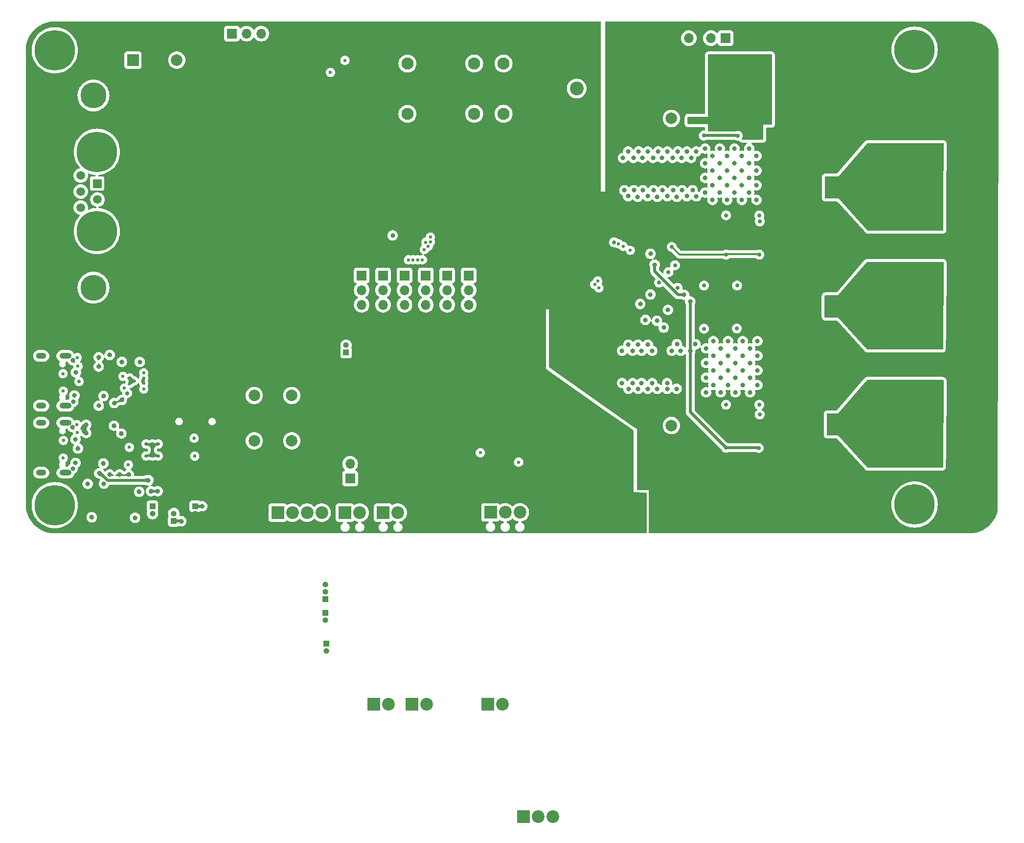
<source format=gbr>
%TF.GenerationSoftware,KiCad,Pcbnew,8.0.4*%
%TF.CreationDate,2024-09-21T21:37:30-06:00*%
%TF.ProjectId,Motor Controller,4d6f746f-7220-4436-9f6e-74726f6c6c65,Mk. 1*%
%TF.SameCoordinates,Original*%
%TF.FileFunction,Copper,L2,Inr*%
%TF.FilePolarity,Positive*%
%FSLAX46Y46*%
G04 Gerber Fmt 4.6, Leading zero omitted, Abs format (unit mm)*
G04 Created by KiCad (PCBNEW 8.0.4) date 2024-09-21 21:37:30*
%MOMM*%
%LPD*%
G01*
G04 APERTURE LIST*
%TA.AperFunction,ComponentPad*%
%ADD10R,1.700000X1.700000*%
%TD*%
%TA.AperFunction,ComponentPad*%
%ADD11O,1.700000X1.700000*%
%TD*%
%TA.AperFunction,ComponentPad*%
%ADD12R,2.200000X2.200000*%
%TD*%
%TA.AperFunction,ComponentPad*%
%ADD13C,2.200000*%
%TD*%
%TA.AperFunction,ComponentPad*%
%ADD14C,0.800000*%
%TD*%
%TA.AperFunction,ComponentPad*%
%ADD15C,7.000000*%
%TD*%
%TA.AperFunction,ComponentPad*%
%ADD16C,2.100000*%
%TD*%
%TA.AperFunction,HeatsinkPad*%
%ADD17C,0.500000*%
%TD*%
%TA.AperFunction,ComponentPad*%
%ADD18C,2.850000*%
%TD*%
%TA.AperFunction,ComponentPad*%
%ADD19C,2.400000*%
%TD*%
%TA.AperFunction,ComponentPad*%
%ADD20O,2.400000X2.400000*%
%TD*%
%TA.AperFunction,ComponentPad*%
%ADD21O,2.100000X1.000000*%
%TD*%
%TA.AperFunction,ComponentPad*%
%ADD22O,1.800000X1.000000*%
%TD*%
%TA.AperFunction,ComponentPad*%
%ADD23C,1.500000*%
%TD*%
%TA.AperFunction,ComponentPad*%
%ADD24R,1.500000X1.500000*%
%TD*%
%TA.AperFunction,ComponentPad*%
%ADD25C,4.500000*%
%TD*%
%TA.AperFunction,ComponentPad*%
%ADD26R,1.000000X1.000000*%
%TD*%
%TA.AperFunction,ComponentPad*%
%ADD27O,1.000000X1.000000*%
%TD*%
%TA.AperFunction,ComponentPad*%
%ADD28C,2.000000*%
%TD*%
%TA.AperFunction,ComponentPad*%
%ADD29R,2.000000X2.000000*%
%TD*%
%TA.AperFunction,ViaPad*%
%ADD30C,0.800000*%
%TD*%
%TA.AperFunction,ViaPad*%
%ADD31C,0.600000*%
%TD*%
%TA.AperFunction,ViaPad*%
%ADD32C,0.700000*%
%TD*%
%TA.AperFunction,Conductor*%
%ADD33C,0.500000*%
%TD*%
%TA.AperFunction,Conductor*%
%ADD34C,0.300000*%
%TD*%
G04 APERTURE END LIST*
D10*
%TO.N,/PWM_WY1_H_A*%
%TO.C,J6*%
X133100000Y-98100000D03*
D11*
%TO.N,/PWM_WY1_H*%
X133100000Y-100640000D03*
%TO.N,/PWM_WY1_H_B*%
X133100000Y-103180000D03*
%TD*%
D12*
%TO.N,/Motor Interface Controller/AENC_VN_POS*%
%TO.C,J15*%
X126955716Y-172400000D03*
D13*
%TO.N,/Motor Interface Controller/AENC_VN_NEG*%
X129495716Y-172400000D03*
%TD*%
D12*
%TO.N,/Isolated Driver Interface/FAULT*%
%TO.C,J7*%
X103755000Y-139195000D03*
D13*
%TO.N,/Isolated Driver Interface/EXT_NRST_Controller_A*%
X106295000Y-139195000D03*
%TO.N,/Isolated Driver Interface/DRV_EN*%
X108835000Y-139195000D03*
%TO.N,unconnected-(J7-Pin_4-Pad4)*%
X111375000Y-139195000D03*
%TD*%
D14*
%TO.N,N/C*%
%TO.C,H8*%
X211350000Y-137795000D03*
X212118845Y-135938845D03*
X212118845Y-139651155D03*
X213975000Y-135170000D03*
D15*
X213975000Y-137795000D03*
D14*
X213975000Y-140420000D03*
X215831155Y-135938845D03*
X215831155Y-139651155D03*
X216600000Y-137795000D03*
%TD*%
D16*
%TO.N,V_{M}*%
%TO.C,J27*%
X142840000Y-70087500D03*
X142840000Y-61387500D03*
%TO.N,Net-(J27-Pin_2)*%
X137760000Y-70087500D03*
X137760000Y-61387500D03*
%TD*%
%TO.N,GND*%
%TO.C,J18*%
X131300000Y-70100000D03*
X131300000Y-61400000D03*
%TO.N,/Power Delivery/IN_SYS*%
X126220000Y-70100000D03*
X126220000Y-61400000D03*
%TD*%
D17*
%TO.N,GND*%
%TO.C,U6*%
X110375000Y-64180000D03*
X110375000Y-63080000D03*
X110375000Y-61980000D03*
X109275000Y-64180000D03*
X109275000Y-63080000D03*
X109275000Y-61980000D03*
X108175000Y-64180000D03*
X108175000Y-63080000D03*
X108175000Y-61980000D03*
%TD*%
D10*
%TO.N,Net-(J20-Pin_1)*%
%TO.C,JP14*%
X181275000Y-57000000D03*
D11*
%TO.N,/Power Delivery/Motor Supply Unprotected*%
X178735000Y-57000000D03*
%TD*%
D18*
%TO.N,/Motor Gate Driver/COIL_{V}*%
%TO.C,J29*%
X208770000Y-105895336D03*
X215780000Y-105895336D03*
X208770000Y-100895336D03*
X215780000Y-100895336D03*
%TD*%
D10*
%TO.N,GND*%
%TO.C,JP16*%
X172360000Y-57000000D03*
D11*
%TO.N,Net-(J20-Pin_1)*%
X174900000Y-57000000D03*
%TD*%
D19*
%TO.N,V_{M}*%
%TO.C,R102*%
X155500000Y-65720000D03*
D20*
%TO.N,GND*%
X155500000Y-58100000D03*
%TD*%
D10*
%TO.N,/PWM_WY1_L_A*%
%TO.C,J5*%
X136800000Y-98100000D03*
D11*
%TO.N,/PWM_WY1_L*%
X136800000Y-100640000D03*
%TO.N,/PWM_WY1_L_B*%
X136800000Y-103180000D03*
%TD*%
D12*
%TO.N,/Motor Interface Controller/AGPI_A*%
%TO.C,J14*%
X122010000Y-139195000D03*
D13*
%TO.N,/Motor Interface Controller/AGPI_B*%
X124550000Y-139195000D03*
%TD*%
D21*
%TO.N,unconnected-(J21-SHIELD-PadS1)_1*%
%TO.C,J21*%
X67012500Y-123627500D03*
D22*
%TO.N,unconnected-(J21-SHIELD-PadS1)_3*%
X62832500Y-123627500D03*
D21*
%TO.N,unconnected-(J21-SHIELD-PadS1)_2*%
X67012500Y-132267500D03*
D22*
%TO.N,unconnected-(J21-SHIELD-PadS1)*%
X62832500Y-132267500D03*
%TD*%
D15*
%TO.N,/Comunications/CAN Bus Interface/SYS_7V*%
%TO.C,J28*%
X72475000Y-76693000D03*
%TO.N,GND2*%
X72475000Y-90413000D03*
D23*
%TO.N,/Comunications/CAN Bus Interface/SYS_12V*%
X69675000Y-80795000D03*
X69675000Y-83565000D03*
%TO.N,/Comunications/CAN Bus Interface/CAN_L-*%
X69675000Y-86335000D03*
D24*
%TO.N,/Comunications/CAN Bus Interface/SYS_12V*%
X72515000Y-82180000D03*
D23*
%TO.N,/Comunications/CAN Bus Interface/CAN_H+*%
X72570000Y-84950000D03*
D25*
%TO.N,N/C*%
X71875000Y-66930000D03*
X71875000Y-100230000D03*
%TD*%
D14*
%TO.N,N/C*%
%TO.C,H7*%
X62550000Y-59095000D03*
X63318845Y-57238845D03*
X63318845Y-60951155D03*
X65175000Y-56470000D03*
D15*
X65175000Y-59095000D03*
D14*
X65175000Y-61720000D03*
X67031155Y-57238845D03*
X67031155Y-60951155D03*
X67800000Y-59095000D03*
%TD*%
D12*
%TO.N,Net-(J20-Pin_1)*%
%TO.C,J20*%
X115409290Y-139195000D03*
D13*
%TO.N,/Power Delivery/Motor Supply Unprotected*%
X117949290Y-139195000D03*
%TD*%
D18*
%TO.N,GND*%
%TO.C,J31*%
X208670000Y-70995000D03*
X215680000Y-70995000D03*
X208670000Y-65995000D03*
X215680000Y-65995000D03*
%TD*%
D21*
%TO.N,unconnected-(J11-SHIELD-PadS1)_2*%
%TO.C,J11*%
X67012500Y-112035000D03*
D22*
%TO.N,unconnected-(J11-SHIELD-PadS1)_3*%
X62832500Y-112035000D03*
D21*
%TO.N,unconnected-(J11-SHIELD-PadS1)_1*%
X67012500Y-120675000D03*
D22*
%TO.N,unconnected-(J11-SHIELD-PadS1)*%
X62832500Y-120675000D03*
%TD*%
D26*
%TO.N,GND1*%
%TO.C,J12*%
X85787500Y-140632500D03*
D27*
%TO.N,/Comunications/RTMI Interface/VPP*%
X85787500Y-139362500D03*
%TD*%
D18*
%TO.N,/Motor Gate Driver/COIL_{W}*%
%TO.C,J30*%
X208770000Y-126444086D03*
X215780000Y-126444086D03*
X208770000Y-121444086D03*
X215780000Y-121444086D03*
%TD*%
D28*
%TO.N,/Microcontroller/NRST*%
%TO.C,SW2*%
X99700000Y-126750000D03*
X106200000Y-126750000D03*
%TO.N,GND*%
X99700000Y-131250000D03*
X106200000Y-131250000D03*
%TD*%
D16*
%TO.N,GND*%
%TO.C,J9*%
X192080000Y-70000000D03*
X192080000Y-61300000D03*
%TO.N,/Power Delivery/Motor Supply Unprotected*%
X187000000Y-70000000D03*
X187000000Y-61300000D03*
%TD*%
D12*
%TO.N,/Motor Interface Controller/Controller A Motor Connections/ENC_A_RAW*%
%TO.C,J16*%
X146262142Y-191855000D03*
D13*
%TO.N,/Motor Interface Controller/Controller A Motor Connections/ENC_B_RAW*%
X148802142Y-191855000D03*
%TO.N,/Motor Interface Controller/Controller A Motor Connections/ENC_N_RAW*%
X151342142Y-191855000D03*
%TD*%
D14*
%TO.N,N/C*%
%TO.C,H10*%
X62550000Y-137895000D03*
X63318845Y-136038845D03*
X63318845Y-139751155D03*
X65175000Y-135270000D03*
D15*
X65175000Y-137895000D03*
D14*
X65175000Y-140520000D03*
X67031155Y-136038845D03*
X67031155Y-139751155D03*
X67800000Y-137895000D03*
%TD*%
D10*
%TO.N,/PWM_UX1_L_A*%
%TO.C,J1*%
X122000000Y-98100000D03*
D11*
%TO.N,/PWM_UX1_L*%
X122000000Y-100640000D03*
%TO.N,/PWM_UX1_L_B*%
X122000000Y-103180000D03*
%TD*%
D28*
%TO.N,/Motor Interface Controller/NRST*%
%TO.C,SW1*%
X99700000Y-118900000D03*
X106200000Y-118900000D03*
%TO.N,GND*%
X99700000Y-123400000D03*
X106200000Y-123400000D03*
%TD*%
D26*
%TO.N,+3V3*%
%TO.C,JP11*%
X112000000Y-154190000D03*
D27*
%TO.N,/Motor Gate Driver/SPE*%
X112000000Y-152920000D03*
%TO.N,GND*%
X112000000Y-151650000D03*
%TD*%
D26*
%TO.N,GND1*%
%TO.C,JP18*%
X89487500Y-138082500D03*
D27*
%TO.N,GND*%
X89487500Y-139352500D03*
%TD*%
D26*
%TO.N,/Motor Gate Driver/DRV_EN_GATE_DRVR*%
%TO.C,JP12*%
X112000000Y-156550000D03*
D27*
%TO.N,/DRV_EN*%
X112000000Y-157820000D03*
%TD*%
D12*
%TO.N,/Motor Interface Controller/AENC_UX_POS*%
%TO.C,J10*%
X140150000Y-172400000D03*
D13*
%TO.N,/Motor Interface Controller/AENC_UX_NEG*%
X142690000Y-172400000D03*
%TD*%
D10*
%TO.N,/Microcontroller/NRST*%
%TO.C,JP22*%
X116300000Y-133275000D03*
D11*
%TO.N,/Microcontroller/EXT_NRST_Controller_B*%
X116300000Y-130735000D03*
%TD*%
D14*
%TO.N,N/C*%
%TO.C,H9*%
X211350000Y-58995000D03*
X212118845Y-57138845D03*
X212118845Y-60851155D03*
X213975000Y-56370000D03*
D15*
X213975000Y-58995000D03*
D14*
X213975000Y-61620000D03*
X215831155Y-57138845D03*
X215831155Y-60851155D03*
X216600000Y-58995000D03*
%TD*%
D26*
%TO.N,/Microcontroller/BOOT0*%
%TO.C,J23*%
X115600000Y-111470000D03*
D27*
%TO.N,Net-(J23-Pin_2)*%
X115600000Y-110200000D03*
%TD*%
D10*
%TO.N,/PWM_VX2_H_A*%
%TO.C,J4*%
X125700000Y-98100000D03*
D11*
%TO.N,/PWM_VX2_H*%
X125700000Y-100640000D03*
%TO.N,/PWM_VX2_H_B*%
X125700000Y-103180000D03*
%TD*%
D29*
%TO.N,+5V*%
%TO.C,BZ1*%
X78700000Y-60800000D03*
D28*
%TO.N,Net-(BZ1--)*%
X86300000Y-60800000D03*
%TD*%
D10*
%TO.N,/PWM_VX2_L_A*%
%TO.C,J3*%
X129400000Y-98100000D03*
D11*
%TO.N,/PWM_VX2_L*%
X129400000Y-100640000D03*
%TO.N,/PWM_VX2_L_B*%
X129400000Y-103180000D03*
%TD*%
D26*
%TO.N,VBUS*%
%TO.C,JP17*%
X82087500Y-138082500D03*
D27*
%TO.N,+5V*%
X82087500Y-139352500D03*
%TD*%
D10*
%TO.N,/PWM_UX1_H_A*%
%TO.C,J2*%
X118300000Y-98100000D03*
D11*
%TO.N,/PWM_UX1_H*%
X118300000Y-100640000D03*
%TO.N,/PWM_UX1_H_B*%
X118300000Y-103180000D03*
%TD*%
D26*
%TO.N,/FAULT*%
%TO.C,JP13*%
X112214149Y-161906774D03*
D27*
X112214149Y-163176774D03*
%TD*%
D12*
%TO.N,/Motor Interface Controller/Controller A Motor Connections/HALL_WY_RAW*%
%TO.C,J17*%
X140585000Y-139150000D03*
D13*
%TO.N,/Motor Interface Controller/Controller A Motor Connections/HALL_V_RAW*%
X143125000Y-139150000D03*
%TO.N,/Motor Interface Controller/Controller A Motor Connections/HALL_UX_RAW*%
X145665000Y-139150000D03*
%TD*%
D12*
%TO.N,/Motor Interface Controller/AENC_WY_POS*%
%TO.C,J19*%
X120358574Y-172400000D03*
D13*
%TO.N,/Motor Interface Controller/AENC_WY_NEG*%
X122898574Y-172400000D03*
%TD*%
D18*
%TO.N,/Motor Gate Driver/COIL_{U}*%
%TO.C,J25*%
X208770000Y-85346586D03*
X215780000Y-85346586D03*
X208770000Y-80346586D03*
X215780000Y-80346586D03*
%TD*%
D28*
%TO.N,V_{M}*%
%TO.C,C48*%
X171900000Y-70900000D03*
%TO.N,GND*%
X171900000Y-63400000D03*
%TD*%
%TO.N,V_{M}*%
%TO.C,C91*%
X171900000Y-124100000D03*
%TO.N,GND*%
X171900000Y-131600000D03*
%TD*%
D10*
%TO.N,Net-(J24-Pin_1)*%
%TO.C,J24*%
X95820000Y-56200000D03*
D11*
%TO.N,/Power Delivery/~{SHDN}*%
X98360000Y-56200000D03*
%TO.N,Net-(J24-Pin_3)*%
X100900000Y-56200000D03*
%TD*%
D30*
%TO.N,GND*%
X174538334Y-81450000D03*
X164430834Y-81450000D03*
X171169166Y-81450000D03*
X167800000Y-79600000D03*
X167800000Y-81450000D03*
X164430834Y-79600000D03*
X174538334Y-79600000D03*
X171169166Y-79600000D03*
%TO.N,+5V*%
X123650000Y-91175000D03*
%TO.N,/Power Delivery/Motor Supply Unprotected*%
X185400000Y-72000000D03*
X185400000Y-61800000D03*
X182900000Y-69460000D03*
X180360000Y-69460000D03*
X179090000Y-63090000D03*
X182900000Y-64360000D03*
X181630000Y-60530000D03*
X184130000Y-68190000D03*
X179090000Y-68190000D03*
X187830000Y-66900000D03*
X185400000Y-64360000D03*
X185400000Y-66900000D03*
X180360000Y-72000000D03*
X184130000Y-63090000D03*
X180360000Y-66900000D03*
X184130000Y-60530000D03*
X182900000Y-72000000D03*
X181630000Y-65630000D03*
X186600000Y-68190000D03*
X180360000Y-61800000D03*
X184130000Y-70730000D03*
X180360000Y-64360000D03*
X185400000Y-69460000D03*
X186600000Y-63090000D03*
X181630000Y-70730000D03*
X184130000Y-65630000D03*
X181630000Y-68190000D03*
X179090000Y-65630000D03*
X179090000Y-70730000D03*
X181630000Y-63090000D03*
X182900000Y-66900000D03*
X187830000Y-64360000D03*
X182900000Y-61800000D03*
X186600000Y-65630000D03*
X179090000Y-60530000D03*
%TO.N,GND1*%
X76787500Y-119682500D03*
X68387500Y-119982500D03*
D31*
X80987500Y-127282500D03*
D30*
X74687500Y-132582500D03*
D31*
X89300000Y-126300000D03*
D30*
X70607500Y-123964993D03*
D31*
X80587500Y-116782500D03*
D30*
X90687500Y-138082500D03*
D31*
X78187500Y-116782500D03*
D30*
X73687500Y-134182500D03*
X82987500Y-135482500D03*
X68227514Y-124349993D03*
X75432500Y-124147500D03*
D31*
X82087500Y-129382500D03*
X82087500Y-128382500D03*
X78187500Y-115882500D03*
D30*
X81837500Y-135482500D03*
X87087500Y-140682500D03*
D31*
X80587500Y-115882500D03*
D30*
X73587500Y-130682500D03*
D31*
X83087500Y-127282500D03*
D30*
X75500000Y-120200000D03*
D31*
X89400000Y-129400000D03*
D30*
X72787500Y-112282500D03*
X76787500Y-113082500D03*
D31*
X82087500Y-127282500D03*
D30*
X73630169Y-119002586D03*
X68287500Y-131582500D03*
X70607500Y-125413577D03*
X77987500Y-132582500D03*
D31*
X78887500Y-116382500D03*
D30*
X69187500Y-128082500D03*
X76387500Y-132582500D03*
X74687500Y-111882500D03*
X79787500Y-135582500D03*
X72787500Y-113882500D03*
D31*
X69387500Y-116482500D03*
D30*
X71575000Y-139995000D03*
D31*
X80987500Y-129382500D03*
D30*
X76700000Y-125500000D03*
X79075000Y-140095000D03*
X68287500Y-112782500D03*
D31*
X83087500Y-129382500D03*
D30*
%TO.N,Net-(U7-VBUS)*%
X68784214Y-130585786D03*
X68762499Y-126497500D03*
%TO.N,VBUS*%
X72787500Y-120682500D03*
X79900000Y-113100000D03*
X72887500Y-132382500D03*
X81387500Y-133582500D03*
X70875000Y-134195000D03*
%TO.N,V_{M}*%
X168564282Y-111150000D03*
X173515033Y-111150000D03*
X163757887Y-83350000D03*
X173665033Y-77750000D03*
X171175563Y-84375000D03*
X174561277Y-84375000D03*
X169443605Y-84475000D03*
X179000000Y-85020000D03*
X184080000Y-77400000D03*
X169614282Y-76625000D03*
X186620000Y-79940000D03*
X167793601Y-76625000D03*
X172850000Y-110025000D03*
X177887500Y-113273849D03*
X185350000Y-76130000D03*
X172100000Y-77750000D03*
X186777500Y-114543849D03*
X165392854Y-83350000D03*
X163357887Y-111150000D03*
X182810000Y-81210000D03*
X167789849Y-84375000D03*
X175550000Y-83350000D03*
X186620000Y-85020000D03*
X177887500Y-118353849D03*
X165178568Y-116750000D03*
X166893601Y-77750000D03*
X171950000Y-111150000D03*
X170343605Y-83350000D03*
X186620000Y-82480000D03*
X177887500Y-115813849D03*
X168564282Y-116750000D03*
X177730000Y-76130000D03*
X180427500Y-115813849D03*
X171179315Y-76625000D03*
X174565033Y-76625000D03*
X164404135Y-84375000D03*
X165178568Y-111150000D03*
X166100000Y-110088849D03*
X181697500Y-112003849D03*
X186777500Y-112003849D03*
X169450000Y-117738849D03*
X184237500Y-112003849D03*
X186620000Y-77400000D03*
X186777500Y-109463849D03*
X184080000Y-79940000D03*
X180270000Y-76130000D03*
X168714282Y-77750000D03*
X167800000Y-117738849D03*
X186777500Y-117083849D03*
X177730000Y-78670000D03*
X181697500Y-114543849D03*
X172800000Y-117738849D03*
X164407887Y-76625000D03*
X179000000Y-79940000D03*
X181697500Y-109463849D03*
X181540000Y-85020000D03*
X171150000Y-116750000D03*
X185350000Y-83750000D03*
X176200000Y-84400000D03*
X185507500Y-110733849D03*
X184080000Y-82480000D03*
X173000000Y-76625000D03*
X172829319Y-84475000D03*
X182810000Y-83750000D03*
X180427500Y-118353849D03*
X180270000Y-83750000D03*
X167817917Y-110088849D03*
X176050000Y-110025000D03*
X176200000Y-76625000D03*
X164444376Y-110088849D03*
X179157500Y-114543849D03*
X177730000Y-83750000D03*
X182810000Y-76130000D03*
X182967500Y-113273849D03*
X166743601Y-116750000D03*
X172164286Y-83350000D03*
X166743601Y-111150000D03*
X185350000Y-81210000D03*
X177730000Y-81210000D03*
X171150000Y-117738849D03*
X166957887Y-83350000D03*
X181540000Y-77400000D03*
X185350000Y-78670000D03*
X185507500Y-115813849D03*
X185507500Y-113273849D03*
X185507500Y-118353849D03*
X184237500Y-109463849D03*
X181697500Y-117083849D03*
X180270000Y-81210000D03*
X184237500Y-114543849D03*
X165328568Y-77750000D03*
X182967500Y-110733849D03*
X163357887Y-116750000D03*
X179157500Y-109463849D03*
X184237500Y-117083849D03*
X164459792Y-117738849D03*
X179000000Y-82480000D03*
X181540000Y-82480000D03*
X173729319Y-83350000D03*
X177887500Y-110733849D03*
X180427500Y-113273849D03*
X180427500Y-110733849D03*
X184080000Y-85020000D03*
X166150000Y-117738849D03*
X182967500Y-118353849D03*
X182967500Y-115813849D03*
X168778572Y-83350000D03*
X181540000Y-79940000D03*
X166057887Y-84475000D03*
X180270000Y-78670000D03*
X175300000Y-77750000D03*
X182810000Y-78670000D03*
X166228568Y-76625000D03*
X175150000Y-111150000D03*
X170279315Y-77750000D03*
X179157500Y-112003849D03*
X179000000Y-77400000D03*
X179157500Y-117083849D03*
X163507887Y-77750000D03*
D31*
%TO.N,Net-(U16-3Y)*%
X145450000Y-130450000D03*
X138817947Y-128824999D03*
%TO.N,/Motor Interface Controller/AENC_WY_NEG*%
X126399997Y-95400000D03*
%TO.N,/Motor Interface Controller/BRAKE*%
X127200000Y-95400000D03*
%TO.N,/Motor Interface Controller/ENO*%
X128000003Y-95400000D03*
%TO.N,/Motor Gate Driver/SPE*%
X159141421Y-99059798D03*
%TO.N,/FAULT*%
X158629272Y-99674377D03*
%TO.N,/Comunications/RTMI Interface/RREF*%
X77903242Y-130907500D03*
X78087500Y-127882500D03*
%TO.N,Net-(U10-USBDP)*%
X80587500Y-117782500D03*
X77232500Y-117613608D03*
%TO.N,Net-(U10-USBDM)*%
X76987500Y-115582500D03*
X80587500Y-114982500D03*
D32*
%TO.N,/Motor Gate Driver/HSU*%
X169773305Y-99350096D03*
X171389942Y-97533459D03*
D30*
%TO.N,/Motor Gate Driver/LSU*%
X168273305Y-94350096D03*
%TO.N,/Motor Gate Driver/HSV*%
X171289942Y-104066733D03*
X168263021Y-101404144D03*
%TO.N,/Motor Gate Driver/HSW*%
X169389942Y-105966733D03*
X166498064Y-103043070D03*
%TO.N,/Motor Gate Driver/LSW*%
X174073305Y-101450096D03*
X168993570Y-96239234D03*
D31*
%TO.N,/Motor Interface Controller/ENC_A*%
X129800000Y-93050000D03*
%TO.N,/Motor Interface Controller/HALL_UX*%
X130200000Y-91450000D03*
%TO.N,/SPI_SCK*%
X163541421Y-93059798D03*
%TO.N,/Motor Interface Controller/ENC_N*%
X128800006Y-95400000D03*
%TO.N,/Motor Interface Controller/HALL_V*%
X130200000Y-92300000D03*
%TO.N,/Motor Interface Controller/HALL_WY*%
X129400000Y-92350000D03*
D32*
%TO.N,/SPI_MISO*%
X161941424Y-92359798D03*
D31*
%TO.N,/SPI_MOSI*%
X162749465Y-92623566D03*
%TO.N,/Motor Interface Controller/ENC_B*%
X129132697Y-93624834D03*
%TO.N,/SPI_NSCS_DRIVER*%
X164773305Y-93750096D03*
D32*
%TO.N,/Comunications/USB Debug Interface/FT_TXD*%
X77700000Y-118500000D03*
D31*
%TO.N,Net-(J11-CC1)*%
X66617113Y-115127247D03*
X69064714Y-112328691D03*
%TO.N,Net-(J11-CC2)*%
X69195616Y-113832912D03*
X66632500Y-118147500D03*
%TO.N,Net-(J21-CC2)*%
X66632500Y-129747500D03*
X69099366Y-125329163D03*
%TO.N,Net-(J21-CC1)*%
X69032500Y-123947500D03*
X66678538Y-126678784D03*
D30*
%TO.N,Net-(U9-VBUS)*%
X68832500Y-114905000D03*
X68582380Y-118892657D03*
D32*
%TO.N,Net-(D26-K)*%
X177500000Y-73875000D03*
X183400000Y-73900000D03*
%TO.N,/Motor Gate Driver/Coil Drive U/V_{SENSE\u002C U\u002C 1}*%
X187195000Y-88750000D03*
X172973305Y-100250096D03*
%TO.N,Net-(D12-A)*%
X181370000Y-94500000D03*
X187105000Y-94500000D03*
X171969748Y-93162428D03*
%TO.N,Net-(D9-A)*%
X177527500Y-107322021D03*
X183200000Y-107300000D03*
%TO.N,Net-(D8-A)*%
X181337500Y-120500000D03*
D30*
X170556668Y-107133459D03*
D32*
X187100000Y-120500000D03*
%TO.N,Net-(D11-A)*%
X181361949Y-87700000D03*
X172515246Y-96325311D03*
X187126554Y-87700000D03*
%TO.N,Net-(D10-A)*%
X177527500Y-99850000D03*
X183262500Y-99850000D03*
%TO.N,Net-(D13-A)*%
X181337500Y-127950000D03*
D30*
X175156668Y-102633459D03*
D32*
X187000000Y-128000000D03*
D31*
%TO.N,/Motor Gate Driver/DRV_EN_GATE_DRVR*%
X159341421Y-100259798D03*
%TO.N,Net-(Q21-G)*%
X115400000Y-60850000D03*
X112890000Y-62930000D03*
D32*
%TO.N,/Motor Gate Driver/Coil Drive W/VD+*%
X187162500Y-122200000D03*
D30*
X167400000Y-105800000D03*
%TD*%
D33*
%TO.N,VBUS*%
X81387500Y-133582500D02*
X74289582Y-133582500D01*
X74289582Y-133582500D02*
X73089582Y-132382500D01*
X73089582Y-132382500D02*
X72887500Y-132382500D01*
%TO.N,/Motor Gate Driver/LSW*%
X173041934Y-101450096D02*
X168993570Y-97401732D01*
X168993570Y-97401732D02*
X168993570Y-96239234D01*
X174073305Y-101450096D02*
X173183355Y-101450096D01*
X173183355Y-101450096D02*
X173041934Y-101450096D01*
%TO.N,Net-(D26-K)*%
X183375000Y-73875000D02*
X177500000Y-73875000D01*
X183400000Y-73900000D02*
X183375000Y-73875000D01*
D34*
%TO.N,Net-(D12-A)*%
X181470000Y-94400000D02*
X181370000Y-94500000D01*
X171969748Y-93162428D02*
X173307320Y-94500000D01*
X187105000Y-94500000D02*
X187005000Y-94400000D01*
X187005000Y-94400000D02*
X181470000Y-94400000D01*
X173307320Y-94500000D02*
X181370000Y-94500000D01*
D33*
%TO.N,Net-(D13-A)*%
X175156668Y-121769168D02*
X175156668Y-102633459D01*
X181337500Y-127950000D02*
X186950000Y-127950000D01*
X181337500Y-127950000D02*
X175156668Y-121769168D01*
X186950000Y-127950000D02*
X187000000Y-128000000D01*
%TD*%
%TA.AperFunction,Conductor*%
%TO.N,GND1*%
G36*
X87141760Y-140290208D02*
G01*
X87197492Y-140302053D01*
X87222131Y-140310059D01*
X87274185Y-140333235D01*
X87296628Y-140346193D01*
X87342721Y-140379682D01*
X87361983Y-140397025D01*
X87400099Y-140439357D01*
X87415336Y-140460329D01*
X87443820Y-140509665D01*
X87454364Y-140533347D01*
X87471968Y-140587527D01*
X87477358Y-140612885D01*
X87483312Y-140669539D01*
X87483312Y-140695459D01*
X87477358Y-140752113D01*
X87471968Y-140777471D01*
X87454364Y-140831651D01*
X87443820Y-140855333D01*
X87415336Y-140904669D01*
X87400099Y-140925641D01*
X87361988Y-140967968D01*
X87342721Y-140985316D01*
X87296624Y-141018806D01*
X87274177Y-141031765D01*
X87222139Y-141054934D01*
X87197486Y-141062945D01*
X87160290Y-141070852D01*
X87141763Y-141074790D01*
X87115982Y-141077500D01*
X87059018Y-141077500D01*
X87033236Y-141074790D01*
X87000494Y-141067830D01*
X86977508Y-141062944D01*
X86952857Y-141054934D01*
X86932904Y-141046050D01*
X86875290Y-141028460D01*
X86816921Y-140990057D01*
X86788580Y-140926194D01*
X86787500Y-140909865D01*
X86787500Y-140882500D01*
X85997118Y-140882500D01*
X86047564Y-140832054D01*
X86090351Y-140757945D01*
X86112500Y-140675287D01*
X86112500Y-140589713D01*
X86090351Y-140507055D01*
X86047564Y-140432946D01*
X85997118Y-140382500D01*
X86787500Y-140382500D01*
X86806401Y-140363598D01*
X86807185Y-140360931D01*
X86821298Y-140348701D01*
X86823819Y-140346181D01*
X86823999Y-140346361D01*
X86859989Y-140315176D01*
X86903241Y-140304245D01*
X86996468Y-140298024D01*
X87028038Y-140291314D01*
X87033238Y-140290209D01*
X87059016Y-140287500D01*
X87115989Y-140287500D01*
X87141760Y-140290208D01*
G37*
%TD.AperFunction*%
%TA.AperFunction,Conductor*%
G36*
X79129260Y-139702708D02*
G01*
X79184992Y-139714553D01*
X79209637Y-139722562D01*
X79261681Y-139745734D01*
X79284125Y-139758691D01*
X79286797Y-139760632D01*
X79287934Y-139761458D01*
X79330218Y-139792179D01*
X79349473Y-139809515D01*
X79387604Y-139851863D01*
X79402836Y-139872829D01*
X79431320Y-139922165D01*
X79441864Y-139945847D01*
X79459468Y-140000027D01*
X79464858Y-140025385D01*
X79470812Y-140082039D01*
X79470812Y-140107959D01*
X79464858Y-140164613D01*
X79459468Y-140189971D01*
X79441864Y-140244151D01*
X79431320Y-140267833D01*
X79402836Y-140317169D01*
X79387599Y-140338141D01*
X79349488Y-140380468D01*
X79330221Y-140397816D01*
X79284124Y-140431306D01*
X79261677Y-140444265D01*
X79209639Y-140467434D01*
X79184986Y-140475445D01*
X79147790Y-140483352D01*
X79129263Y-140487290D01*
X79103482Y-140490000D01*
X79046516Y-140490000D01*
X79020735Y-140487290D01*
X78965013Y-140475446D01*
X78940357Y-140467435D01*
X78888318Y-140444265D01*
X78865869Y-140431304D01*
X78819780Y-140397818D01*
X78800519Y-140380476D01*
X78762391Y-140338130D01*
X78747160Y-140317165D01*
X78746012Y-140315176D01*
X78718673Y-140267823D01*
X78708133Y-140244151D01*
X78690528Y-140189969D01*
X78685141Y-140164622D01*
X78679186Y-140107959D01*
X78679186Y-140082041D01*
X78683750Y-140038613D01*
X78685141Y-140025376D01*
X78690530Y-140000027D01*
X78708134Y-139945847D01*
X78718677Y-139922169D01*
X78747162Y-139872831D01*
X78762397Y-139851860D01*
X78762401Y-139851856D01*
X78800522Y-139809517D01*
X78819771Y-139792185D01*
X78865875Y-139758689D01*
X78888310Y-139745736D01*
X78940360Y-139722561D01*
X78965007Y-139714553D01*
X79020734Y-139702708D01*
X79046514Y-139700000D01*
X79103489Y-139700000D01*
X79129260Y-139702708D01*
G37*
%TD.AperFunction*%
%TA.AperFunction,Conductor*%
G36*
X71629260Y-139602708D02*
G01*
X71684992Y-139614553D01*
X71709631Y-139622559D01*
X71761685Y-139645735D01*
X71784127Y-139658693D01*
X71824557Y-139688068D01*
X71830220Y-139692182D01*
X71849480Y-139709523D01*
X71887601Y-139751860D01*
X71902836Y-139772829D01*
X71931320Y-139822165D01*
X71941864Y-139845847D01*
X71959468Y-139900027D01*
X71964858Y-139925383D01*
X71965118Y-139927855D01*
X71970580Y-139979828D01*
X71970813Y-139982038D01*
X71970813Y-140007957D01*
X71967220Y-140042154D01*
X71967219Y-140042164D01*
X71964858Y-140064618D01*
X71959471Y-140089962D01*
X71957837Y-140094992D01*
X71957834Y-140095001D01*
X71941863Y-140144152D01*
X71931321Y-140167831D01*
X71902837Y-140217168D01*
X71887599Y-140238141D01*
X71849488Y-140280468D01*
X71830221Y-140297816D01*
X71784124Y-140331306D01*
X71761677Y-140344265D01*
X71709639Y-140367434D01*
X71684986Y-140375445D01*
X71651798Y-140382500D01*
X71629263Y-140387290D01*
X71603482Y-140390000D01*
X71546516Y-140390000D01*
X71520735Y-140387290D01*
X71465013Y-140375446D01*
X71440357Y-140367435D01*
X71388318Y-140344265D01*
X71365869Y-140331304D01*
X71319775Y-140297814D01*
X71300513Y-140280470D01*
X71291509Y-140270470D01*
X71262398Y-140238140D01*
X71247161Y-140217167D01*
X71218674Y-140167824D01*
X71208133Y-140144151D01*
X71190527Y-140089965D01*
X71185141Y-140064622D01*
X71179186Y-140007957D01*
X71179186Y-139982040D01*
X71182791Y-139947733D01*
X71185141Y-139925375D01*
X71190528Y-139900027D01*
X71208134Y-139845844D01*
X71218671Y-139822177D01*
X71247166Y-139772821D01*
X71262390Y-139751867D01*
X71300522Y-139709517D01*
X71319771Y-139692185D01*
X71365875Y-139658689D01*
X71388310Y-139645736D01*
X71440360Y-139622561D01*
X71465007Y-139614553D01*
X71520734Y-139602708D01*
X71546514Y-139600000D01*
X71603489Y-139600000D01*
X71629260Y-139602708D01*
G37*
%TD.AperFunction*%
%TA.AperFunction,Conductor*%
G36*
X90741760Y-137690208D02*
G01*
X90797492Y-137702053D01*
X90822131Y-137710059D01*
X90874185Y-137733235D01*
X90896628Y-137746193D01*
X90942721Y-137779682D01*
X90961980Y-137797022D01*
X90984863Y-137822436D01*
X91000099Y-137839357D01*
X91015336Y-137860329D01*
X91043820Y-137909665D01*
X91054364Y-137933347D01*
X91071968Y-137987527D01*
X91077358Y-138012883D01*
X91081785Y-138055000D01*
X91081785Y-138055001D01*
X91083313Y-138069539D01*
X91083313Y-138095460D01*
X91082836Y-138100000D01*
X91081771Y-138110137D01*
X91077358Y-138152116D01*
X91071968Y-138177471D01*
X91054364Y-138231651D01*
X91043820Y-138255333D01*
X91015336Y-138304669D01*
X91000099Y-138325641D01*
X90961988Y-138367968D01*
X90942721Y-138385316D01*
X90896624Y-138418806D01*
X90874177Y-138431765D01*
X90822139Y-138454934D01*
X90797486Y-138462945D01*
X90760290Y-138470852D01*
X90741763Y-138474790D01*
X90715982Y-138477500D01*
X90659016Y-138477500D01*
X90633237Y-138474790D01*
X90602020Y-138468155D01*
X90585716Y-138464689D01*
X90524235Y-138431495D01*
X90490460Y-138370331D01*
X90487500Y-138343399D01*
X90487500Y-138332500D01*
X89697118Y-138332500D01*
X89747564Y-138282054D01*
X89790351Y-138207945D01*
X89812500Y-138125287D01*
X89812500Y-138039713D01*
X89790351Y-137957055D01*
X89747564Y-137882946D01*
X89697118Y-137832500D01*
X90487500Y-137832500D01*
X90487500Y-137821598D01*
X90507185Y-137754559D01*
X90559989Y-137708804D01*
X90585710Y-137700310D01*
X90633237Y-137690208D01*
X90659011Y-137687500D01*
X90715989Y-137687500D01*
X90741760Y-137690208D01*
G37*
%TD.AperFunction*%
%TA.AperFunction,Conductor*%
G36*
X79841761Y-135190209D02*
G01*
X79871432Y-135196515D01*
X79897489Y-135202053D01*
X79922131Y-135210059D01*
X79974191Y-135233238D01*
X79996626Y-135246192D01*
X80014731Y-135259345D01*
X80014735Y-135259350D01*
X80042719Y-135279681D01*
X80061984Y-135297027D01*
X80100098Y-135339356D01*
X80115336Y-135360329D01*
X80129579Y-135384998D01*
X80143821Y-135409667D01*
X80154364Y-135433347D01*
X80170335Y-135482500D01*
X80170338Y-135482509D01*
X80171971Y-135487536D01*
X80177358Y-135512885D01*
X80183312Y-135569538D01*
X80183312Y-135595459D01*
X80177358Y-135652113D01*
X80171968Y-135677471D01*
X80154364Y-135731651D01*
X80143820Y-135755333D01*
X80115336Y-135804669D01*
X80100099Y-135825641D01*
X80061988Y-135867968D01*
X80042721Y-135885316D01*
X79996624Y-135918806D01*
X79974177Y-135931765D01*
X79922139Y-135954934D01*
X79897486Y-135962945D01*
X79860290Y-135970852D01*
X79841763Y-135974790D01*
X79815982Y-135977500D01*
X79759016Y-135977500D01*
X79733235Y-135974790D01*
X79677513Y-135962946D01*
X79652856Y-135954934D01*
X79600814Y-135931762D01*
X79578367Y-135918803D01*
X79532277Y-135885316D01*
X79513019Y-135867976D01*
X79487444Y-135839572D01*
X79487442Y-135839569D01*
X79474891Y-135825630D01*
X79459659Y-135804664D01*
X79431173Y-135755324D01*
X79420633Y-135731651D01*
X79403028Y-135677469D01*
X79397641Y-135652122D01*
X79391686Y-135595459D01*
X79391686Y-135569541D01*
X79393517Y-135552117D01*
X79397641Y-135512876D01*
X79403029Y-135487528D01*
X79420634Y-135433347D01*
X79431177Y-135409669D01*
X79459662Y-135360331D01*
X79474897Y-135339360D01*
X79474901Y-135339356D01*
X79513022Y-135297017D01*
X79532271Y-135279685D01*
X79578375Y-135246189D01*
X79600804Y-135233238D01*
X79652870Y-135210057D01*
X79677511Y-135202052D01*
X79698191Y-135197656D01*
X79733238Y-135190209D01*
X79759014Y-135187500D01*
X79815983Y-135187500D01*
X79841761Y-135190209D01*
G37*
%TD.AperFunction*%
%TA.AperFunction,Conductor*%
G36*
X81798903Y-135070471D02*
G01*
X81827049Y-135076453D01*
X81827049Y-135076454D01*
X81866404Y-135084819D01*
X81866405Y-135084819D01*
X81947474Y-135102050D01*
X81947483Y-135102052D01*
X81972138Y-135110063D01*
X82024667Y-135133450D01*
X82044218Y-135144368D01*
X82046893Y-135146197D01*
X82066357Y-135159506D01*
X82078225Y-135167133D01*
X82092650Y-135175831D01*
X82102941Y-135182037D01*
X82102950Y-135182040D01*
X82102951Y-135182041D01*
X82237013Y-135234240D01*
X82237019Y-135234242D01*
X82299430Y-135248756D01*
X82301374Y-135249305D01*
X82305075Y-135250069D01*
X82305077Y-135250070D01*
X82448429Y-135262384D01*
X82448429Y-135262383D01*
X82448430Y-135262384D01*
X82448431Y-135262383D01*
X82589444Y-135233812D01*
X82654126Y-135210734D01*
X82655094Y-135210400D01*
X82655254Y-135210332D01*
X82655257Y-135210331D01*
X82782509Y-135143187D01*
X82782519Y-135143179D01*
X82785373Y-135141403D01*
X82800479Y-135133383D01*
X82852862Y-135110060D01*
X82877507Y-135102053D01*
X82933234Y-135090208D01*
X82959014Y-135087500D01*
X83015989Y-135087500D01*
X83041760Y-135090208D01*
X83097492Y-135102053D01*
X83122131Y-135110059D01*
X83174185Y-135133235D01*
X83196629Y-135146194D01*
X83225454Y-135167137D01*
X83242720Y-135179682D01*
X83261980Y-135197023D01*
X83300101Y-135239360D01*
X83315336Y-135260329D01*
X83343820Y-135309665D01*
X83354364Y-135333347D01*
X83371968Y-135387527D01*
X83377358Y-135412885D01*
X83383312Y-135469539D01*
X83383312Y-135495459D01*
X83377358Y-135552113D01*
X83371968Y-135577471D01*
X83354364Y-135631651D01*
X83343820Y-135655333D01*
X83315336Y-135704669D01*
X83300099Y-135725641D01*
X83261988Y-135767968D01*
X83242721Y-135785316D01*
X83196624Y-135818806D01*
X83174177Y-135831765D01*
X83122139Y-135854934D01*
X83097486Y-135862945D01*
X83060290Y-135870852D01*
X83041763Y-135874790D01*
X83015982Y-135877500D01*
X82959016Y-135877500D01*
X82933236Y-135874790D01*
X82911484Y-135870166D01*
X82877510Y-135862945D01*
X82852856Y-135854934D01*
X82800338Y-135831551D01*
X82780788Y-135820634D01*
X82758671Y-135805512D01*
X82758667Y-135805509D01*
X82746763Y-135797859D01*
X82722044Y-135782953D01*
X82722040Y-135782951D01*
X82722036Y-135782949D01*
X82587970Y-135730753D01*
X82519917Y-135714928D01*
X82519910Y-135714927D01*
X82376564Y-135702614D01*
X82376561Y-135702615D01*
X82235561Y-135731184D01*
X82235549Y-135731187D01*
X82169758Y-135754661D01*
X82169739Y-135754668D01*
X82169722Y-135754676D01*
X82042483Y-135821816D01*
X82039599Y-135823612D01*
X82024513Y-135831616D01*
X81999138Y-135842915D01*
X81972143Y-135854934D01*
X81947491Y-135862944D01*
X81923858Y-135867968D01*
X81891762Y-135874790D01*
X81865982Y-135877500D01*
X81809016Y-135877500D01*
X81783235Y-135874790D01*
X81727513Y-135862946D01*
X81702857Y-135854935D01*
X81650818Y-135831765D01*
X81628368Y-135818803D01*
X81582276Y-135785314D01*
X81563014Y-135767970D01*
X81537393Y-135739515D01*
X81524897Y-135725638D01*
X81509663Y-135704669D01*
X81481173Y-135655323D01*
X81470633Y-135631651D01*
X81453028Y-135577469D01*
X81447641Y-135552122D01*
X81441686Y-135495458D01*
X81441686Y-135469540D01*
X81443759Y-135449814D01*
X81447641Y-135412875D01*
X81453028Y-135387527D01*
X81470634Y-135333344D01*
X81481175Y-135309670D01*
X81481178Y-135309665D01*
X81509662Y-135260327D01*
X81524894Y-135239362D01*
X81546323Y-135215565D01*
X81563018Y-135197024D01*
X81582281Y-135179680D01*
X81638912Y-135138535D01*
X81669548Y-135116277D01*
X81694628Y-135095768D01*
X81758983Y-135068570D01*
X81798903Y-135070471D01*
G37*
%TD.AperFunction*%
%TA.AperFunction,Conductor*%
G36*
X73516384Y-133890550D02*
G01*
X73566874Y-133921160D01*
X73811162Y-134165448D01*
X73811166Y-134165451D01*
X73934080Y-134247580D01*
X73934087Y-134247584D01*
X73936837Y-134248723D01*
X73938055Y-134249704D01*
X73939457Y-134250454D01*
X73939314Y-134250719D01*
X73991241Y-134292564D01*
X74013307Y-134358858D01*
X73996028Y-134426557D01*
X73981537Y-134446256D01*
X73961989Y-134467967D01*
X73942721Y-134485316D01*
X73896624Y-134518806D01*
X73874177Y-134531765D01*
X73822139Y-134554934D01*
X73797486Y-134562945D01*
X73760290Y-134570852D01*
X73741763Y-134574790D01*
X73715982Y-134577500D01*
X73659016Y-134577500D01*
X73633235Y-134574790D01*
X73577513Y-134562946D01*
X73552856Y-134554934D01*
X73500814Y-134531762D01*
X73478368Y-134518803D01*
X73465813Y-134509681D01*
X73432275Y-134485315D01*
X73413019Y-134467976D01*
X73374897Y-134425638D01*
X73359661Y-134404667D01*
X73331174Y-134355324D01*
X73320633Y-134331651D01*
X73303027Y-134277465D01*
X73297641Y-134252122D01*
X73291686Y-134195458D01*
X73291686Y-134169540D01*
X73292116Y-134165448D01*
X73297641Y-134112873D01*
X73303028Y-134087530D01*
X73320634Y-134033343D01*
X73331169Y-134009680D01*
X73359667Y-133960320D01*
X73374893Y-133939363D01*
X73386345Y-133926646D01*
X73386361Y-133926626D01*
X73387041Y-133925871D01*
X73446526Y-133889221D01*
X73516384Y-133890550D01*
G37*
%TD.AperFunction*%
%TA.AperFunction,Conductor*%
G36*
X74741762Y-132190209D02*
G01*
X74772855Y-132196817D01*
X74797486Y-132202052D01*
X74822137Y-132210062D01*
X74874185Y-132233235D01*
X74896623Y-132246190D01*
X74942726Y-132279686D01*
X74961980Y-132297023D01*
X75018982Y-132360329D01*
X75022470Y-132364203D01*
X75031330Y-132375251D01*
X75048080Y-132398775D01*
X75048085Y-132398780D01*
X75078807Y-132434236D01*
X75078817Y-132434247D01*
X75137187Y-132489901D01*
X75148368Y-132500562D01*
X75217387Y-132540410D01*
X75272968Y-132572500D01*
X75272969Y-132572500D01*
X75272972Y-132572502D01*
X75297938Y-132582497D01*
X75323878Y-132592882D01*
X75378800Y-132636073D01*
X75401652Y-132702100D01*
X75385179Y-132770000D01*
X75334612Y-132818216D01*
X75277792Y-132832000D01*
X74651811Y-132832000D01*
X74584772Y-132812315D01*
X74564130Y-132795681D01*
X74327604Y-132559155D01*
X74294119Y-132497832D01*
X74299103Y-132428140D01*
X74335881Y-132376232D01*
X74359212Y-132356781D01*
X74413017Y-132297022D01*
X74432271Y-132279685D01*
X74478376Y-132246188D01*
X74500804Y-132233238D01*
X74552870Y-132210057D01*
X74577511Y-132202052D01*
X74598191Y-132197656D01*
X74633238Y-132190209D01*
X74659014Y-132187500D01*
X74715983Y-132187500D01*
X74741762Y-132190209D01*
G37*
%TD.AperFunction*%
%TA.AperFunction,Conductor*%
G36*
X78012905Y-132130235D02*
G01*
X78052486Y-132152875D01*
X78061757Y-132160755D01*
X78061767Y-132160763D01*
X78061779Y-132160773D01*
X78061783Y-132160776D01*
X78183557Y-132237409D01*
X78183558Y-132237409D01*
X78187314Y-132239773D01*
X78187148Y-132240036D01*
X78194187Y-132244419D01*
X78242724Y-132279685D01*
X78261981Y-132297024D01*
X78261986Y-132297030D01*
X78300098Y-132339356D01*
X78315336Y-132360329D01*
X78343820Y-132409665D01*
X78354364Y-132433347D01*
X78371968Y-132487527D01*
X78377358Y-132512884D01*
X78383312Y-132569536D01*
X78383312Y-132595456D01*
X78378401Y-132642188D01*
X78378400Y-132642209D01*
X78380179Y-132704458D01*
X78362418Y-132772033D01*
X78310942Y-132819277D01*
X78256230Y-132832000D01*
X75792670Y-132832000D01*
X75725631Y-132812315D01*
X75679876Y-132759511D01*
X75669932Y-132690353D01*
X75698957Y-132626797D01*
X75752112Y-132590820D01*
X75825946Y-132565268D01*
X75943148Y-132481811D01*
X75993312Y-132433981D01*
X75993689Y-132433626D01*
X75993720Y-132433591D01*
X75993730Y-132433583D01*
X76016496Y-132404631D01*
X76021801Y-132398330D01*
X76030626Y-132388529D01*
X76113017Y-132297022D01*
X76132271Y-132279685D01*
X76178376Y-132246188D01*
X76200804Y-132233238D01*
X76252870Y-132210057D01*
X76277511Y-132202052D01*
X76298191Y-132197656D01*
X76333238Y-132190209D01*
X76359014Y-132187500D01*
X76415983Y-132187500D01*
X76441762Y-132190209D01*
X76472855Y-132196817D01*
X76497486Y-132202052D01*
X76522141Y-132210064D01*
X76574179Y-132233233D01*
X76596629Y-132246195D01*
X76627045Y-132268294D01*
X76627046Y-132268294D01*
X76627052Y-132268298D01*
X76627053Y-132268299D01*
X76642717Y-132279679D01*
X76661977Y-132297019D01*
X76715787Y-132356781D01*
X76719684Y-132361109D01*
X76805727Y-132434244D01*
X76822067Y-132448132D01*
X76877015Y-132483443D01*
X76877020Y-132483446D01*
X76998673Y-132540410D01*
X76998676Y-132540411D01*
X77140676Y-132563596D01*
X77149990Y-132563773D01*
X77210507Y-132564927D01*
X77210530Y-132564927D01*
X77210530Y-132564926D01*
X77210533Y-132564927D01*
X77210535Y-132564927D01*
X77353315Y-132547167D01*
X77485307Y-132489901D01*
X77544794Y-132453253D01*
X77655301Y-132361126D01*
X77663089Y-132352477D01*
X77663098Y-132352467D01*
X77713017Y-132297024D01*
X77732280Y-132279681D01*
X77747947Y-132268299D01*
X77814181Y-132220177D01*
X77860760Y-132181890D01*
X77869820Y-132173488D01*
X77882382Y-132161842D01*
X77882390Y-132161832D01*
X77882410Y-132161815D01*
X77882565Y-132161652D01*
X77882588Y-132161639D01*
X77883706Y-132160539D01*
X77883744Y-132160578D01*
X77883768Y-132160557D01*
X77884012Y-132160820D01*
X77943119Y-132126809D01*
X78012905Y-132130235D01*
G37*
%TD.AperFunction*%
%TA.AperFunction,Conductor*%
G36*
X73641760Y-130290208D02*
G01*
X73697492Y-130302053D01*
X73722131Y-130310059D01*
X73774185Y-130333235D01*
X73796628Y-130346193D01*
X73842721Y-130379682D01*
X73861983Y-130397025D01*
X73900099Y-130439357D01*
X73915336Y-130460329D01*
X73943820Y-130509665D01*
X73954364Y-130533347D01*
X73971968Y-130587527D01*
X73977358Y-130612885D01*
X73983312Y-130669539D01*
X73983312Y-130695459D01*
X73977358Y-130752113D01*
X73971968Y-130777471D01*
X73954364Y-130831651D01*
X73943820Y-130855334D01*
X73915336Y-130904669D01*
X73900100Y-130925639D01*
X73861989Y-130967967D01*
X73842721Y-130985316D01*
X73796624Y-131018806D01*
X73774177Y-131031765D01*
X73722140Y-131054934D01*
X73697486Y-131062945D01*
X73530427Y-131098455D01*
X73525929Y-131099915D01*
X73492092Y-131106950D01*
X73422449Y-131101324D01*
X73366904Y-131058939D01*
X73363831Y-131054559D01*
X73312313Y-130977656D01*
X73284931Y-130936781D01*
X73284929Y-130936779D01*
X73284928Y-130936777D01*
X73274899Y-130925639D01*
X73259660Y-130904665D01*
X73246742Y-130882290D01*
X73231173Y-130855324D01*
X73220633Y-130831651D01*
X73203028Y-130777469D01*
X73197641Y-130752122D01*
X73191686Y-130695458D01*
X73191686Y-130669540D01*
X73197640Y-130612885D01*
X73197641Y-130612875D01*
X73203028Y-130587527D01*
X73220634Y-130533344D01*
X73231171Y-130509677D01*
X73259666Y-130460321D01*
X73274890Y-130439367D01*
X73313022Y-130397017D01*
X73332271Y-130379685D01*
X73378375Y-130346189D01*
X73400810Y-130333236D01*
X73452860Y-130310061D01*
X73477507Y-130302053D01*
X73533234Y-130290208D01*
X73559014Y-130287500D01*
X73615989Y-130287500D01*
X73641760Y-130290208D01*
G37*
%TD.AperFunction*%
%TA.AperFunction,Conductor*%
G36*
X89452173Y-129109010D02*
G01*
X89479237Y-129115187D01*
X89515620Y-129127918D01*
X89540636Y-129139966D01*
X89573266Y-129160469D01*
X89594975Y-129177781D01*
X89622216Y-129205022D01*
X89639529Y-129226731D01*
X89642256Y-129231071D01*
X89660034Y-129259365D01*
X89672081Y-129284381D01*
X89684808Y-129320752D01*
X89690987Y-129347825D01*
X89695301Y-129386117D01*
X89695301Y-129413880D01*
X89691396Y-129448556D01*
X89690988Y-129452174D01*
X89684809Y-129479245D01*
X89677793Y-129499298D01*
X89672083Y-129515615D01*
X89660034Y-129540634D01*
X89639529Y-129573267D01*
X89622217Y-129594975D01*
X89594975Y-129622217D01*
X89573266Y-129639529D01*
X89540636Y-129660032D01*
X89515618Y-129672081D01*
X89479243Y-129684809D01*
X89452172Y-129690987D01*
X89413882Y-129695301D01*
X89386116Y-129695301D01*
X89347827Y-129690987D01*
X89320757Y-129684809D01*
X89284384Y-129672082D01*
X89259366Y-129660034D01*
X89226732Y-129639529D01*
X89205022Y-129622216D01*
X89177781Y-129594975D01*
X89160471Y-129573271D01*
X89147365Y-129552412D01*
X89139965Y-129540636D01*
X89127919Y-129515622D01*
X89115190Y-129479246D01*
X89109011Y-129452174D01*
X89104696Y-129413870D01*
X89104697Y-129386111D01*
X89105104Y-129382499D01*
X89109010Y-129347825D01*
X89115186Y-129320761D01*
X89127919Y-129284373D01*
X89139966Y-129259361D01*
X89160469Y-129226731D01*
X89177777Y-129205026D01*
X89205026Y-129177777D01*
X89226731Y-129160469D01*
X89259361Y-129139966D01*
X89284373Y-129127919D01*
X89320761Y-129115186D01*
X89347822Y-129109010D01*
X89386118Y-129104696D01*
X89413880Y-129104696D01*
X89452173Y-129109010D01*
G37*
%TD.AperFunction*%
%TA.AperFunction,Conductor*%
G36*
X83139671Y-126991510D02*
G01*
X83166737Y-126997687D01*
X83203120Y-127010418D01*
X83228138Y-127022467D01*
X83246686Y-127034122D01*
X83246687Y-127034123D01*
X83246688Y-127034123D01*
X83252583Y-127037827D01*
X83252584Y-127037828D01*
X83260770Y-127042971D01*
X83282477Y-127060283D01*
X83309717Y-127087523D01*
X83327029Y-127109231D01*
X83347534Y-127141864D01*
X83359580Y-127166878D01*
X83368632Y-127192744D01*
X83368633Y-127192750D01*
X83368634Y-127192750D01*
X83372311Y-127203260D01*
X83378487Y-127230325D01*
X83382801Y-127268612D01*
X83382801Y-127296380D01*
X83378486Y-127334675D01*
X83372308Y-127361744D01*
X83359581Y-127398117D01*
X83347532Y-127423136D01*
X83327029Y-127455766D01*
X83309717Y-127477475D01*
X83282475Y-127504717D01*
X83260766Y-127522029D01*
X83228136Y-127542532D01*
X83203118Y-127554581D01*
X83166743Y-127567309D01*
X83139672Y-127573487D01*
X83101383Y-127577801D01*
X83073630Y-127577803D01*
X83068084Y-127577178D01*
X83047490Y-127575282D01*
X83037490Y-127574567D01*
X83027679Y-127574066D01*
X83016856Y-127573514D01*
X83016855Y-127573514D01*
X83016854Y-127573514D01*
X83016849Y-127573514D01*
X82873882Y-127589620D01*
X82806269Y-127607246D01*
X82806267Y-127607246D01*
X82806263Y-127607248D01*
X82806254Y-127607251D01*
X82673616Y-127662988D01*
X82562048Y-127753838D01*
X82514701Y-127805215D01*
X82509981Y-127812054D01*
X82509841Y-127812292D01*
X82433249Y-127923817D01*
X82433246Y-127923823D01*
X82388506Y-128060573D01*
X82376452Y-128129396D01*
X82372052Y-128273203D01*
X82372052Y-128273209D01*
X82382854Y-128369076D01*
X82383112Y-128394327D01*
X82382412Y-128401927D01*
X82381574Y-128411027D01*
X82381018Y-128418806D01*
X82380852Y-128421122D01*
X82379800Y-128441730D01*
X82379800Y-128441736D01*
X82395907Y-128584705D01*
X82414109Y-128654533D01*
X82416477Y-128659325D01*
X82450797Y-128741002D01*
X82458334Y-128758939D01*
X82469271Y-128784966D01*
X82501866Y-128824994D01*
X82501867Y-128824995D01*
X82560120Y-128896533D01*
X82611499Y-128943882D01*
X82730102Y-129025337D01*
X82730107Y-129025338D01*
X82730108Y-129025339D01*
X82866839Y-129070075D01*
X82866843Y-129070076D01*
X82866849Y-129070078D01*
X82935671Y-129082133D01*
X83049956Y-129085632D01*
X83079475Y-129086536D01*
X83079478Y-129086535D01*
X83079482Y-129086536D01*
X83079485Y-129086535D01*
X83081755Y-129086443D01*
X83100702Y-129087120D01*
X83123206Y-129089655D01*
X83139669Y-129091510D01*
X83166737Y-129097687D01*
X83203120Y-129110418D01*
X83228136Y-129122466D01*
X83260766Y-129142969D01*
X83282475Y-129160281D01*
X83309716Y-129187522D01*
X83327029Y-129209231D01*
X83347535Y-129241866D01*
X83359581Y-129266879D01*
X83365704Y-129284379D01*
X83365796Y-129284640D01*
X83365797Y-129284643D01*
X83372309Y-129303254D01*
X83378487Y-129330324D01*
X83382801Y-129368614D01*
X83382804Y-129396359D01*
X83382397Y-129399977D01*
X83382394Y-129399998D01*
X83378487Y-129434675D01*
X83372309Y-129461745D01*
X83366186Y-129479246D01*
X83359583Y-129498115D01*
X83347534Y-129523134D01*
X83327029Y-129555767D01*
X83309717Y-129577475D01*
X83282475Y-129604717D01*
X83260766Y-129622029D01*
X83228136Y-129642532D01*
X83203118Y-129654581D01*
X83166743Y-129667309D01*
X83139672Y-129673487D01*
X83101382Y-129677801D01*
X83073617Y-129677801D01*
X83035325Y-129673487D01*
X83008256Y-129667309D01*
X82971876Y-129654579D01*
X82946864Y-129642534D01*
X82922418Y-129627174D01*
X82922414Y-129627172D01*
X82795900Y-129570171D01*
X82795887Y-129570167D01*
X82746847Y-129555767D01*
X82731185Y-129551168D01*
X82731183Y-129551167D01*
X82731181Y-129551167D01*
X82731179Y-129551166D01*
X82593911Y-129530715D01*
X82451302Y-129549739D01*
X82384050Y-129568744D01*
X82252585Y-129627171D01*
X82228135Y-129642534D01*
X82203121Y-129654579D01*
X82166744Y-129667308D01*
X82139672Y-129673487D01*
X82101382Y-129677801D01*
X82073617Y-129677801D01*
X82035325Y-129673487D01*
X82008256Y-129667309D01*
X81971879Y-129654580D01*
X81946866Y-129642535D01*
X81917285Y-129623948D01*
X81917285Y-129623947D01*
X81917278Y-129623943D01*
X81872418Y-129595756D01*
X81872417Y-129595755D01*
X81745891Y-129538750D01*
X81681184Y-129519750D01*
X81681178Y-129519748D01*
X81543914Y-129499297D01*
X81401302Y-129518320D01*
X81334071Y-129537319D01*
X81334066Y-129537321D01*
X81334065Y-129537321D01*
X81334063Y-129537322D01*
X81226569Y-129585095D01*
X81202587Y-129595753D01*
X81128133Y-129642535D01*
X81103115Y-129654582D01*
X81066742Y-129667309D01*
X81039672Y-129673487D01*
X81001382Y-129677801D01*
X80973616Y-129677801D01*
X80935326Y-129673487D01*
X80908256Y-129667309D01*
X80871877Y-129654580D01*
X80846862Y-129642534D01*
X80819836Y-129625552D01*
X80814231Y-129622030D01*
X80792524Y-129604718D01*
X80765281Y-129577475D01*
X80747967Y-129555764D01*
X80728862Y-129525358D01*
X80728857Y-129525352D01*
X80727477Y-129523156D01*
X80715420Y-129498125D01*
X80702690Y-129461745D01*
X80696511Y-129434675D01*
X80692196Y-129396370D01*
X80692197Y-129368611D01*
X80696511Y-129330324D01*
X80702686Y-129303261D01*
X80715419Y-129266873D01*
X80727466Y-129241861D01*
X80747969Y-129209231D01*
X80765277Y-129187526D01*
X80792526Y-129160277D01*
X80814231Y-129142969D01*
X80846861Y-129122466D01*
X80871873Y-129110419D01*
X80908261Y-129097686D01*
X80935318Y-129091511D01*
X80973624Y-129087196D01*
X81001379Y-129087196D01*
X81020492Y-129089350D01*
X81096781Y-129097946D01*
X81096793Y-129097947D01*
X81096801Y-129097948D01*
X81117314Y-129099837D01*
X81127403Y-129100559D01*
X81148019Y-129101611D01*
X81229186Y-129092466D01*
X81290981Y-129085504D01*
X81290986Y-129085502D01*
X81290995Y-129085502D01*
X81358605Y-129067878D01*
X81491250Y-129012141D01*
X81602819Y-128921291D01*
X81650168Y-128869912D01*
X81731623Y-128751309D01*
X81776364Y-128614562D01*
X81788419Y-128545740D01*
X81792822Y-128401928D01*
X81792197Y-128396380D01*
X81792197Y-128368615D01*
X81792270Y-128367973D01*
X81804234Y-128261786D01*
X81806123Y-128241269D01*
X81806845Y-128231179D01*
X81807897Y-128210567D01*
X81792008Y-128069540D01*
X81791790Y-128067604D01*
X81791788Y-128067597D01*
X81791788Y-128067591D01*
X81774319Y-128000575D01*
X81774176Y-128000019D01*
X81774166Y-127999990D01*
X81774164Y-127999981D01*
X81774163Y-127999977D01*
X81718424Y-127867332D01*
X81712721Y-127860329D01*
X81627575Y-127755765D01*
X81617188Y-127746193D01*
X81576193Y-127708414D01*
X81571469Y-127704061D01*
X81564408Y-127700321D01*
X81457588Y-127626959D01*
X81320842Y-127582221D01*
X81320839Y-127582220D01*
X81252023Y-127570167D01*
X81180116Y-127567966D01*
X81108213Y-127565765D01*
X81108212Y-127565765D01*
X81108210Y-127565765D01*
X81108204Y-127565765D01*
X81013872Y-127576393D01*
X81013631Y-127576421D01*
X81007702Y-127577089D01*
X81001380Y-127577802D01*
X80973616Y-127577801D01*
X80935326Y-127573487D01*
X80908255Y-127567309D01*
X80871880Y-127554581D01*
X80846862Y-127542532D01*
X80814232Y-127522029D01*
X80792523Y-127504717D01*
X80765281Y-127477475D01*
X80747969Y-127455766D01*
X80727466Y-127423136D01*
X80715418Y-127398119D01*
X80702690Y-127361745D01*
X80696511Y-127334675D01*
X80692196Y-127296370D01*
X80692197Y-127268611D01*
X80696510Y-127230329D01*
X80702686Y-127203261D01*
X80715419Y-127166873D01*
X80727466Y-127141861D01*
X80747969Y-127109231D01*
X80765277Y-127087526D01*
X80792526Y-127060277D01*
X80814231Y-127042969D01*
X80846861Y-127022466D01*
X80871873Y-127010419D01*
X80908261Y-126997686D01*
X80935322Y-126991510D01*
X80973618Y-126987196D01*
X81001380Y-126987196D01*
X81039673Y-126991510D01*
X81066739Y-126997688D01*
X81103120Y-127010418D01*
X81128133Y-127022463D01*
X81202584Y-127069245D01*
X81329110Y-127126250D01*
X81329111Y-127126250D01*
X81329112Y-127126251D01*
X81393820Y-127145251D01*
X81393825Y-127145251D01*
X81393826Y-127145252D01*
X81403391Y-127146677D01*
X81531083Y-127165701D01*
X81673700Y-127146677D01*
X81737019Y-127128783D01*
X81740230Y-127127990D01*
X81740931Y-127127678D01*
X81740936Y-127127677D01*
X81740937Y-127127677D01*
X81872418Y-127069244D01*
X81946870Y-127022461D01*
X81971868Y-127010421D01*
X82008266Y-126997685D01*
X82035322Y-126991510D01*
X82073618Y-126987196D01*
X82101381Y-126987196D01*
X82139677Y-126991510D01*
X82166744Y-126997688D01*
X82203119Y-127010416D01*
X82228133Y-127022463D01*
X82246137Y-127033775D01*
X82252589Y-127037829D01*
X82252591Y-127037830D01*
X82252593Y-127037831D01*
X82280493Y-127050401D01*
X82379107Y-127094831D01*
X82443812Y-127113831D01*
X82581079Y-127134283D01*
X82702327Y-127118110D01*
X82723690Y-127115261D01*
X82723691Y-127115260D01*
X82723696Y-127115260D01*
X82790933Y-127096260D01*
X82922414Y-127037828D01*
X82946871Y-127022459D01*
X82971879Y-127010416D01*
X83008258Y-126997686D01*
X83035307Y-126991512D01*
X83073626Y-126987195D01*
X83101379Y-126987195D01*
X83139671Y-126991510D01*
G37*
%TD.AperFunction*%
%TA.AperFunction,Conductor*%
G36*
X69151024Y-127596350D02*
G01*
X69165288Y-127606818D01*
X69188626Y-127626655D01*
X69190226Y-127628130D01*
X69192444Y-127629900D01*
X69192448Y-127629904D01*
X69192452Y-127629908D01*
X69314227Y-127706540D01*
X69314229Y-127706541D01*
X69374180Y-127733233D01*
X69396626Y-127746192D01*
X69442722Y-127779682D01*
X69461980Y-127797022D01*
X69500099Y-127839357D01*
X69515336Y-127860329D01*
X69528134Y-127882496D01*
X69528135Y-127882498D01*
X69543822Y-127909670D01*
X69554365Y-127933349D01*
X69571968Y-127987524D01*
X69577358Y-128012883D01*
X69583312Y-128069539D01*
X69583312Y-128095459D01*
X69577358Y-128152113D01*
X69571968Y-128177471D01*
X69554364Y-128231651D01*
X69543820Y-128255333D01*
X69515336Y-128304669D01*
X69500099Y-128325641D01*
X69461988Y-128367968D01*
X69442721Y-128385316D01*
X69396624Y-128418806D01*
X69374177Y-128431765D01*
X69322139Y-128454934D01*
X69297486Y-128462945D01*
X69260290Y-128470852D01*
X69241763Y-128474790D01*
X69215982Y-128477500D01*
X69159016Y-128477500D01*
X69133235Y-128474790D01*
X69077513Y-128462946D01*
X69052856Y-128454934D01*
X69000814Y-128431762D01*
X68978367Y-128418803D01*
X68932277Y-128385316D01*
X68913016Y-128367973D01*
X68883111Y-128334760D01*
X68883110Y-128334759D01*
X68874899Y-128325640D01*
X68859663Y-128304669D01*
X68831173Y-128255323D01*
X68820633Y-128231651D01*
X68803028Y-128177469D01*
X68797641Y-128152122D01*
X68791686Y-128095459D01*
X68791686Y-128069540D01*
X68791686Y-128069539D01*
X68797641Y-128012875D01*
X68803028Y-127987533D01*
X68820636Y-127933339D01*
X68831175Y-127909670D01*
X68864600Y-127851777D01*
X68873728Y-127838639D01*
X68873507Y-127838472D01*
X68875096Y-127836368D01*
X68875110Y-127836353D01*
X68887907Y-127819426D01*
X68912507Y-127783813D01*
X68971030Y-127652372D01*
X68971031Y-127652366D01*
X68971701Y-127650863D01*
X69016951Y-127597626D01*
X69083800Y-127577305D01*
X69151024Y-127596350D01*
G37*
%TD.AperFunction*%
%TA.AperFunction,Conductor*%
G36*
X89352173Y-126009010D02*
G01*
X89379239Y-126015188D01*
X89415623Y-126027919D01*
X89440636Y-126039964D01*
X89473264Y-126060466D01*
X89494972Y-126077778D01*
X89522217Y-126105023D01*
X89539529Y-126126732D01*
X89560032Y-126159362D01*
X89572081Y-126184380D01*
X89584809Y-126220755D01*
X89590987Y-126247826D01*
X89595301Y-126286116D01*
X89595301Y-126313882D01*
X89590987Y-126352172D01*
X89584808Y-126379244D01*
X89572080Y-126415618D01*
X89560033Y-126440634D01*
X89539530Y-126473265D01*
X89522217Y-126494975D01*
X89494975Y-126522217D01*
X89473266Y-126539529D01*
X89440636Y-126560032D01*
X89415618Y-126572081D01*
X89379243Y-126584809D01*
X89352172Y-126590987D01*
X89313882Y-126595301D01*
X89286116Y-126595301D01*
X89247827Y-126590987D01*
X89220755Y-126584808D01*
X89184381Y-126572080D01*
X89159366Y-126560034D01*
X89126733Y-126539530D01*
X89105022Y-126522216D01*
X89077783Y-126494977D01*
X89060472Y-126473271D01*
X89039966Y-126440638D01*
X89027916Y-126415616D01*
X89015189Y-126379244D01*
X89015188Y-126379241D01*
X89009011Y-126352175D01*
X89004696Y-126313870D01*
X89004697Y-126286111D01*
X89009010Y-126247825D01*
X89015186Y-126220761D01*
X89027919Y-126184373D01*
X89039966Y-126159361D01*
X89060469Y-126126731D01*
X89077777Y-126105026D01*
X89105026Y-126077777D01*
X89126731Y-126060469D01*
X89159361Y-126039966D01*
X89184373Y-126027919D01*
X89220761Y-126015186D01*
X89247822Y-126009010D01*
X89286118Y-126004696D01*
X89313880Y-126004696D01*
X89352173Y-126009010D01*
G37*
%TD.AperFunction*%
%TA.AperFunction,Conductor*%
G36*
X76754262Y-125107709D02*
G01*
X76785355Y-125114317D01*
X76809986Y-125119552D01*
X76834637Y-125127562D01*
X76886685Y-125150735D01*
X76909128Y-125163693D01*
X76955221Y-125197182D01*
X76974480Y-125214522D01*
X77012599Y-125256857D01*
X77027836Y-125277829D01*
X77056320Y-125327165D01*
X77066864Y-125350847D01*
X77084468Y-125405027D01*
X77089858Y-125430385D01*
X77095812Y-125487039D01*
X77095812Y-125512959D01*
X77089858Y-125569613D01*
X77084468Y-125594971D01*
X77066864Y-125649151D01*
X77056320Y-125672833D01*
X77027836Y-125722169D01*
X77012599Y-125743141D01*
X76974488Y-125785468D01*
X76955221Y-125802816D01*
X76909124Y-125836306D01*
X76886677Y-125849265D01*
X76834639Y-125872434D01*
X76809986Y-125880445D01*
X76772790Y-125888352D01*
X76754263Y-125892290D01*
X76728482Y-125895000D01*
X76671516Y-125895000D01*
X76645735Y-125892290D01*
X76590013Y-125880446D01*
X76565356Y-125872434D01*
X76513314Y-125849262D01*
X76490868Y-125836303D01*
X76444783Y-125802821D01*
X76425521Y-125785479D01*
X76387392Y-125743132D01*
X76372163Y-125722169D01*
X76343673Y-125672823D01*
X76333133Y-125649151D01*
X76315528Y-125594969D01*
X76310141Y-125569622D01*
X76304186Y-125512958D01*
X76304186Y-125487040D01*
X76310140Y-125430385D01*
X76310141Y-125430375D01*
X76315531Y-125405020D01*
X76319436Y-125393004D01*
X76342074Y-125323332D01*
X76361897Y-125234250D01*
X76395673Y-125173088D01*
X76457155Y-125139895D01*
X76474676Y-125137460D01*
X76519992Y-125134436D01*
X76645732Y-125107709D01*
X76671511Y-125105000D01*
X76728483Y-125105000D01*
X76754262Y-125107709D01*
G37*
%TD.AperFunction*%
%TA.AperFunction,Conductor*%
G36*
X70661760Y-123572701D02*
G01*
X70717492Y-123584546D01*
X70742131Y-123592552D01*
X70794185Y-123615728D01*
X70816628Y-123628686D01*
X70862721Y-123662175D01*
X70881983Y-123679518D01*
X70920099Y-123721850D01*
X70935336Y-123742822D01*
X70963820Y-123792158D01*
X70974364Y-123815840D01*
X70991968Y-123870020D01*
X70997358Y-123895378D01*
X71003312Y-123952032D01*
X71003312Y-123977952D01*
X70997358Y-124034606D01*
X70991968Y-124059964D01*
X70974364Y-124114143D01*
X70963824Y-124137818D01*
X70958239Y-124147493D01*
X70958235Y-124147500D01*
X70935337Y-124187161D01*
X70920100Y-124208132D01*
X70866141Y-124268058D01*
X70816534Y-124333026D01*
X70816530Y-124333032D01*
X70794934Y-124366636D01*
X70756455Y-124438730D01*
X70718554Y-124577532D01*
X70711325Y-124635647D01*
X70709930Y-124646865D01*
X70709930Y-124646869D01*
X70711911Y-124750855D01*
X70712670Y-124790721D01*
X70712670Y-124790724D01*
X70755824Y-124927968D01*
X70755830Y-124927983D01*
X70786055Y-124990964D01*
X70786056Y-124990966D01*
X70786057Y-124990967D01*
X70866134Y-125110502D01*
X70920104Y-125170441D01*
X70935338Y-125191408D01*
X70957346Y-125229529D01*
X70963821Y-125240743D01*
X70974364Y-125264424D01*
X70991968Y-125318604D01*
X70997358Y-125343962D01*
X71003312Y-125400616D01*
X71003312Y-125426536D01*
X70997358Y-125483192D01*
X70991967Y-125508552D01*
X70974363Y-125562728D01*
X70963821Y-125586406D01*
X70935337Y-125635744D01*
X70920099Y-125656718D01*
X70881988Y-125699045D01*
X70862721Y-125716393D01*
X70816624Y-125749883D01*
X70794177Y-125762842D01*
X70742139Y-125786011D01*
X70717486Y-125794022D01*
X70680290Y-125801929D01*
X70661763Y-125805867D01*
X70635982Y-125808577D01*
X70579016Y-125808577D01*
X70553235Y-125805867D01*
X70497513Y-125794023D01*
X70472856Y-125786011D01*
X70420814Y-125762839D01*
X70398367Y-125749879D01*
X70352280Y-125716395D01*
X70333015Y-125699049D01*
X70289949Y-125651219D01*
X70278586Y-125636519D01*
X70274410Y-125630187D01*
X70257098Y-125605567D01*
X70257096Y-125605564D01*
X70155357Y-125503826D01*
X70155351Y-125503822D01*
X70155347Y-125503818D01*
X70099423Y-125461955D01*
X70099412Y-125461948D01*
X69965366Y-125388754D01*
X69967082Y-125385610D01*
X69924791Y-125353879D01*
X69900920Y-125293561D01*
X69884735Y-125149913D01*
X69884734Y-125149908D01*
X69825154Y-124979639D01*
X69729181Y-124826900D01*
X69596704Y-124694423D01*
X69598445Y-124692681D01*
X69564885Y-124644879D01*
X69562026Y-124575068D01*
X69594649Y-124517428D01*
X69662316Y-124449762D01*
X69758289Y-124297022D01*
X69817868Y-124126755D01*
X69822121Y-124089002D01*
X69849185Y-124024591D01*
X69906779Y-123985035D01*
X69913268Y-123983106D01*
X69917343Y-123982014D01*
X69917349Y-123982013D01*
X70053318Y-123934962D01*
X70170524Y-123851510D01*
X70220078Y-123804264D01*
X70222182Y-123802307D01*
X70223709Y-123800917D01*
X70250625Y-123771022D01*
X70250626Y-123771023D01*
X70333019Y-123679514D01*
X70352277Y-123662174D01*
X70398372Y-123628684D01*
X70420810Y-123615729D01*
X70472860Y-123592554D01*
X70497507Y-123584546D01*
X70553234Y-123572701D01*
X70579014Y-123569993D01*
X70635989Y-123569993D01*
X70661760Y-123572701D01*
G37*
%TD.AperFunction*%
%TA.AperFunction,Conductor*%
G36*
X68328188Y-124379182D02*
G01*
X68384138Y-124421031D01*
X68389894Y-124429407D01*
X68402685Y-124449763D01*
X68535162Y-124582240D01*
X68533422Y-124583979D01*
X68566986Y-124631804D01*
X68569832Y-124701615D01*
X68537212Y-124759237D01*
X68532134Y-124764315D01*
X68470811Y-124797800D01*
X68401119Y-124792816D01*
X68392946Y-124789430D01*
X68383594Y-124785159D01*
X68383584Y-124785155D01*
X68316542Y-124765469D01*
X68214903Y-124750855D01*
X68206778Y-124749409D01*
X68117523Y-124730438D01*
X68092871Y-124722427D01*
X68077325Y-124715505D01*
X68024089Y-124670254D01*
X68003769Y-124603404D01*
X68022816Y-124536181D01*
X68058869Y-124499127D01*
X68200282Y-124404639D01*
X68200286Y-124404634D01*
X68204986Y-124400778D01*
X68206511Y-124402637D01*
X68258494Y-124374225D01*
X68328188Y-124379182D01*
G37*
%TD.AperFunction*%
%TA.AperFunction,Conductor*%
G36*
X75486760Y-123755208D02*
G01*
X75542492Y-123767053D01*
X75567131Y-123775059D01*
X75619185Y-123798235D01*
X75641628Y-123811193D01*
X75687721Y-123844682D01*
X75706980Y-123862022D01*
X75725342Y-123882415D01*
X75745099Y-123904357D01*
X75760336Y-123925329D01*
X75788820Y-123974665D01*
X75799364Y-123998347D01*
X75816968Y-124052527D01*
X75822358Y-124077885D01*
X75828312Y-124134539D01*
X75828312Y-124160459D01*
X75822358Y-124217115D01*
X75816968Y-124242473D01*
X75790425Y-124324163D01*
X75790425Y-124324164D01*
X75770601Y-124413247D01*
X75736824Y-124474409D01*
X75675342Y-124507602D01*
X75657817Y-124510036D01*
X75612529Y-124513057D01*
X75607256Y-124514178D01*
X75606999Y-124514233D01*
X75606804Y-124514274D01*
X75507991Y-124535278D01*
X75486763Y-124539790D01*
X75460983Y-124542500D01*
X75404016Y-124542500D01*
X75378235Y-124539790D01*
X75322513Y-124527946D01*
X75297856Y-124519934D01*
X75245814Y-124496762D01*
X75223368Y-124483803D01*
X75196869Y-124464551D01*
X75177276Y-124450315D01*
X75158016Y-124432974D01*
X75119897Y-124390638D01*
X75104661Y-124369667D01*
X75076174Y-124320324D01*
X75065633Y-124296651D01*
X75048027Y-124242465D01*
X75042641Y-124217122D01*
X75036686Y-124160459D01*
X75036686Y-124134540D01*
X75038830Y-124114143D01*
X75042641Y-124077878D01*
X75048027Y-124052536D01*
X75065635Y-123998342D01*
X75076173Y-123974673D01*
X75104666Y-123925322D01*
X75119890Y-123904367D01*
X75158022Y-123862017D01*
X75177271Y-123844685D01*
X75223375Y-123811189D01*
X75245810Y-123798236D01*
X75297860Y-123775061D01*
X75322507Y-123767053D01*
X75378234Y-123755208D01*
X75404014Y-123752500D01*
X75460989Y-123752500D01*
X75486760Y-123755208D01*
G37*
%TD.AperFunction*%
%TA.AperFunction,Conductor*%
G36*
X77145818Y-119241158D02*
G01*
X77181899Y-119300991D01*
X77183011Y-119359455D01*
X77175744Y-119392104D01*
X77175322Y-119394936D01*
X77175209Y-119397916D01*
X77174940Y-119402621D01*
X77169344Y-119475885D01*
X77170231Y-119477851D01*
X77171319Y-119499638D01*
X77169756Y-119540552D01*
X77169756Y-119540561D01*
X77170580Y-119548413D01*
X77170605Y-119548627D01*
X77183312Y-119669539D01*
X77183312Y-119695459D01*
X77177358Y-119752113D01*
X77171968Y-119777471D01*
X77154364Y-119831651D01*
X77143820Y-119855333D01*
X77115336Y-119904669D01*
X77100099Y-119925641D01*
X77061988Y-119967968D01*
X77042721Y-119985316D01*
X76996624Y-120018806D01*
X76974177Y-120031765D01*
X76922139Y-120054934D01*
X76897486Y-120062945D01*
X76860290Y-120070852D01*
X76841763Y-120074790D01*
X76815982Y-120077500D01*
X76759018Y-120077500D01*
X76733236Y-120074790D01*
X76703470Y-120068462D01*
X76660252Y-120059276D01*
X76644923Y-120054972D01*
X76605929Y-120041268D01*
X76605924Y-120041267D01*
X76567275Y-120031107D01*
X76521644Y-120022986D01*
X76486802Y-120016786D01*
X76486800Y-120016786D01*
X76486795Y-120016785D01*
X76343091Y-120023633D01*
X76274478Y-120036858D01*
X76138527Y-120083910D01*
X76021326Y-120167366D01*
X75972691Y-120213738D01*
X75971296Y-120215012D01*
X75970753Y-120215584D01*
X75881806Y-120328689D01*
X75827837Y-120422168D01*
X75812600Y-120443140D01*
X75774488Y-120485468D01*
X75755221Y-120502816D01*
X75709124Y-120536306D01*
X75686677Y-120549265D01*
X75634639Y-120572434D01*
X75609986Y-120580445D01*
X75572790Y-120588352D01*
X75554263Y-120592290D01*
X75528482Y-120595000D01*
X75471516Y-120595000D01*
X75445735Y-120592290D01*
X75390013Y-120580446D01*
X75365357Y-120572435D01*
X75313314Y-120549263D01*
X75290868Y-120536303D01*
X75244782Y-120502819D01*
X75225521Y-120485476D01*
X75187398Y-120443138D01*
X75172159Y-120422164D01*
X75143673Y-120372824D01*
X75133133Y-120349151D01*
X75115528Y-120294969D01*
X75110141Y-120269622D01*
X75104501Y-120215955D01*
X75104186Y-120212958D01*
X75104186Y-120187040D01*
X75106253Y-120167369D01*
X75110141Y-120130375D01*
X75115528Y-120105027D01*
X75133134Y-120050844D01*
X75143671Y-120027177D01*
X75172166Y-119977821D01*
X75187390Y-119956867D01*
X75225522Y-119914517D01*
X75244771Y-119897185D01*
X75290875Y-119863689D01*
X75313310Y-119850736D01*
X75365360Y-119827561D01*
X75390007Y-119819553D01*
X75445734Y-119807708D01*
X75471514Y-119805000D01*
X75528489Y-119805000D01*
X75554259Y-119807708D01*
X75627267Y-119823225D01*
X75642576Y-119827524D01*
X75681573Y-119841231D01*
X75720222Y-119851391D01*
X75800691Y-119865712D01*
X75944408Y-119858866D01*
X75971385Y-119853666D01*
X76013008Y-119845645D01*
X76013012Y-119845643D01*
X76013015Y-119845643D01*
X76013017Y-119845642D01*
X76013024Y-119845639D01*
X76020028Y-119843263D01*
X76020661Y-119842996D01*
X76148984Y-119798583D01*
X76266185Y-119715124D01*
X76316752Y-119666908D01*
X76405692Y-119553810D01*
X76459662Y-119460326D01*
X76474895Y-119439362D01*
X76507977Y-119402621D01*
X76513018Y-119397021D01*
X76532275Y-119379682D01*
X76578373Y-119346190D01*
X76600808Y-119333237D01*
X76652869Y-119310058D01*
X76677500Y-119302055D01*
X76757190Y-119285116D01*
X76766439Y-119283517D01*
X76869894Y-119269647D01*
X76932914Y-119252439D01*
X77013707Y-119218295D01*
X77083117Y-119210331D01*
X77145818Y-119241158D01*
G37*
%TD.AperFunction*%
%TA.AperFunction,Conductor*%
G36*
X68399185Y-119774335D02*
G01*
X68487734Y-119793157D01*
X68487736Y-119793157D01*
X68651215Y-119793157D01*
X68718254Y-119812842D01*
X68764009Y-119865646D01*
X68769147Y-119878842D01*
X68771969Y-119887528D01*
X68777358Y-119912883D01*
X68783312Y-119969539D01*
X68783312Y-119995459D01*
X68777358Y-120052113D01*
X68771968Y-120077472D01*
X68754363Y-120131653D01*
X68743820Y-120155332D01*
X68736871Y-120167369D01*
X68718032Y-120200000D01*
X68716654Y-120202385D01*
X68715331Y-120204678D01*
X68700098Y-120225642D01*
X68666675Y-120262761D01*
X68607188Y-120299409D01*
X68537331Y-120298078D01*
X68479283Y-120259191D01*
X68459966Y-120227242D01*
X68449132Y-120201086D01*
X68411019Y-120144046D01*
X68339639Y-120037217D01*
X68285729Y-119983307D01*
X68252244Y-119921984D01*
X68257228Y-119852292D01*
X68299100Y-119796359D01*
X68364564Y-119771942D01*
X68399185Y-119774335D01*
G37*
%TD.AperFunction*%
%TA.AperFunction,Conductor*%
G36*
X73684431Y-118610295D02*
G01*
X73715524Y-118616903D01*
X73740155Y-118622138D01*
X73764806Y-118630148D01*
X73816854Y-118653321D01*
X73839298Y-118666280D01*
X73879726Y-118695654D01*
X73885389Y-118699768D01*
X73904649Y-118717109D01*
X73942770Y-118759446D01*
X73958005Y-118780415D01*
X73986489Y-118829751D01*
X73997033Y-118853433D01*
X74014637Y-118907613D01*
X74020027Y-118932971D01*
X74025981Y-118989625D01*
X74025981Y-119015545D01*
X74020027Y-119072199D01*
X74014637Y-119097557D01*
X73997033Y-119151737D01*
X73986489Y-119175419D01*
X73958005Y-119224755D01*
X73942768Y-119245727D01*
X73904657Y-119288054D01*
X73885390Y-119305402D01*
X73839293Y-119338892D01*
X73816846Y-119351851D01*
X73764808Y-119375020D01*
X73740155Y-119383031D01*
X73702959Y-119390938D01*
X73684432Y-119394876D01*
X73658651Y-119397586D01*
X73575963Y-119397586D01*
X73573103Y-119397599D01*
X73571198Y-119397608D01*
X73568781Y-119397631D01*
X73563984Y-119397699D01*
X73563976Y-119397699D01*
X73563974Y-119397700D01*
X73510421Y-119406443D01*
X73441088Y-119397819D01*
X73387423Y-119353078D01*
X73310049Y-119237578D01*
X73305720Y-119230625D01*
X73273838Y-119175404D01*
X73263303Y-119151741D01*
X73245697Y-119097556D01*
X73240310Y-119072208D01*
X73234355Y-119015544D01*
X73234355Y-118989626D01*
X73240309Y-118932971D01*
X73240310Y-118932961D01*
X73245697Y-118907613D01*
X73263303Y-118853430D01*
X73273840Y-118829763D01*
X73302335Y-118780407D01*
X73317559Y-118759453D01*
X73355691Y-118717103D01*
X73374939Y-118699771D01*
X73421041Y-118666277D01*
X73443484Y-118653321D01*
X73495526Y-118630150D01*
X73520181Y-118622138D01*
X73537864Y-118618380D01*
X73575907Y-118610295D01*
X73601685Y-118607586D01*
X73658652Y-118607586D01*
X73684431Y-118610295D01*
G37*
%TD.AperFunction*%
%TA.AperFunction,Conductor*%
G36*
X78239671Y-115591510D02*
G01*
X78266737Y-115597687D01*
X78303120Y-115610418D01*
X78328136Y-115622466D01*
X78360766Y-115642969D01*
X78382475Y-115660281D01*
X78409720Y-115687526D01*
X78427033Y-115709235D01*
X78485186Y-115801785D01*
X78485188Y-115801788D01*
X78534564Y-115867748D01*
X78561263Y-115897934D01*
X78620716Y-115955011D01*
X78744074Y-116029056D01*
X78747461Y-116030479D01*
X78804740Y-116054547D01*
X78806731Y-116055463D01*
X78808488Y-116056122D01*
X78808491Y-116056124D01*
X78808493Y-116056125D01*
X78905334Y-116081369D01*
X78952009Y-116093536D01*
X78951985Y-116093626D01*
X78965116Y-116097120D01*
X79003126Y-116110420D01*
X79028135Y-116122465D01*
X79060765Y-116142968D01*
X79082474Y-116160280D01*
X79109857Y-116187663D01*
X79124416Y-116205488D01*
X79124545Y-116205399D01*
X79150628Y-116242969D01*
X79151804Y-116244662D01*
X79156193Y-116250402D01*
X79165612Y-116262722D01*
X79199228Y-116302740D01*
X79197811Y-116303929D01*
X79227640Y-116357561D01*
X79223197Y-116427290D01*
X79201220Y-116465101D01*
X79134910Y-116543225D01*
X79134902Y-116543235D01*
X79127025Y-116555772D01*
X79109715Y-116577477D01*
X79082475Y-116604717D01*
X79060766Y-116622029D01*
X79028136Y-116642532D01*
X79003118Y-116654581D01*
X78966743Y-116667309D01*
X78939674Y-116673487D01*
X78880112Y-116680198D01*
X78880104Y-116680199D01*
X78859883Y-116684167D01*
X78799233Y-116696071D01*
X78799225Y-116696073D01*
X78799221Y-116696074D01*
X78760456Y-116707028D01*
X78683244Y-116735827D01*
X78563014Y-116814839D01*
X78562998Y-116814851D01*
X78511370Y-116860517D01*
X78510746Y-116861059D01*
X78510665Y-116861141D01*
X78427582Y-116959027D01*
X78420726Y-116966466D01*
X78382475Y-117004717D01*
X78360766Y-117022029D01*
X78328136Y-117042532D01*
X78303119Y-117054580D01*
X78266745Y-117067308D01*
X78239674Y-117073487D01*
X78192342Y-117078820D01*
X78163277Y-117082952D01*
X78149066Y-117085396D01*
X78120241Y-117091220D01*
X77995540Y-117139771D01*
X77925927Y-117145750D01*
X77864132Y-117113144D01*
X77862871Y-117111901D01*
X77854027Y-117103057D01*
X77820542Y-117041734D01*
X77825526Y-116972042D01*
X77828404Y-116965478D01*
X77828347Y-116965454D01*
X77841244Y-116934761D01*
X77857130Y-116896956D01*
X77857131Y-116896953D01*
X77893424Y-116757725D01*
X77896511Y-116730321D01*
X77902691Y-116703249D01*
X77913105Y-116673487D01*
X77920915Y-116651169D01*
X77947994Y-116520274D01*
X77952631Y-116455438D01*
X77944454Y-116322016D01*
X77896932Y-116186211D01*
X77896928Y-116186204D01*
X77896928Y-116186202D01*
X77864706Y-116124221D01*
X77845270Y-116097123D01*
X77780847Y-116007304D01*
X77780846Y-116007303D01*
X77777192Y-116004449D01*
X77736471Y-115947672D01*
X77732911Y-115877893D01*
X77736473Y-115865765D01*
X77774236Y-115757847D01*
X77814958Y-115701071D01*
X77874888Y-115675890D01*
X77889417Y-115673953D01*
X77956238Y-115655073D01*
X77956629Y-115654965D01*
X77956650Y-115654957D01*
X77956655Y-115654956D01*
X77956666Y-115654953D01*
X77996726Y-115637150D01*
X78006105Y-115633432D01*
X78108256Y-115597687D01*
X78135318Y-115591511D01*
X78173617Y-115587196D01*
X78201380Y-115587196D01*
X78239671Y-115591510D01*
G37*
%TD.AperFunction*%
%TA.AperFunction,Conductor*%
G36*
X80587497Y-115788065D02*
G01*
X80587500Y-115788065D01*
X80587504Y-115788065D01*
X80744447Y-115770382D01*
X80813268Y-115782437D01*
X80864648Y-115829786D01*
X80882272Y-115897396D01*
X80881550Y-115907485D01*
X80878487Y-115934672D01*
X80872308Y-115961744D01*
X80848256Y-116030479D01*
X80844271Y-116040459D01*
X80806586Y-116124104D01*
X80806582Y-116124114D01*
X80787586Y-116188811D01*
X80787582Y-116188829D01*
X80767132Y-116326089D01*
X80779186Y-116416440D01*
X80786147Y-116468621D01*
X80786160Y-116468714D01*
X80805158Y-116535940D01*
X80805160Y-116535944D01*
X80843418Y-116622029D01*
X80843564Y-116622356D01*
X80847292Y-116631761D01*
X80872308Y-116703251D01*
X80878487Y-116730324D01*
X80882801Y-116768616D01*
X80882802Y-116796377D01*
X80879974Y-116821484D01*
X80879972Y-116821498D01*
X80878485Y-116834686D01*
X80872307Y-116861749D01*
X80859580Y-116898119D01*
X80847536Y-116923129D01*
X80840228Y-116934761D01*
X80787896Y-116981055D01*
X80721348Y-116992015D01*
X80587504Y-116976935D01*
X80587496Y-116976935D01*
X80453649Y-116992015D01*
X80384827Y-116979960D01*
X80334774Y-116934770D01*
X80327460Y-116923129D01*
X80315421Y-116898131D01*
X80302685Y-116861736D01*
X80296511Y-116834681D01*
X80293467Y-116807656D01*
X80286163Y-116761842D01*
X80281557Y-116739578D01*
X80270084Y-116694629D01*
X80208981Y-116564368D01*
X80197338Y-116546651D01*
X80170615Y-116505986D01*
X80170608Y-116505978D01*
X80162112Y-116496373D01*
X80124869Y-116454268D01*
X80095198Y-116391014D01*
X80104434Y-116321757D01*
X80133715Y-116280930D01*
X80146504Y-116269146D01*
X80194714Y-116188829D01*
X80220549Y-116145789D01*
X80220549Y-116145787D01*
X80220552Y-116145783D01*
X80246047Y-116085108D01*
X80246958Y-116083127D01*
X80247619Y-116081369D01*
X80247620Y-116081367D01*
X80283913Y-115942139D01*
X80290977Y-115879439D01*
X80318042Y-115815027D01*
X80375636Y-115775471D01*
X80428081Y-115770103D01*
X80587497Y-115788065D01*
G37*
%TD.AperFunction*%
%TA.AperFunction,Conductor*%
G36*
X69372811Y-116160812D02*
G01*
X69396396Y-116173072D01*
X69396404Y-116173076D01*
X69503116Y-116210416D01*
X69528129Y-116222461D01*
X69560768Y-116242970D01*
X69582476Y-116260282D01*
X69609717Y-116287523D01*
X69627030Y-116309233D01*
X69647533Y-116341864D01*
X69659579Y-116366876D01*
X69665250Y-116383081D01*
X69665831Y-116384741D01*
X69672309Y-116403255D01*
X69678486Y-116430319D01*
X69678849Y-116433531D01*
X69682802Y-116468621D01*
X69682802Y-116496381D01*
X69678488Y-116534667D01*
X69672310Y-116561739D01*
X69659580Y-116598119D01*
X69647532Y-116623136D01*
X69627029Y-116655766D01*
X69609717Y-116677475D01*
X69582475Y-116704717D01*
X69560766Y-116722029D01*
X69528136Y-116742532D01*
X69503118Y-116754581D01*
X69466743Y-116767309D01*
X69439672Y-116773487D01*
X69401382Y-116777801D01*
X69373616Y-116777801D01*
X69335326Y-116773487D01*
X69308256Y-116767309D01*
X69271880Y-116754581D01*
X69246865Y-116742535D01*
X69214227Y-116722026D01*
X69192523Y-116704717D01*
X69165281Y-116677475D01*
X69147969Y-116655766D01*
X69127466Y-116623136D01*
X69115418Y-116598119D01*
X69102690Y-116561745D01*
X69096511Y-116534675D01*
X69092196Y-116496370D01*
X69092197Y-116468611D01*
X69096510Y-116430325D01*
X69102688Y-116403258D01*
X69104455Y-116398209D01*
X69115419Y-116366873D01*
X69127459Y-116341871D01*
X69185756Y-116249095D01*
X69207323Y-116210428D01*
X69257171Y-116161470D01*
X69325575Y-116147234D01*
X69372811Y-116160812D01*
G37*
%TD.AperFunction*%
%TA.AperFunction,Conductor*%
G36*
X72868599Y-113372525D02*
G01*
X72896712Y-113406409D01*
X72913523Y-113436176D01*
X72956189Y-113491505D01*
X72956191Y-113491507D01*
X72956195Y-113491512D01*
X72956197Y-113491514D01*
X73039519Y-113572488D01*
X73045244Y-113578435D01*
X73100099Y-113639357D01*
X73115336Y-113660329D01*
X73143820Y-113709665D01*
X73154364Y-113733347D01*
X73171968Y-113787527D01*
X73177358Y-113812885D01*
X73183312Y-113869539D01*
X73183312Y-113895459D01*
X73177358Y-113952113D01*
X73171968Y-113977471D01*
X73154364Y-114031651D01*
X73143820Y-114055333D01*
X73115336Y-114104669D01*
X73100099Y-114125641D01*
X73061988Y-114167968D01*
X73042721Y-114185316D01*
X72996624Y-114218806D01*
X72974177Y-114231765D01*
X72922139Y-114254934D01*
X72897486Y-114262945D01*
X72860290Y-114270852D01*
X72841763Y-114274790D01*
X72815982Y-114277500D01*
X72759016Y-114277500D01*
X72733235Y-114274790D01*
X72677513Y-114262946D01*
X72652857Y-114254935D01*
X72600818Y-114231765D01*
X72578369Y-114218804D01*
X72532281Y-114185319D01*
X72513014Y-114167970D01*
X72505104Y-114159184D01*
X72505104Y-114159185D01*
X72474898Y-114125639D01*
X72459660Y-114104664D01*
X72431175Y-114055326D01*
X72420633Y-114031651D01*
X72403028Y-113977467D01*
X72397641Y-113952122D01*
X72391686Y-113895458D01*
X72391686Y-113869540D01*
X72397640Y-113812885D01*
X72397641Y-113812875D01*
X72403028Y-113787527D01*
X72420634Y-113733344D01*
X72431173Y-113709673D01*
X72459663Y-113660328D01*
X72474894Y-113639365D01*
X72474902Y-113639357D01*
X72516116Y-113593582D01*
X72531150Y-113579451D01*
X72549540Y-113564849D01*
X72565578Y-113550952D01*
X72597056Y-113521224D01*
X72681626Y-113404822D01*
X72681632Y-113404810D01*
X72683481Y-113401843D01*
X72735626Y-113355339D01*
X72804636Y-113344410D01*
X72868599Y-113372525D01*
G37*
%TD.AperFunction*%
%TA.AperFunction,Conductor*%
G36*
X76841760Y-112690208D02*
G01*
X76897492Y-112702053D01*
X76922131Y-112710059D01*
X76974185Y-112733235D01*
X76996627Y-112746193D01*
X77037057Y-112775568D01*
X77042720Y-112779682D01*
X77061980Y-112797023D01*
X77100101Y-112839360D01*
X77115336Y-112860329D01*
X77143820Y-112909665D01*
X77154364Y-112933347D01*
X77171968Y-112987527D01*
X77177358Y-113012883D01*
X77183313Y-113069538D01*
X77183313Y-113095463D01*
X77182836Y-113100001D01*
X77177358Y-113152116D01*
X77171968Y-113177471D01*
X77154364Y-113231651D01*
X77143820Y-113255333D01*
X77115336Y-113304669D01*
X77100099Y-113325641D01*
X77061988Y-113367968D01*
X77042721Y-113385316D01*
X76996624Y-113418806D01*
X76974177Y-113431765D01*
X76922139Y-113454934D01*
X76897486Y-113462945D01*
X76860290Y-113470852D01*
X76841763Y-113474790D01*
X76815982Y-113477500D01*
X76759016Y-113477500D01*
X76733235Y-113474790D01*
X76677513Y-113462946D01*
X76652857Y-113454935D01*
X76600818Y-113431765D01*
X76578368Y-113418803D01*
X76532276Y-113385314D01*
X76513016Y-113367972D01*
X76502232Y-113355996D01*
X76502231Y-113355995D01*
X76502230Y-113355994D01*
X76474894Y-113325635D01*
X76459661Y-113304667D01*
X76431174Y-113255324D01*
X76420633Y-113231651D01*
X76403027Y-113177465D01*
X76397641Y-113152122D01*
X76392163Y-113100000D01*
X76391686Y-113095458D01*
X76391686Y-113069540D01*
X76393663Y-113050731D01*
X76397641Y-113012875D01*
X76403028Y-112987527D01*
X76420634Y-112933344D01*
X76431171Y-112909677D01*
X76459666Y-112860321D01*
X76474890Y-112839367D01*
X76513022Y-112797017D01*
X76532271Y-112779685D01*
X76578375Y-112746189D01*
X76600810Y-112733236D01*
X76652860Y-112710061D01*
X76677507Y-112702053D01*
X76733234Y-112690208D01*
X76759014Y-112687500D01*
X76815989Y-112687500D01*
X76841760Y-112690208D01*
G37*
%TD.AperFunction*%
%TA.AperFunction,Conductor*%
G36*
X68358169Y-112756764D02*
G01*
X68414103Y-112798634D01*
X68419830Y-112806973D01*
X68434896Y-112830951D01*
X68434898Y-112830953D01*
X68562452Y-112958507D01*
X68608637Y-112987527D01*
X68661390Y-113020674D01*
X68707681Y-113073009D01*
X68718329Y-113142063D01*
X68689954Y-113205911D01*
X68683092Y-113213356D01*
X68676597Y-113219850D01*
X68615272Y-113253330D01*
X68545580Y-113248340D01*
X68537411Y-113244956D01*
X68477651Y-113217664D01*
X68477646Y-113217662D01*
X68477645Y-113217662D01*
X68410606Y-113197977D01*
X68410608Y-113197977D01*
X68410603Y-113197976D01*
X68363130Y-113191150D01*
X68268186Y-113177500D01*
X68268184Y-113177500D01*
X68259016Y-113177500D01*
X68233235Y-113174790D01*
X68177513Y-113162946D01*
X68152857Y-113154935D01*
X68100818Y-113131765D01*
X68078367Y-113118802D01*
X68060833Y-113106062D01*
X68018169Y-113050731D01*
X68012192Y-112981117D01*
X68044799Y-112919323D01*
X68064822Y-112902650D01*
X68200282Y-112812139D01*
X68227155Y-112785265D01*
X68288477Y-112751780D01*
X68358169Y-112756764D01*
G37*
%TD.AperFunction*%
%TA.AperFunction,Conductor*%
G36*
X72841760Y-111890208D02*
G01*
X72897492Y-111902053D01*
X72922131Y-111910059D01*
X72974185Y-111933235D01*
X72996624Y-111946190D01*
X73028268Y-111969181D01*
X73028271Y-111969183D01*
X73042719Y-111979681D01*
X73061985Y-111997028D01*
X73100102Y-112039362D01*
X73115336Y-112060329D01*
X73124851Y-112076809D01*
X73156509Y-112125055D01*
X73156515Y-112125064D01*
X73156517Y-112125066D01*
X73173338Y-112147762D01*
X73173353Y-112147781D01*
X73173898Y-112148435D01*
X73173936Y-112148522D01*
X73174438Y-112149161D01*
X73174270Y-112149292D01*
X73201706Y-112212532D01*
X73198875Y-112258214D01*
X73178934Y-112337130D01*
X73178932Y-112337141D01*
X73177359Y-112352112D01*
X73171968Y-112377471D01*
X73154363Y-112431651D01*
X73143821Y-112455329D01*
X73115337Y-112504667D01*
X73100098Y-112525643D01*
X73058888Y-112571410D01*
X73043859Y-112585536D01*
X73025472Y-112600138D01*
X73009434Y-112614035D01*
X72977933Y-112643786D01*
X72977931Y-112643788D01*
X72893370Y-112760182D01*
X72891514Y-112763163D01*
X72839365Y-112809663D01*
X72770355Y-112820588D01*
X72706394Y-112792469D01*
X72678283Y-112758584D01*
X72661485Y-112728838D01*
X72661485Y-112728837D01*
X72618841Y-112673534D01*
X72618836Y-112673527D01*
X72618820Y-112673507D01*
X72618816Y-112673502D01*
X72535479Y-112592510D01*
X72529761Y-112586570D01*
X72474898Y-112525639D01*
X72459660Y-112504665D01*
X72431174Y-112455325D01*
X72420633Y-112431651D01*
X72403027Y-112377465D01*
X72397641Y-112352122D01*
X72391686Y-112295458D01*
X72391686Y-112269540D01*
X72395656Y-112231762D01*
X72397641Y-112212875D01*
X72403028Y-112187527D01*
X72420634Y-112133344D01*
X72431171Y-112109677D01*
X72459666Y-112060321D01*
X72474890Y-112039367D01*
X72513022Y-111997017D01*
X72532271Y-111979685D01*
X72578375Y-111946189D01*
X72600810Y-111933236D01*
X72652860Y-111910061D01*
X72677507Y-111902053D01*
X72733234Y-111890208D01*
X72759014Y-111887500D01*
X72815989Y-111887500D01*
X72841760Y-111890208D01*
G37*
%TD.AperFunction*%
%TA.AperFunction,Conductor*%
G36*
X74741760Y-111490208D02*
G01*
X74797492Y-111502053D01*
X74822131Y-111510059D01*
X74874185Y-111533235D01*
X74896628Y-111546193D01*
X74942721Y-111579682D01*
X74961980Y-111597022D01*
X75000099Y-111639357D01*
X75015336Y-111660329D01*
X75043820Y-111709665D01*
X75054364Y-111733347D01*
X75071968Y-111787527D01*
X75077358Y-111812885D01*
X75083312Y-111869539D01*
X75083312Y-111895459D01*
X75077358Y-111952113D01*
X75071968Y-111977471D01*
X75054364Y-112031651D01*
X75043820Y-112055333D01*
X75015336Y-112104669D01*
X75000099Y-112125641D01*
X74961988Y-112167968D01*
X74942721Y-112185316D01*
X74896624Y-112218806D01*
X74874177Y-112231765D01*
X74822139Y-112254934D01*
X74797486Y-112262945D01*
X74766462Y-112269540D01*
X74741763Y-112274790D01*
X74715982Y-112277500D01*
X74659016Y-112277500D01*
X74633235Y-112274790D01*
X74577513Y-112262946D01*
X74552856Y-112254934D01*
X74500814Y-112231762D01*
X74478368Y-112218803D01*
X74441618Y-112192103D01*
X74432276Y-112185315D01*
X74413016Y-112167974D01*
X74374893Y-112125633D01*
X74359658Y-112104663D01*
X74359111Y-112103716D01*
X74350148Y-112088191D01*
X74331867Y-112060332D01*
X74318499Y-112039958D01*
X74318465Y-112039910D01*
X74312343Y-112031651D01*
X74301647Y-112017220D01*
X74301099Y-112016563D01*
X74301061Y-112016475D01*
X74300560Y-112015838D01*
X74300599Y-112015806D01*
X74300593Y-112015798D01*
X74300725Y-112015700D01*
X74273292Y-111952467D01*
X74276124Y-111906781D01*
X74296065Y-111827870D01*
X74296067Y-111827864D01*
X74297641Y-111812882D01*
X74303030Y-111787527D01*
X74320635Y-111733343D01*
X74331177Y-111709667D01*
X74331179Y-111709665D01*
X74359662Y-111660330D01*
X74374897Y-111639360D01*
X74374900Y-111639357D01*
X74413022Y-111597017D01*
X74432271Y-111579685D01*
X74478375Y-111546189D01*
X74500810Y-111533236D01*
X74552860Y-111510061D01*
X74577507Y-111502053D01*
X74633234Y-111490208D01*
X74659014Y-111487500D01*
X74715989Y-111487500D01*
X74741760Y-111490208D01*
G37*
%TD.AperFunction*%
%TD*%
%TA.AperFunction,Conductor*%
%TO.N,GND*%
G36*
X159643039Y-54114685D02*
G01*
X159688794Y-54167489D01*
X159700000Y-54219000D01*
X159700000Y-85800000D01*
X159300000Y-87700000D01*
X150200000Y-87700000D01*
X150200000Y-104000000D01*
X150200000Y-114300000D01*
X150199999Y-114300000D01*
X160637215Y-121637052D01*
X165186923Y-124835362D01*
X165297311Y-124912961D01*
X165340835Y-124967619D01*
X165350000Y-125014404D01*
X165350000Y-135650000D01*
X167478757Y-135697305D01*
X167545340Y-135718474D01*
X167589911Y-135772281D01*
X167600000Y-135821274D01*
X167600000Y-142671000D01*
X167580315Y-142738039D01*
X167527511Y-142783794D01*
X167476000Y-142795000D01*
X65175710Y-142795000D01*
X65174359Y-142794993D01*
X65169454Y-142794939D01*
X64961527Y-142792671D01*
X64952073Y-142792206D01*
X64527450Y-142755056D01*
X64516725Y-142753644D01*
X64097623Y-142679746D01*
X64087061Y-142677405D01*
X63675980Y-142567256D01*
X63665664Y-142564003D01*
X63502826Y-142504735D01*
X63265756Y-142418448D01*
X63255764Y-142414310D01*
X62870062Y-142234454D01*
X62860467Y-142229459D01*
X62491916Y-142016676D01*
X62482792Y-142010864D01*
X62134179Y-141766762D01*
X62125597Y-141760177D01*
X61799579Y-141486616D01*
X61791604Y-141479307D01*
X61490692Y-141178395D01*
X61483383Y-141170420D01*
X61361872Y-141025609D01*
X61209821Y-140844401D01*
X61203237Y-140835820D01*
X61178469Y-140800448D01*
X60959132Y-140487203D01*
X60953323Y-140478083D01*
X60936438Y-140448838D01*
X60740538Y-140109528D01*
X60735545Y-140099937D01*
X60718500Y-140063383D01*
X60555683Y-139714221D01*
X60551555Y-139704255D01*
X60405992Y-139304322D01*
X60402747Y-139294033D01*
X60292590Y-138882921D01*
X60290256Y-138872393D01*
X60216354Y-138453270D01*
X60214943Y-138442549D01*
X60194278Y-138206346D01*
X60177792Y-138017915D01*
X60177328Y-138008471D01*
X60177099Y-137987517D01*
X60176090Y-137895000D01*
X61169675Y-137895000D01*
X61188962Y-138287591D01*
X61188962Y-138287597D01*
X61188963Y-138287599D01*
X61202147Y-138376476D01*
X61239808Y-138630372D01*
X61246637Y-138676406D01*
X61342143Y-139057684D01*
X61474561Y-139427770D01*
X61474562Y-139427772D01*
X61642620Y-139783100D01*
X61829566Y-140095000D01*
X61844694Y-140120239D01*
X62054020Y-140402483D01*
X62078846Y-140435956D01*
X62342807Y-140727192D01*
X62634043Y-140991153D01*
X62634049Y-140991158D01*
X62949761Y-141225306D01*
X62949763Y-141225307D01*
X63286899Y-141427379D01*
X63286902Y-141427380D01*
X63286903Y-141427381D01*
X63642228Y-141595438D01*
X64012316Y-141727857D01*
X64393600Y-141823364D01*
X64782409Y-141881038D01*
X65175000Y-141900325D01*
X65567591Y-141881038D01*
X65956400Y-141823364D01*
X66337684Y-141727857D01*
X66707772Y-141595438D01*
X67063097Y-141427381D01*
X67400239Y-141225306D01*
X67715951Y-140991158D01*
X68007192Y-140727192D01*
X68271158Y-140435951D01*
X68505306Y-140120239D01*
X68580371Y-139995000D01*
X70669540Y-139995000D01*
X70689326Y-140183256D01*
X70689327Y-140183259D01*
X70747818Y-140363277D01*
X70747821Y-140363284D01*
X70842467Y-140527216D01*
X70930932Y-140625466D01*
X70969129Y-140667888D01*
X71122265Y-140779148D01*
X71122270Y-140779151D01*
X71295192Y-140856142D01*
X71295197Y-140856144D01*
X71480354Y-140895500D01*
X71480355Y-140895500D01*
X71669644Y-140895500D01*
X71669646Y-140895500D01*
X71854803Y-140856144D01*
X72027730Y-140779151D01*
X72180871Y-140667888D01*
X72307533Y-140527216D01*
X72402179Y-140363284D01*
X72460674Y-140183256D01*
X72469950Y-140095000D01*
X78169540Y-140095000D01*
X78189326Y-140283256D01*
X78189327Y-140283259D01*
X78247818Y-140463277D01*
X78247821Y-140463284D01*
X78342467Y-140627216D01*
X78442935Y-140738797D01*
X78469129Y-140767888D01*
X78622265Y-140879148D01*
X78622270Y-140879151D01*
X78795192Y-140956142D01*
X78795197Y-140956144D01*
X78980354Y-140995500D01*
X78980355Y-140995500D01*
X79169644Y-140995500D01*
X79169646Y-140995500D01*
X79354803Y-140956144D01*
X79527730Y-140879151D01*
X79680871Y-140767888D01*
X79807533Y-140627216D01*
X79902179Y-140463284D01*
X79960674Y-140283256D01*
X79980460Y-140095000D01*
X79960674Y-139906744D01*
X79902179Y-139726716D01*
X79807533Y-139562784D01*
X79680871Y-139422112D01*
X79652021Y-139401151D01*
X79585059Y-139352500D01*
X81082159Y-139352500D01*
X81101475Y-139548629D01*
X81104509Y-139558632D01*
X81144696Y-139691110D01*
X81158688Y-139737233D01*
X81251586Y-139911032D01*
X81251590Y-139911039D01*
X81376616Y-140063383D01*
X81528960Y-140188409D01*
X81528967Y-140188413D01*
X81702766Y-140281311D01*
X81702769Y-140281311D01*
X81702773Y-140281314D01*
X81891368Y-140338524D01*
X82087500Y-140357841D01*
X82283632Y-140338524D01*
X82472227Y-140281314D01*
X82540864Y-140244627D01*
X82646032Y-140188413D01*
X82646038Y-140188410D01*
X82798383Y-140063383D01*
X82923410Y-139911038D01*
X82979156Y-139806744D01*
X83016311Y-139737233D01*
X83016311Y-139737232D01*
X83016314Y-139737227D01*
X83073524Y-139548632D01*
X83091856Y-139362500D01*
X84782159Y-139362500D01*
X84801475Y-139558629D01*
X84802736Y-139562785D01*
X84855654Y-139737233D01*
X84858687Y-139747229D01*
X84859821Y-139749350D01*
X84860080Y-139750594D01*
X84861018Y-139752859D01*
X84860588Y-139753036D01*
X84874064Y-139817753D01*
X84849733Y-139882114D01*
X84843705Y-139890166D01*
X84843702Y-139890171D01*
X84793408Y-140025017D01*
X84787001Y-140084616D01*
X84787000Y-140084635D01*
X84787000Y-141180370D01*
X84787001Y-141180376D01*
X84793408Y-141239983D01*
X84843702Y-141374828D01*
X84843706Y-141374835D01*
X84929952Y-141490044D01*
X84929955Y-141490047D01*
X85045164Y-141576293D01*
X85045171Y-141576297D01*
X85180017Y-141626591D01*
X85180016Y-141626591D01*
X85186944Y-141627335D01*
X85239627Y-141633000D01*
X86335372Y-141632999D01*
X86394983Y-141626591D01*
X86529831Y-141576296D01*
X86602550Y-141521857D01*
X86668012Y-141497441D01*
X86727293Y-141507845D01*
X86807697Y-141543644D01*
X86992854Y-141583000D01*
X86992855Y-141583000D01*
X87182144Y-141583000D01*
X87182146Y-141583000D01*
X87367303Y-141543644D01*
X87540230Y-141466651D01*
X87693371Y-141355388D01*
X87820033Y-141214716D01*
X87914679Y-141050784D01*
X87973174Y-140870756D01*
X87992960Y-140682500D01*
X87973174Y-140494244D01*
X87914679Y-140314216D01*
X87820033Y-140150284D01*
X87693371Y-140009612D01*
X87693370Y-140009611D01*
X87540234Y-139898351D01*
X87540229Y-139898348D01*
X87367307Y-139821357D01*
X87367302Y-139821355D01*
X87221501Y-139790365D01*
X87182146Y-139782000D01*
X86992854Y-139782000D01*
X86891374Y-139803569D01*
X86821708Y-139798253D01*
X86765975Y-139756115D01*
X86741870Y-139690535D01*
X86746935Y-139646283D01*
X86746987Y-139646111D01*
X86773524Y-139558632D01*
X86792841Y-139362500D01*
X86773524Y-139166368D01*
X86716314Y-138977773D01*
X86716311Y-138977769D01*
X86716311Y-138977766D01*
X86623413Y-138803967D01*
X86623409Y-138803960D01*
X86498383Y-138651616D01*
X86346039Y-138526590D01*
X86346032Y-138526586D01*
X86172233Y-138433688D01*
X86172227Y-138433686D01*
X85983632Y-138376476D01*
X85983629Y-138376475D01*
X85787500Y-138357159D01*
X85591370Y-138376475D01*
X85402766Y-138433688D01*
X85228967Y-138526586D01*
X85228960Y-138526590D01*
X85076616Y-138651616D01*
X84951590Y-138803960D01*
X84951586Y-138803967D01*
X84858688Y-138977766D01*
X84801475Y-139166370D01*
X84782159Y-139362500D01*
X83091856Y-139362500D01*
X83092841Y-139352500D01*
X83073524Y-139156368D01*
X83016314Y-138967773D01*
X83015177Y-138965646D01*
X83014918Y-138964404D01*
X83013983Y-138962145D01*
X83014411Y-138961967D01*
X83000935Y-138897246D01*
X83025271Y-138832879D01*
X83031293Y-138824835D01*
X83031296Y-138824831D01*
X83081591Y-138689983D01*
X83088000Y-138630373D01*
X83087999Y-137534635D01*
X88487000Y-137534635D01*
X88487000Y-138630370D01*
X88487001Y-138630376D01*
X88493408Y-138689983D01*
X88543702Y-138824828D01*
X88543706Y-138824835D01*
X88629952Y-138940044D01*
X88629955Y-138940047D01*
X88745164Y-139026293D01*
X88745171Y-139026297D01*
X88880017Y-139076591D01*
X88880016Y-139076591D01*
X88886944Y-139077335D01*
X88939627Y-139083000D01*
X90035372Y-139082999D01*
X90094983Y-139076591D01*
X90229831Y-139026296D01*
X90310109Y-138966199D01*
X90375572Y-138941782D01*
X90410199Y-138944175D01*
X90592854Y-138983000D01*
X90592855Y-138983000D01*
X90782144Y-138983000D01*
X90782146Y-138983000D01*
X90967303Y-138943644D01*
X91140230Y-138866651D01*
X91293371Y-138755388D01*
X91420033Y-138614716D01*
X91514679Y-138450784D01*
X91573174Y-138270756D01*
X91592960Y-138082500D01*
X91589243Y-138047135D01*
X102154500Y-138047135D01*
X102154500Y-140342870D01*
X102154501Y-140342876D01*
X102160908Y-140402483D01*
X102211202Y-140537328D01*
X102211206Y-140537335D01*
X102297452Y-140652544D01*
X102297455Y-140652547D01*
X102412664Y-140738793D01*
X102412671Y-140738797D01*
X102547517Y-140789091D01*
X102547516Y-140789091D01*
X102554444Y-140789835D01*
X102607127Y-140795500D01*
X104902872Y-140795499D01*
X104962483Y-140789091D01*
X105097331Y-140738796D01*
X105212546Y-140652546D01*
X105269928Y-140575893D01*
X105325860Y-140534024D01*
X105395552Y-140529040D01*
X105433983Y-140544479D01*
X105566140Y-140625466D01*
X105731105Y-140693796D01*
X105798889Y-140721873D01*
X106043852Y-140780683D01*
X106295000Y-140800449D01*
X106546148Y-140780683D01*
X106791111Y-140721873D01*
X107023859Y-140625466D01*
X107238659Y-140493836D01*
X107430224Y-140330224D01*
X107470710Y-140282819D01*
X107529216Y-140244627D01*
X107599084Y-140244128D01*
X107658130Y-140281482D01*
X107659235Y-140282756D01*
X107686103Y-140314215D01*
X107699776Y-140330224D01*
X107891343Y-140493838D01*
X107891346Y-140493839D01*
X108106140Y-140625466D01*
X108271105Y-140693796D01*
X108338889Y-140721873D01*
X108583852Y-140780683D01*
X108835000Y-140800449D01*
X109086148Y-140780683D01*
X109331111Y-140721873D01*
X109563859Y-140625466D01*
X109778659Y-140493836D01*
X109970224Y-140330224D01*
X110010710Y-140282819D01*
X110069216Y-140244627D01*
X110139084Y-140244128D01*
X110198130Y-140281482D01*
X110199235Y-140282756D01*
X110226103Y-140314215D01*
X110239776Y-140330224D01*
X110431343Y-140493838D01*
X110431346Y-140493839D01*
X110646140Y-140625466D01*
X110811105Y-140693796D01*
X110878889Y-140721873D01*
X111123852Y-140780683D01*
X111375000Y-140800449D01*
X111626148Y-140780683D01*
X111871111Y-140721873D01*
X112103859Y-140625466D01*
X112318659Y-140493836D01*
X112510224Y-140330224D01*
X112673836Y-140138659D01*
X112805466Y-139923859D01*
X112901873Y-139691111D01*
X112960683Y-139446148D01*
X112980449Y-139195000D01*
X112960683Y-138943852D01*
X112901873Y-138698889D01*
X112892558Y-138676400D01*
X112805466Y-138466140D01*
X112673839Y-138251346D01*
X112673838Y-138251343D01*
X112583755Y-138145870D01*
X112510224Y-138059776D01*
X112495423Y-138047135D01*
X113808790Y-138047135D01*
X113808790Y-140342870D01*
X113808791Y-140342876D01*
X113815198Y-140402483D01*
X113865492Y-140537328D01*
X113865496Y-140537335D01*
X113951742Y-140652544D01*
X113951745Y-140652547D01*
X114066954Y-140738793D01*
X114066961Y-140738797D01*
X114201807Y-140789091D01*
X114201806Y-140789091D01*
X114208734Y-140789835D01*
X114261417Y-140795500D01*
X114965717Y-140795499D01*
X115032754Y-140815183D01*
X115078509Y-140867987D01*
X115088453Y-140937146D01*
X115059428Y-141000702D01*
X115034606Y-141022601D01*
X114899001Y-141113210D01*
X114898997Y-141113213D01*
X114787503Y-141224707D01*
X114787500Y-141224711D01*
X114699899Y-141355814D01*
X114699892Y-141355827D01*
X114639554Y-141501498D01*
X114639551Y-141501510D01*
X114608790Y-141656153D01*
X114608790Y-141813846D01*
X114639551Y-141968489D01*
X114639554Y-141968501D01*
X114699892Y-142114172D01*
X114699899Y-142114185D01*
X114787500Y-142245288D01*
X114787503Y-142245292D01*
X114898997Y-142356786D01*
X114899001Y-142356789D01*
X115030104Y-142444390D01*
X115030117Y-142444397D01*
X115175788Y-142504735D01*
X115175793Y-142504737D01*
X115330443Y-142535499D01*
X115330446Y-142535500D01*
X115330448Y-142535500D01*
X115488134Y-142535500D01*
X115488135Y-142535499D01*
X115642787Y-142504737D01*
X115788469Y-142444394D01*
X115919579Y-142356789D01*
X116031079Y-142245289D01*
X116118684Y-142114179D01*
X116179027Y-141968497D01*
X116209790Y-141813842D01*
X116209790Y-141656158D01*
X116209790Y-141656155D01*
X116209789Y-141656153D01*
X116179027Y-141501503D01*
X116179025Y-141501498D01*
X116118687Y-141355827D01*
X116118680Y-141355814D01*
X116031079Y-141224711D01*
X116031076Y-141224707D01*
X115919582Y-141113213D01*
X115919578Y-141113210D01*
X115783973Y-141022601D01*
X115739168Y-140968989D01*
X115730461Y-140899664D01*
X115760616Y-140836636D01*
X115820059Y-140799917D01*
X115852861Y-140795499D01*
X116557162Y-140795499D01*
X116616773Y-140789091D01*
X116751621Y-140738796D01*
X116866836Y-140652546D01*
X116924218Y-140575893D01*
X116980150Y-140534024D01*
X117049842Y-140529040D01*
X117088273Y-140544479D01*
X117220430Y-140625466D01*
X117285813Y-140652548D01*
X117453179Y-140721873D01*
X117620333Y-140762003D01*
X117680924Y-140796792D01*
X117713089Y-140858818D01*
X117706613Y-140928387D01*
X117663554Y-140983411D01*
X117638840Y-140997137D01*
X117570110Y-141025606D01*
X117570104Y-141025609D01*
X117439001Y-141113210D01*
X117438997Y-141113213D01*
X117327503Y-141224707D01*
X117327500Y-141224711D01*
X117239899Y-141355814D01*
X117239892Y-141355827D01*
X117179554Y-141501498D01*
X117179551Y-141501510D01*
X117148790Y-141656153D01*
X117148790Y-141813846D01*
X117179551Y-141968489D01*
X117179554Y-141968501D01*
X117239892Y-142114172D01*
X117239899Y-142114185D01*
X117327500Y-142245288D01*
X117327503Y-142245292D01*
X117438997Y-142356786D01*
X117439001Y-142356789D01*
X117570104Y-142444390D01*
X117570117Y-142444397D01*
X117715788Y-142504735D01*
X117715793Y-142504737D01*
X117870443Y-142535499D01*
X117870446Y-142535500D01*
X117870448Y-142535500D01*
X118028134Y-142535500D01*
X118028135Y-142535499D01*
X118182787Y-142504737D01*
X118328469Y-142444394D01*
X118459579Y-142356789D01*
X118571079Y-142245289D01*
X118658684Y-142114179D01*
X118719027Y-141968497D01*
X118749790Y-141813842D01*
X118749790Y-141656158D01*
X118749790Y-141656155D01*
X118749789Y-141656153D01*
X118719027Y-141501503D01*
X118719025Y-141501498D01*
X118658687Y-141355827D01*
X118658680Y-141355814D01*
X118571079Y-141224711D01*
X118571076Y-141224707D01*
X118459582Y-141113213D01*
X118459578Y-141113210D01*
X118328475Y-141025609D01*
X118328465Y-141025604D01*
X118259740Y-140997137D01*
X118205337Y-140953296D01*
X118183272Y-140887001D01*
X118200551Y-140819302D01*
X118251689Y-140771692D01*
X118278240Y-140762004D01*
X118445401Y-140721873D01*
X118678149Y-140625466D01*
X118892949Y-140493836D01*
X119084514Y-140330224D01*
X119248126Y-140138659D01*
X119379756Y-139923859D01*
X119476163Y-139691111D01*
X119534973Y-139446148D01*
X119554739Y-139195000D01*
X119534973Y-138943852D01*
X119476163Y-138698889D01*
X119466848Y-138676400D01*
X119379756Y-138466140D01*
X119248129Y-138251346D01*
X119248128Y-138251343D01*
X119158045Y-138145870D01*
X119084514Y-138059776D01*
X119069713Y-138047135D01*
X120409500Y-138047135D01*
X120409500Y-140342870D01*
X120409501Y-140342876D01*
X120415908Y-140402483D01*
X120466202Y-140537328D01*
X120466206Y-140537335D01*
X120552452Y-140652544D01*
X120552455Y-140652547D01*
X120667664Y-140738793D01*
X120667671Y-140738797D01*
X120802517Y-140789091D01*
X120802516Y-140789091D01*
X120809444Y-140789835D01*
X120862127Y-140795500D01*
X121566427Y-140795499D01*
X121633464Y-140815183D01*
X121679219Y-140867987D01*
X121689163Y-140937146D01*
X121660138Y-141000702D01*
X121635316Y-141022601D01*
X121499711Y-141113210D01*
X121499707Y-141113213D01*
X121388213Y-141224707D01*
X121388210Y-141224711D01*
X121300609Y-141355814D01*
X121300602Y-141355827D01*
X121240264Y-141501498D01*
X121240261Y-141501510D01*
X121209500Y-141656153D01*
X121209500Y-141813846D01*
X121240261Y-141968489D01*
X121240264Y-141968501D01*
X121300602Y-142114172D01*
X121300609Y-142114185D01*
X121388210Y-142245288D01*
X121388213Y-142245292D01*
X121499707Y-142356786D01*
X121499711Y-142356789D01*
X121630814Y-142444390D01*
X121630827Y-142444397D01*
X121776498Y-142504735D01*
X121776503Y-142504737D01*
X121931153Y-142535499D01*
X121931156Y-142535500D01*
X121931158Y-142535500D01*
X122088844Y-142535500D01*
X122088845Y-142535499D01*
X122243497Y-142504737D01*
X122389179Y-142444394D01*
X122520289Y-142356789D01*
X122631789Y-142245289D01*
X122719394Y-142114179D01*
X122779737Y-141968497D01*
X122810500Y-141813842D01*
X122810500Y-141656158D01*
X122810500Y-141656155D01*
X122810499Y-141656153D01*
X122779737Y-141501503D01*
X122779735Y-141501498D01*
X122719397Y-141355827D01*
X122719390Y-141355814D01*
X122631789Y-141224711D01*
X122631786Y-141224707D01*
X122520292Y-141113213D01*
X122520288Y-141113210D01*
X122384683Y-141022601D01*
X122339878Y-140968989D01*
X122331171Y-140899664D01*
X122361326Y-140836636D01*
X122420769Y-140799917D01*
X122453571Y-140795499D01*
X123157872Y-140795499D01*
X123217483Y-140789091D01*
X123352331Y-140738796D01*
X123467546Y-140652546D01*
X123524928Y-140575893D01*
X123580860Y-140534024D01*
X123650552Y-140529040D01*
X123688983Y-140544479D01*
X123821140Y-140625466D01*
X123886523Y-140652548D01*
X124053889Y-140721873D01*
X124221043Y-140762003D01*
X124281634Y-140796792D01*
X124313799Y-140858818D01*
X124307323Y-140928387D01*
X124264264Y-140983411D01*
X124239550Y-140997137D01*
X124170820Y-141025606D01*
X124170814Y-141025609D01*
X124039711Y-141113210D01*
X124039707Y-141113213D01*
X123928213Y-141224707D01*
X123928210Y-141224711D01*
X123840609Y-141355814D01*
X123840602Y-141355827D01*
X123780264Y-141501498D01*
X123780261Y-141501510D01*
X123749500Y-141656153D01*
X123749500Y-141813846D01*
X123780261Y-141968489D01*
X123780264Y-141968501D01*
X123840602Y-142114172D01*
X123840609Y-142114185D01*
X123928210Y-142245288D01*
X123928213Y-142245292D01*
X124039707Y-142356786D01*
X124039711Y-142356789D01*
X124170814Y-142444390D01*
X124170827Y-142444397D01*
X124316498Y-142504735D01*
X124316503Y-142504737D01*
X124471153Y-142535499D01*
X124471156Y-142535500D01*
X124471158Y-142535500D01*
X124628844Y-142535500D01*
X124628845Y-142535499D01*
X124783497Y-142504737D01*
X124929179Y-142444394D01*
X125060289Y-142356789D01*
X125171789Y-142245289D01*
X125259394Y-142114179D01*
X125319737Y-141968497D01*
X125350500Y-141813842D01*
X125350500Y-141656158D01*
X125350500Y-141656155D01*
X125350499Y-141656153D01*
X125319737Y-141501503D01*
X125319735Y-141501498D01*
X125259397Y-141355827D01*
X125259390Y-141355814D01*
X125171789Y-141224711D01*
X125171786Y-141224707D01*
X125060292Y-141113213D01*
X125060288Y-141113210D01*
X124929185Y-141025609D01*
X124929175Y-141025604D01*
X124860450Y-140997137D01*
X124806047Y-140953296D01*
X124783982Y-140887001D01*
X124801261Y-140819302D01*
X124852399Y-140771692D01*
X124878950Y-140762004D01*
X125046111Y-140721873D01*
X125278859Y-140625466D01*
X125493659Y-140493836D01*
X125685224Y-140330224D01*
X125848836Y-140138659D01*
X125980466Y-139923859D01*
X126076873Y-139691111D01*
X126135683Y-139446148D01*
X126155449Y-139195000D01*
X126135683Y-138943852D01*
X126076873Y-138698889D01*
X126067558Y-138676400D01*
X125980466Y-138466140D01*
X125848839Y-138251346D01*
X125848838Y-138251343D01*
X125758755Y-138145870D01*
X125685224Y-138059776D01*
X125617735Y-138002135D01*
X138984500Y-138002135D01*
X138984500Y-140297870D01*
X138984501Y-140297876D01*
X138990908Y-140357483D01*
X139041202Y-140492328D01*
X139041206Y-140492335D01*
X139127452Y-140607544D01*
X139127455Y-140607547D01*
X139242664Y-140693793D01*
X139242671Y-140693797D01*
X139377517Y-140744091D01*
X139377516Y-140744091D01*
X139384444Y-140744835D01*
X139437127Y-140750500D01*
X140141427Y-140750499D01*
X140208464Y-140770183D01*
X140254219Y-140822987D01*
X140264163Y-140892146D01*
X140235138Y-140955702D01*
X140210316Y-140977601D01*
X140074711Y-141068210D01*
X140074707Y-141068213D01*
X139963213Y-141179707D01*
X139963210Y-141179711D01*
X139875609Y-141310814D01*
X139875602Y-141310827D01*
X139815264Y-141456498D01*
X139815261Y-141456510D01*
X139784500Y-141611153D01*
X139784500Y-141768846D01*
X139815261Y-141923489D01*
X139815264Y-141923501D01*
X139875602Y-142069172D01*
X139875609Y-142069185D01*
X139963210Y-142200288D01*
X139963213Y-142200292D01*
X140074707Y-142311786D01*
X140074711Y-142311789D01*
X140205814Y-142399390D01*
X140205827Y-142399397D01*
X140351498Y-142459735D01*
X140351503Y-142459737D01*
X140506153Y-142490499D01*
X140506156Y-142490500D01*
X140506158Y-142490500D01*
X140663844Y-142490500D01*
X140663845Y-142490499D01*
X140818497Y-142459737D01*
X140964179Y-142399394D01*
X141095289Y-142311789D01*
X141206789Y-142200289D01*
X141294394Y-142069179D01*
X141354737Y-141923497D01*
X141385500Y-141768842D01*
X141385500Y-141611158D01*
X141385500Y-141611155D01*
X141385499Y-141611153D01*
X141378565Y-141576293D01*
X141354737Y-141456503D01*
X141354735Y-141456498D01*
X141294397Y-141310827D01*
X141294390Y-141310814D01*
X141206789Y-141179711D01*
X141206786Y-141179707D01*
X141095292Y-141068213D01*
X141095288Y-141068210D01*
X140959683Y-140977601D01*
X140914878Y-140923989D01*
X140906171Y-140854664D01*
X140936326Y-140791636D01*
X140995769Y-140754917D01*
X141028571Y-140750499D01*
X141732872Y-140750499D01*
X141792483Y-140744091D01*
X141927331Y-140693796D01*
X142042546Y-140607546D01*
X142099928Y-140530893D01*
X142155860Y-140489024D01*
X142225552Y-140484040D01*
X142263983Y-140499479D01*
X142396140Y-140580466D01*
X142461523Y-140607548D01*
X142628889Y-140676873D01*
X142796043Y-140717003D01*
X142856634Y-140751792D01*
X142888799Y-140813818D01*
X142882323Y-140883387D01*
X142839264Y-140938411D01*
X142814550Y-140952137D01*
X142745820Y-140980606D01*
X142745814Y-140980609D01*
X142614711Y-141068210D01*
X142614707Y-141068213D01*
X142503213Y-141179707D01*
X142503210Y-141179711D01*
X142415609Y-141310814D01*
X142415602Y-141310827D01*
X142355264Y-141456498D01*
X142355261Y-141456510D01*
X142324500Y-141611153D01*
X142324500Y-141768846D01*
X142355261Y-141923489D01*
X142355264Y-141923501D01*
X142415602Y-142069172D01*
X142415609Y-142069185D01*
X142503210Y-142200288D01*
X142503213Y-142200292D01*
X142614707Y-142311786D01*
X142614711Y-142311789D01*
X142745814Y-142399390D01*
X142745827Y-142399397D01*
X142891498Y-142459735D01*
X142891503Y-142459737D01*
X143046153Y-142490499D01*
X143046156Y-142490500D01*
X143046158Y-142490500D01*
X143203844Y-142490500D01*
X143203845Y-142490499D01*
X143358497Y-142459737D01*
X143504179Y-142399394D01*
X143635289Y-142311789D01*
X143746789Y-142200289D01*
X143834394Y-142069179D01*
X143894737Y-141923497D01*
X143925500Y-141768842D01*
X143925500Y-141611158D01*
X143925500Y-141611155D01*
X143925499Y-141611153D01*
X143918565Y-141576293D01*
X143894737Y-141456503D01*
X143894735Y-141456498D01*
X143834397Y-141310827D01*
X143834390Y-141310814D01*
X143746789Y-141179711D01*
X143746786Y-141179707D01*
X143635292Y-141068213D01*
X143635288Y-141068210D01*
X143504185Y-140980609D01*
X143504175Y-140980604D01*
X143435450Y-140952137D01*
X143381047Y-140908296D01*
X143358982Y-140842001D01*
X143376261Y-140774302D01*
X143427399Y-140726692D01*
X143453950Y-140717004D01*
X143621111Y-140676873D01*
X143853859Y-140580466D01*
X144068659Y-140448836D01*
X144260224Y-140285224D01*
X144300710Y-140237819D01*
X144359216Y-140199627D01*
X144429084Y-140199128D01*
X144488130Y-140236482D01*
X144489235Y-140237756D01*
X144526434Y-140281311D01*
X144529776Y-140285224D01*
X144721343Y-140448838D01*
X144721346Y-140448839D01*
X144936140Y-140580466D01*
X145001523Y-140607548D01*
X145168889Y-140676873D01*
X145336043Y-140717003D01*
X145396634Y-140751792D01*
X145428799Y-140813818D01*
X145422323Y-140883387D01*
X145379264Y-140938411D01*
X145354550Y-140952137D01*
X145285820Y-140980606D01*
X145285814Y-140980609D01*
X145154711Y-141068210D01*
X145154707Y-141068213D01*
X145043213Y-141179707D01*
X145043210Y-141179711D01*
X144955609Y-141310814D01*
X144955602Y-141310827D01*
X144895264Y-141456498D01*
X144895261Y-141456510D01*
X144864500Y-141611153D01*
X144864500Y-141768846D01*
X144895261Y-141923489D01*
X144895264Y-141923501D01*
X144955602Y-142069172D01*
X144955609Y-142069185D01*
X145043210Y-142200288D01*
X145043213Y-142200292D01*
X145154707Y-142311786D01*
X145154711Y-142311789D01*
X145285814Y-142399390D01*
X145285827Y-142399397D01*
X145431498Y-142459735D01*
X145431503Y-142459737D01*
X145586153Y-142490499D01*
X145586156Y-142490500D01*
X145586158Y-142490500D01*
X145743844Y-142490500D01*
X145743845Y-142490499D01*
X145898497Y-142459737D01*
X146044179Y-142399394D01*
X146175289Y-142311789D01*
X146286789Y-142200289D01*
X146374394Y-142069179D01*
X146434737Y-141923497D01*
X146465500Y-141768842D01*
X146465500Y-141611158D01*
X146465500Y-141611155D01*
X146465499Y-141611153D01*
X146458565Y-141576293D01*
X146434737Y-141456503D01*
X146434735Y-141456498D01*
X146374397Y-141310827D01*
X146374390Y-141310814D01*
X146286789Y-141179711D01*
X146286786Y-141179707D01*
X146175292Y-141068213D01*
X146175288Y-141068210D01*
X146044185Y-140980609D01*
X146044175Y-140980604D01*
X145975450Y-140952137D01*
X145921047Y-140908296D01*
X145898982Y-140842001D01*
X145916261Y-140774302D01*
X145967399Y-140726692D01*
X145993950Y-140717004D01*
X146161111Y-140676873D01*
X146393859Y-140580466D01*
X146608659Y-140448836D01*
X146800224Y-140285224D01*
X146963836Y-140093659D01*
X147095466Y-139878859D01*
X147191873Y-139646111D01*
X147250683Y-139401148D01*
X147270449Y-139150000D01*
X147250683Y-138898852D01*
X147191873Y-138653889D01*
X147190932Y-138651617D01*
X147095466Y-138421140D01*
X146963839Y-138206346D01*
X146963838Y-138206343D01*
X146912189Y-138145870D01*
X146800224Y-138014776D01*
X146623413Y-137863765D01*
X146608656Y-137851161D01*
X146608653Y-137851160D01*
X146393859Y-137719533D01*
X146161110Y-137623126D01*
X145916151Y-137564317D01*
X145665000Y-137544551D01*
X145413848Y-137564317D01*
X145168889Y-137623126D01*
X144936140Y-137719533D01*
X144721346Y-137851160D01*
X144721343Y-137851161D01*
X144529776Y-138014776D01*
X144489290Y-138062179D01*
X144430783Y-138100372D01*
X144360915Y-138100870D01*
X144301869Y-138063516D01*
X144300710Y-138062179D01*
X144287845Y-138047116D01*
X144260224Y-138014776D01*
X144083413Y-137863765D01*
X144068656Y-137851161D01*
X144068653Y-137851160D01*
X143853859Y-137719533D01*
X143621110Y-137623126D01*
X143376151Y-137564317D01*
X143125000Y-137544551D01*
X142873848Y-137564317D01*
X142628889Y-137623126D01*
X142396140Y-137719533D01*
X142263983Y-137800520D01*
X142196537Y-137818765D01*
X142129935Y-137797649D01*
X142099927Y-137769104D01*
X142042547Y-137692455D01*
X142042544Y-137692452D01*
X141927335Y-137606206D01*
X141927328Y-137606202D01*
X141792482Y-137555908D01*
X141792483Y-137555908D01*
X141732883Y-137549501D01*
X141732881Y-137549500D01*
X141732873Y-137549500D01*
X141732864Y-137549500D01*
X139437129Y-137549500D01*
X139437123Y-137549501D01*
X139377516Y-137555908D01*
X139242671Y-137606202D01*
X139242664Y-137606206D01*
X139127455Y-137692452D01*
X139127452Y-137692455D01*
X139041206Y-137807664D01*
X139041202Y-137807671D01*
X138990908Y-137942517D01*
X138984501Y-138002116D01*
X138984500Y-138002135D01*
X125617735Y-138002135D01*
X125521206Y-137919691D01*
X125493656Y-137896161D01*
X125493653Y-137896160D01*
X125278859Y-137764533D01*
X125046110Y-137668126D01*
X124801151Y-137609317D01*
X124550000Y-137589551D01*
X124298848Y-137609317D01*
X124053889Y-137668126D01*
X123821140Y-137764533D01*
X123688983Y-137845520D01*
X123621537Y-137863765D01*
X123554935Y-137842649D01*
X123524927Y-137814104D01*
X123467547Y-137737455D01*
X123467544Y-137737452D01*
X123352335Y-137651206D01*
X123352328Y-137651202D01*
X123217482Y-137600908D01*
X123217483Y-137600908D01*
X123157883Y-137594501D01*
X123157881Y-137594500D01*
X123157873Y-137594500D01*
X123157864Y-137594500D01*
X120862129Y-137594500D01*
X120862123Y-137594501D01*
X120802516Y-137600908D01*
X120667671Y-137651202D01*
X120667664Y-137651206D01*
X120552455Y-137737452D01*
X120552452Y-137737455D01*
X120466206Y-137852664D01*
X120466202Y-137852671D01*
X120415908Y-137987517D01*
X120409501Y-138047116D01*
X120409500Y-138047135D01*
X119069713Y-138047135D01*
X118920496Y-137919691D01*
X118892946Y-137896161D01*
X118892943Y-137896160D01*
X118678149Y-137764533D01*
X118445400Y-137668126D01*
X118200441Y-137609317D01*
X117949290Y-137589551D01*
X117698138Y-137609317D01*
X117453179Y-137668126D01*
X117220430Y-137764533D01*
X117088273Y-137845520D01*
X117020827Y-137863765D01*
X116954225Y-137842649D01*
X116924217Y-137814104D01*
X116866837Y-137737455D01*
X116866834Y-137737452D01*
X116751625Y-137651206D01*
X116751618Y-137651202D01*
X116616772Y-137600908D01*
X116616773Y-137600908D01*
X116557173Y-137594501D01*
X116557171Y-137594500D01*
X116557163Y-137594500D01*
X116557154Y-137594500D01*
X114261419Y-137594500D01*
X114261413Y-137594501D01*
X114201806Y-137600908D01*
X114066961Y-137651202D01*
X114066954Y-137651206D01*
X113951745Y-137737452D01*
X113951742Y-137737455D01*
X113865496Y-137852664D01*
X113865492Y-137852671D01*
X113815198Y-137987517D01*
X113808791Y-138047116D01*
X113808790Y-138047135D01*
X112495423Y-138047135D01*
X112346206Y-137919691D01*
X112318656Y-137896161D01*
X112318653Y-137896160D01*
X112103859Y-137764533D01*
X111871110Y-137668126D01*
X111626151Y-137609317D01*
X111375000Y-137589551D01*
X111123848Y-137609317D01*
X110878889Y-137668126D01*
X110646140Y-137764533D01*
X110431346Y-137896160D01*
X110431343Y-137896161D01*
X110239776Y-138059776D01*
X110199290Y-138107179D01*
X110140783Y-138145372D01*
X110070915Y-138145870D01*
X110011869Y-138108516D01*
X110010710Y-138107179D01*
X109970224Y-138059776D01*
X109806206Y-137919691D01*
X109778656Y-137896161D01*
X109778653Y-137896160D01*
X109563859Y-137764533D01*
X109331110Y-137668126D01*
X109086151Y-137609317D01*
X108835000Y-137589551D01*
X108583848Y-137609317D01*
X108338889Y-137668126D01*
X108106140Y-137764533D01*
X107891346Y-137896160D01*
X107891343Y-137896161D01*
X107699776Y-138059776D01*
X107659290Y-138107179D01*
X107600783Y-138145372D01*
X107530915Y-138145870D01*
X107471869Y-138108516D01*
X107470710Y-138107179D01*
X107430224Y-138059776D01*
X107266206Y-137919691D01*
X107238656Y-137896161D01*
X107238653Y-137896160D01*
X107023859Y-137764533D01*
X106791110Y-137668126D01*
X106546151Y-137609317D01*
X106295000Y-137589551D01*
X106043848Y-137609317D01*
X105798889Y-137668126D01*
X105566140Y-137764533D01*
X105433983Y-137845520D01*
X105366537Y-137863765D01*
X105299935Y-137842649D01*
X105269927Y-137814104D01*
X105212547Y-137737455D01*
X105212544Y-137737452D01*
X105097335Y-137651206D01*
X105097328Y-137651202D01*
X104962482Y-137600908D01*
X104962483Y-137600908D01*
X104902883Y-137594501D01*
X104902881Y-137594500D01*
X104902873Y-137594500D01*
X104902864Y-137594500D01*
X102607129Y-137594500D01*
X102607123Y-137594501D01*
X102547516Y-137600908D01*
X102412671Y-137651202D01*
X102412664Y-137651206D01*
X102297455Y-137737452D01*
X102297452Y-137737455D01*
X102211206Y-137852664D01*
X102211202Y-137852671D01*
X102160908Y-137987517D01*
X102154501Y-138047116D01*
X102154500Y-138047135D01*
X91589243Y-138047135D01*
X91573174Y-137894244D01*
X91514679Y-137714216D01*
X91420033Y-137550284D01*
X91293371Y-137409612D01*
X91293370Y-137409611D01*
X91140234Y-137298351D01*
X91140229Y-137298348D01*
X90967307Y-137221357D01*
X90967302Y-137221355D01*
X90821501Y-137190365D01*
X90782146Y-137182000D01*
X90592854Y-137182000D01*
X90592852Y-137182000D01*
X90410200Y-137220823D01*
X90340533Y-137215507D01*
X90310109Y-137198800D01*
X90287667Y-137182000D01*
X90229831Y-137138704D01*
X90229829Y-137138703D01*
X90229828Y-137138702D01*
X90094982Y-137088408D01*
X90094983Y-137088408D01*
X90035383Y-137082001D01*
X90035381Y-137082000D01*
X90035373Y-137082000D01*
X90035364Y-137082000D01*
X88939629Y-137082000D01*
X88939623Y-137082001D01*
X88880016Y-137088408D01*
X88745171Y-137138702D01*
X88745164Y-137138706D01*
X88629955Y-137224952D01*
X88629952Y-137224955D01*
X88543706Y-137340164D01*
X88543702Y-137340171D01*
X88493408Y-137475017D01*
X88487001Y-137534616D01*
X88487001Y-137534623D01*
X88487000Y-137534635D01*
X83087999Y-137534635D01*
X83087999Y-137534628D01*
X83081591Y-137475017D01*
X83031296Y-137340169D01*
X83031295Y-137340168D01*
X83031293Y-137340164D01*
X82945047Y-137224955D01*
X82945044Y-137224952D01*
X82829835Y-137138706D01*
X82829828Y-137138702D01*
X82694982Y-137088408D01*
X82694983Y-137088408D01*
X82635383Y-137082001D01*
X82635381Y-137082000D01*
X82635373Y-137082000D01*
X82635364Y-137082000D01*
X81539629Y-137082000D01*
X81539623Y-137082001D01*
X81480016Y-137088408D01*
X81345171Y-137138702D01*
X81345164Y-137138706D01*
X81229955Y-137224952D01*
X81229952Y-137224955D01*
X81143706Y-137340164D01*
X81143702Y-137340171D01*
X81093408Y-137475017D01*
X81087001Y-137534616D01*
X81087001Y-137534623D01*
X81087000Y-137534635D01*
X81087000Y-138630370D01*
X81087001Y-138630376D01*
X81093408Y-138689983D01*
X81143702Y-138824828D01*
X81143704Y-138824831D01*
X81149731Y-138832882D01*
X81174148Y-138898346D01*
X81160605Y-138961970D01*
X81161018Y-138962141D01*
X81160095Y-138964369D01*
X81159824Y-138965643D01*
X81158688Y-138967767D01*
X81101475Y-139156370D01*
X81082159Y-139352500D01*
X79585059Y-139352500D01*
X79527734Y-139310851D01*
X79527729Y-139310848D01*
X79354807Y-139233857D01*
X79354802Y-139233855D01*
X79209001Y-139202865D01*
X79169646Y-139194500D01*
X78980354Y-139194500D01*
X78947897Y-139201398D01*
X78795197Y-139233855D01*
X78795192Y-139233857D01*
X78622270Y-139310848D01*
X78622265Y-139310851D01*
X78469129Y-139422111D01*
X78342466Y-139562785D01*
X78247821Y-139726715D01*
X78247818Y-139726722D01*
X78192053Y-139898351D01*
X78189326Y-139906744D01*
X78169540Y-140095000D01*
X72469950Y-140095000D01*
X72480460Y-139995000D01*
X72460674Y-139806744D01*
X72402179Y-139626716D01*
X72307533Y-139462784D01*
X72180871Y-139322112D01*
X72165369Y-139310849D01*
X72027734Y-139210851D01*
X72027729Y-139210848D01*
X71854807Y-139133857D01*
X71854802Y-139133855D01*
X71709001Y-139102865D01*
X71669646Y-139094500D01*
X71480354Y-139094500D01*
X71447897Y-139101398D01*
X71295197Y-139133855D01*
X71295192Y-139133857D01*
X71122270Y-139210848D01*
X71122265Y-139210851D01*
X70969129Y-139322111D01*
X70842466Y-139462785D01*
X70747821Y-139626715D01*
X70747818Y-139626722D01*
X70697009Y-139783097D01*
X70689326Y-139806744D01*
X70669540Y-139995000D01*
X68580371Y-139995000D01*
X68707381Y-139783097D01*
X68875438Y-139427772D01*
X69007857Y-139057684D01*
X69103364Y-138676400D01*
X69161038Y-138287591D01*
X69180325Y-137895000D01*
X69161038Y-137502409D01*
X69103364Y-137113600D01*
X69007857Y-136732316D01*
X68875438Y-136362228D01*
X68707381Y-136006903D01*
X68673740Y-135950777D01*
X68505307Y-135669763D01*
X68490650Y-135650000D01*
X68440589Y-135582500D01*
X78882040Y-135582500D01*
X78901826Y-135770756D01*
X78901827Y-135770759D01*
X78960318Y-135950777D01*
X78960321Y-135950784D01*
X79054967Y-136114716D01*
X79111784Y-136177817D01*
X79181629Y-136255388D01*
X79334765Y-136366648D01*
X79334770Y-136366651D01*
X79507692Y-136443642D01*
X79507697Y-136443644D01*
X79692854Y-136483000D01*
X79692855Y-136483000D01*
X79882144Y-136483000D01*
X79882146Y-136483000D01*
X80067303Y-136443644D01*
X80240230Y-136366651D01*
X80393371Y-136255388D01*
X80520033Y-136114716D01*
X80614679Y-135950784D01*
X80673174Y-135770756D01*
X80692960Y-135582500D01*
X80673174Y-135394244D01*
X80614679Y-135214216D01*
X80520033Y-135050284D01*
X80393371Y-134909612D01*
X80335943Y-134867888D01*
X80240234Y-134798351D01*
X80240229Y-134798348D01*
X80067307Y-134721357D01*
X80067302Y-134721355D01*
X79911329Y-134688203D01*
X79882146Y-134682000D01*
X79692854Y-134682000D01*
X79663671Y-134688203D01*
X79507697Y-134721355D01*
X79507692Y-134721357D01*
X79334770Y-134798348D01*
X79334765Y-134798351D01*
X79181629Y-134909611D01*
X79054966Y-135050285D01*
X78960321Y-135214215D01*
X78960318Y-135214222D01*
X78914888Y-135354043D01*
X78901826Y-135394244D01*
X78882040Y-135582500D01*
X68440589Y-135582500D01*
X68271158Y-135354049D01*
X68216954Y-135294244D01*
X68007192Y-135062807D01*
X67715956Y-134798846D01*
X67619374Y-134727216D01*
X67400239Y-134564694D01*
X67396270Y-134562315D01*
X67063100Y-134362620D01*
X66708698Y-134195000D01*
X69969540Y-134195000D01*
X69989326Y-134383256D01*
X69989327Y-134383259D01*
X70047818Y-134563277D01*
X70047821Y-134563284D01*
X70142467Y-134727216D01*
X70216656Y-134809611D01*
X70269129Y-134867888D01*
X70422265Y-134979148D01*
X70422270Y-134979151D01*
X70595192Y-135056142D01*
X70595197Y-135056144D01*
X70780354Y-135095500D01*
X70780355Y-135095500D01*
X70969644Y-135095500D01*
X70969646Y-135095500D01*
X71154803Y-135056144D01*
X71327730Y-134979151D01*
X71480871Y-134867888D01*
X71607533Y-134727216D01*
X71702179Y-134563284D01*
X71760674Y-134383256D01*
X71780460Y-134195000D01*
X71760674Y-134006744D01*
X71702179Y-133826716D01*
X71607533Y-133662784D01*
X71480871Y-133522112D01*
X71480870Y-133522111D01*
X71327734Y-133410851D01*
X71327729Y-133410848D01*
X71154807Y-133333857D01*
X71154802Y-133333855D01*
X71009001Y-133302865D01*
X70969646Y-133294500D01*
X70780354Y-133294500D01*
X70747897Y-133301398D01*
X70595197Y-133333855D01*
X70595192Y-133333857D01*
X70422270Y-133410848D01*
X70422265Y-133410851D01*
X70269129Y-133522111D01*
X70142466Y-133662785D01*
X70047821Y-133826715D01*
X70047818Y-133826722D01*
X69989327Y-134006740D01*
X69989326Y-134006744D01*
X69969540Y-134195000D01*
X66708698Y-134195000D01*
X66707772Y-134194562D01*
X66707770Y-134194561D01*
X66337684Y-134062143D01*
X65956406Y-133966637D01*
X65956401Y-133966636D01*
X65956400Y-133966636D01*
X65812256Y-133945254D01*
X65567599Y-133908963D01*
X65567597Y-133908962D01*
X65567591Y-133908962D01*
X65175000Y-133889675D01*
X64782409Y-133908962D01*
X64782403Y-133908962D01*
X64782400Y-133908963D01*
X64393593Y-133966637D01*
X64012315Y-134062143D01*
X63642229Y-134194561D01*
X63642227Y-134194562D01*
X63286899Y-134362620D01*
X62949763Y-134564692D01*
X62634043Y-134798846D01*
X62342807Y-135062807D01*
X62078846Y-135354043D01*
X61844692Y-135669763D01*
X61642620Y-136006899D01*
X61474562Y-136362227D01*
X61474561Y-136362229D01*
X61342143Y-136732315D01*
X61246637Y-137113593D01*
X61213028Y-137340171D01*
X61188962Y-137502409D01*
X61169675Y-137895000D01*
X60176090Y-137895000D01*
X60175000Y-137795000D01*
X60174973Y-137792533D01*
X60174966Y-137791181D01*
X60174967Y-134333000D01*
X60174968Y-132366043D01*
X61431999Y-132366043D01*
X61470447Y-132559329D01*
X61470450Y-132559339D01*
X61545864Y-132741407D01*
X61545871Y-132741420D01*
X61655360Y-132905281D01*
X61655363Y-132905285D01*
X61794714Y-133044636D01*
X61794718Y-133044639D01*
X61958579Y-133154128D01*
X61958592Y-133154135D01*
X62103657Y-133214222D01*
X62140665Y-133229551D01*
X62140669Y-133229551D01*
X62140670Y-133229552D01*
X62333956Y-133268000D01*
X62333959Y-133268000D01*
X63331043Y-133268000D01*
X63461082Y-133242132D01*
X63524335Y-133229551D01*
X63676193Y-133166650D01*
X63706407Y-133154135D01*
X63706407Y-133154134D01*
X63706414Y-133154132D01*
X63870282Y-133044639D01*
X64009639Y-132905282D01*
X64119132Y-132741414D01*
X64194551Y-132559335D01*
X64215434Y-132454349D01*
X64233000Y-132366043D01*
X65461999Y-132366043D01*
X65500447Y-132559329D01*
X65500450Y-132559339D01*
X65575864Y-132741407D01*
X65575871Y-132741420D01*
X65685360Y-132905281D01*
X65685363Y-132905285D01*
X65824714Y-133044636D01*
X65824718Y-133044639D01*
X65988579Y-133154128D01*
X65988592Y-133154135D01*
X66133657Y-133214222D01*
X66170665Y-133229551D01*
X66170669Y-133229551D01*
X66170670Y-133229552D01*
X66363956Y-133268000D01*
X66363959Y-133268000D01*
X67661043Y-133268000D01*
X67791082Y-133242132D01*
X67854335Y-133229551D01*
X68006193Y-133166650D01*
X68036407Y-133154135D01*
X68036407Y-133154134D01*
X68036414Y-133154132D01*
X68200282Y-133044639D01*
X68339639Y-132905282D01*
X68449132Y-132741414D01*
X68524551Y-132559335D01*
X68533119Y-132516258D01*
X68565502Y-132454349D01*
X68604296Y-132427173D01*
X68704633Y-132382500D01*
X71982040Y-132382500D01*
X72001826Y-132570756D01*
X72001827Y-132570759D01*
X72060318Y-132750777D01*
X72060321Y-132750784D01*
X72154967Y-132914716D01*
X72271948Y-133044636D01*
X72281629Y-133055388D01*
X72434765Y-133166648D01*
X72434766Y-133166648D01*
X72434770Y-133166651D01*
X72506491Y-133198583D01*
X72516541Y-133203058D01*
X72528460Y-133209156D01*
X72555915Y-133225128D01*
X72555914Y-133225128D01*
X72555916Y-133225129D01*
X72555920Y-133225131D01*
X72965000Y-133390469D01*
X73019776Y-133433839D01*
X73042410Y-133499941D01*
X73025714Y-133567787D01*
X73010683Y-133588404D01*
X72954966Y-133650285D01*
X72860321Y-133814215D01*
X72860318Y-133814222D01*
X72815949Y-133950777D01*
X72801826Y-133994244D01*
X72782040Y-134182500D01*
X72801826Y-134370756D01*
X72801827Y-134370759D01*
X72860318Y-134550777D01*
X72860321Y-134550784D01*
X72954967Y-134714716D01*
X73040411Y-134809611D01*
X73081629Y-134855388D01*
X73234765Y-134966648D01*
X73234770Y-134966651D01*
X73407692Y-135043642D01*
X73407697Y-135043644D01*
X73592854Y-135083000D01*
X73592855Y-135083000D01*
X73782144Y-135083000D01*
X73782146Y-135083000D01*
X73967303Y-135043644D01*
X74140230Y-134966651D01*
X74293371Y-134855388D01*
X74420033Y-134714716D01*
X74514679Y-134550784D01*
X74547456Y-134449907D01*
X74557602Y-134418682D01*
X74597040Y-134361006D01*
X74661398Y-134333808D01*
X74675533Y-134333000D01*
X80502330Y-134333000D01*
X80525182Y-134335124D01*
X81134255Y-134449324D01*
X81137145Y-134449903D01*
X81292854Y-134483000D01*
X81299539Y-134483000D01*
X81366578Y-134502685D01*
X81412333Y-134555489D01*
X81422277Y-134624647D01*
X81393252Y-134688203D01*
X81372424Y-134707318D01*
X81231629Y-134809611D01*
X81104966Y-134950285D01*
X81010321Y-135114215D01*
X81010318Y-135114222D01*
X80951827Y-135294240D01*
X80951826Y-135294244D01*
X80932040Y-135482500D01*
X80951826Y-135670756D01*
X80951827Y-135670759D01*
X81010318Y-135850777D01*
X81010321Y-135850784D01*
X81104967Y-136014716D01*
X81195006Y-136114714D01*
X81231629Y-136155388D01*
X81384765Y-136266648D01*
X81384770Y-136266651D01*
X81557692Y-136343642D01*
X81557697Y-136343644D01*
X81742854Y-136383000D01*
X81742855Y-136383000D01*
X81932144Y-136383000D01*
X81932146Y-136383000D01*
X82117303Y-136343644D01*
X82290230Y-136266651D01*
X82339615Y-136230770D01*
X82405421Y-136207291D01*
X82473475Y-136223116D01*
X82485379Y-136230766D01*
X82519268Y-136255388D01*
X82534770Y-136266651D01*
X82707692Y-136343642D01*
X82707697Y-136343644D01*
X82892854Y-136383000D01*
X82892855Y-136383000D01*
X83082144Y-136383000D01*
X83082146Y-136383000D01*
X83267303Y-136343644D01*
X83440230Y-136266651D01*
X83593371Y-136155388D01*
X83720033Y-136014716D01*
X83814679Y-135850784D01*
X83873174Y-135670756D01*
X83892960Y-135482500D01*
X83873174Y-135294244D01*
X83814679Y-135114216D01*
X83720033Y-134950284D01*
X83593371Y-134809612D01*
X83578553Y-134798846D01*
X83440234Y-134698351D01*
X83440229Y-134698348D01*
X83267307Y-134621357D01*
X83267302Y-134621355D01*
X83121501Y-134590365D01*
X83082146Y-134582000D01*
X82892854Y-134582000D01*
X82860397Y-134588898D01*
X82707697Y-134621355D01*
X82707692Y-134621357D01*
X82534770Y-134698348D01*
X82485384Y-134734229D01*
X82419577Y-134757708D01*
X82351523Y-134741881D01*
X82339616Y-134734229D01*
X82290229Y-134698348D01*
X82117307Y-134621357D01*
X82117302Y-134621355D01*
X81971501Y-134590365D01*
X81932146Y-134582000D01*
X81925461Y-134582000D01*
X81858422Y-134562315D01*
X81812667Y-134509511D01*
X81802723Y-134440353D01*
X81831748Y-134376797D01*
X81852576Y-134357682D01*
X81928806Y-134302296D01*
X81993371Y-134255388D01*
X82120033Y-134114716D01*
X82214679Y-133950784D01*
X82273174Y-133770756D01*
X82292960Y-133582500D01*
X82273174Y-133394244D01*
X82214679Y-133214216D01*
X82120033Y-133050284D01*
X81993371Y-132909612D01*
X81993370Y-132909611D01*
X81840234Y-132798351D01*
X81840229Y-132798348D01*
X81667307Y-132721357D01*
X81667302Y-132721355D01*
X81521501Y-132690365D01*
X81482146Y-132682000D01*
X81292854Y-132682000D01*
X81137201Y-132715084D01*
X81134273Y-132715670D01*
X80525176Y-132829876D01*
X80502324Y-132832000D01*
X79004452Y-132832000D01*
X78937413Y-132812315D01*
X78891658Y-132759511D01*
X78881131Y-132695042D01*
X78892960Y-132582500D01*
X78873174Y-132394244D01*
X78814679Y-132214216D01*
X78720033Y-132050284D01*
X78593371Y-131909612D01*
X78592577Y-131909035D01*
X78440234Y-131798351D01*
X78440232Y-131798350D01*
X78429516Y-131793579D01*
X78389167Y-131775614D01*
X78335931Y-131730363D01*
X78315610Y-131663514D01*
X78334656Y-131596290D01*
X78373630Y-131557343D01*
X78405504Y-131537316D01*
X78533058Y-131409762D01*
X78629031Y-131257022D01*
X78688610Y-131086755D01*
X78691665Y-131059640D01*
X78708807Y-130907503D01*
X78708807Y-130907496D01*
X78689371Y-130734999D01*
X114944341Y-130734999D01*
X114944341Y-130735000D01*
X114964936Y-130970403D01*
X114964938Y-130970413D01*
X115026094Y-131198655D01*
X115026096Y-131198659D01*
X115026097Y-131198663D01*
X115099179Y-131355388D01*
X115125965Y-131412830D01*
X115125967Y-131412834D01*
X115180254Y-131490363D01*
X115261501Y-131606396D01*
X115261506Y-131606402D01*
X115383430Y-131728326D01*
X115416915Y-131789649D01*
X115411931Y-131859341D01*
X115370059Y-131915274D01*
X115339083Y-131932189D01*
X115207669Y-131981203D01*
X115207664Y-131981206D01*
X115092455Y-132067452D01*
X115092452Y-132067455D01*
X115006206Y-132182664D01*
X115006202Y-132182671D01*
X114955908Y-132317517D01*
X114950626Y-132366651D01*
X114949501Y-132377123D01*
X114949500Y-132377135D01*
X114949500Y-134172870D01*
X114949501Y-134172876D01*
X114955908Y-134232483D01*
X115006202Y-134367328D01*
X115006206Y-134367335D01*
X115092452Y-134482544D01*
X115092455Y-134482547D01*
X115207664Y-134568793D01*
X115207671Y-134568797D01*
X115342517Y-134619091D01*
X115342516Y-134619091D01*
X115349444Y-134619835D01*
X115402127Y-134625500D01*
X117197872Y-134625499D01*
X117257483Y-134619091D01*
X117392331Y-134568796D01*
X117507546Y-134482546D01*
X117593796Y-134367331D01*
X117644091Y-134232483D01*
X117650500Y-134172873D01*
X117650499Y-132377128D01*
X117644091Y-132317517D01*
X117631758Y-132284451D01*
X117593797Y-132182671D01*
X117593793Y-132182664D01*
X117507547Y-132067455D01*
X117507544Y-132067452D01*
X117392335Y-131981206D01*
X117392328Y-131981202D01*
X117260917Y-131932189D01*
X117204983Y-131890318D01*
X117180566Y-131824853D01*
X117195418Y-131756580D01*
X117216563Y-131728332D01*
X117338495Y-131606401D01*
X117474035Y-131412830D01*
X117573903Y-131198663D01*
X117635063Y-130970408D01*
X117655659Y-130735000D01*
X117655068Y-130728250D01*
X117635063Y-130499596D01*
X117635063Y-130499592D01*
X117621774Y-130449996D01*
X144644435Y-130449996D01*
X144644435Y-130450003D01*
X144664630Y-130629249D01*
X144664631Y-130629254D01*
X144724211Y-130799523D01*
X144795681Y-130913266D01*
X144820184Y-130952262D01*
X144947738Y-131079816D01*
X145100478Y-131175789D01*
X145211725Y-131214716D01*
X145270745Y-131235368D01*
X145270750Y-131235369D01*
X145449996Y-131255565D01*
X145450000Y-131255565D01*
X145450004Y-131255565D01*
X145629249Y-131235369D01*
X145629252Y-131235368D01*
X145629255Y-131235368D01*
X145799522Y-131175789D01*
X145952262Y-131079816D01*
X146079816Y-130952262D01*
X146175789Y-130799522D01*
X146235368Y-130629255D01*
X146236933Y-130615365D01*
X146255565Y-130450003D01*
X146255565Y-130449996D01*
X146235369Y-130270750D01*
X146235368Y-130270745D01*
X146228026Y-130249762D01*
X146175789Y-130100478D01*
X146173617Y-130097022D01*
X146079815Y-129947737D01*
X145952262Y-129820184D01*
X145799523Y-129724211D01*
X145629254Y-129664631D01*
X145629249Y-129664630D01*
X145450004Y-129644435D01*
X145449996Y-129644435D01*
X145270750Y-129664630D01*
X145270745Y-129664631D01*
X145100476Y-129724211D01*
X144947737Y-129820184D01*
X144820184Y-129947737D01*
X144724211Y-130100476D01*
X144664631Y-130270745D01*
X144664630Y-130270750D01*
X144644435Y-130449996D01*
X117621774Y-130449996D01*
X117573903Y-130271337D01*
X117474035Y-130057171D01*
X117471515Y-130053571D01*
X117338494Y-129863597D01*
X117171402Y-129696506D01*
X117171395Y-129696501D01*
X117155378Y-129685286D01*
X117125879Y-129664630D01*
X116977834Y-129560967D01*
X116977830Y-129560965D01*
X116956003Y-129550787D01*
X116763663Y-129461097D01*
X116763659Y-129461096D01*
X116763655Y-129461094D01*
X116535413Y-129399938D01*
X116535403Y-129399936D01*
X116300001Y-129379341D01*
X116299999Y-129379341D01*
X116064596Y-129399936D01*
X116064586Y-129399938D01*
X115836344Y-129461094D01*
X115836335Y-129461098D01*
X115622171Y-129560964D01*
X115622169Y-129560965D01*
X115428597Y-129696505D01*
X115261505Y-129863597D01*
X115125965Y-130057169D01*
X115125964Y-130057171D01*
X115026098Y-130271335D01*
X115026094Y-130271344D01*
X114964938Y-130499586D01*
X114964936Y-130499596D01*
X114944341Y-130734999D01*
X78689371Y-130734999D01*
X78688611Y-130728250D01*
X78688610Y-130728245D01*
X78653972Y-130629255D01*
X78629031Y-130557978D01*
X78533058Y-130405238D01*
X78405504Y-130277684D01*
X78361068Y-130249763D01*
X78252765Y-130181711D01*
X78082496Y-130122131D01*
X78082491Y-130122130D01*
X77903246Y-130101935D01*
X77903238Y-130101935D01*
X77723992Y-130122130D01*
X77723987Y-130122131D01*
X77553718Y-130181711D01*
X77400979Y-130277684D01*
X77273426Y-130405237D01*
X77177453Y-130557976D01*
X77117873Y-130728245D01*
X77117872Y-130728250D01*
X77097677Y-130907496D01*
X77097677Y-130907503D01*
X77117872Y-131086749D01*
X77117873Y-131086754D01*
X77177453Y-131257023D01*
X77273426Y-131409762D01*
X77400981Y-131537317D01*
X77510142Y-131605908D01*
X77556432Y-131658242D01*
X77567080Y-131727296D01*
X77538705Y-131791144D01*
X77517055Y-131811219D01*
X77450821Y-131859341D01*
X77381629Y-131909612D01*
X77287438Y-132014222D01*
X77279650Y-132022871D01*
X77220163Y-132059519D01*
X77150306Y-132058188D01*
X77095350Y-132022871D01*
X77091446Y-132018535D01*
X76993371Y-131909612D01*
X76924179Y-131859341D01*
X76840234Y-131798351D01*
X76840229Y-131798348D01*
X76667307Y-131721357D01*
X76667302Y-131721355D01*
X76501684Y-131686153D01*
X76482146Y-131682000D01*
X76292854Y-131682000D01*
X76273316Y-131686153D01*
X76107697Y-131721355D01*
X76107692Y-131721357D01*
X75934770Y-131798348D01*
X75934765Y-131798351D01*
X75781629Y-131909611D01*
X75654967Y-132050283D01*
X75644887Y-132067743D01*
X75594319Y-132115958D01*
X75525712Y-132129180D01*
X75460847Y-132103212D01*
X75430113Y-132067743D01*
X75422093Y-132053852D01*
X75420033Y-132050284D01*
X75293371Y-131909612D01*
X75292577Y-131909035D01*
X75140234Y-131798351D01*
X75140229Y-131798348D01*
X74967307Y-131721357D01*
X74967302Y-131721355D01*
X74801684Y-131686153D01*
X74782146Y-131682000D01*
X74592854Y-131682000D01*
X74573316Y-131686153D01*
X74407697Y-131721355D01*
X74407692Y-131721357D01*
X74234770Y-131798348D01*
X74234765Y-131798351D01*
X74081629Y-131909611D01*
X74081628Y-131909612D01*
X73983553Y-132018535D01*
X73924067Y-132055183D01*
X73854210Y-132053852D01*
X73802919Y-132022432D01*
X73578529Y-131793870D01*
X73545610Y-131732241D01*
X73551236Y-131662598D01*
X73593621Y-131607053D01*
X73659307Y-131583240D01*
X73667014Y-131583000D01*
X73682144Y-131583000D01*
X73682146Y-131583000D01*
X73867303Y-131543644D01*
X74040230Y-131466651D01*
X74193371Y-131355388D01*
X74320033Y-131214716D01*
X74414679Y-131050784D01*
X74473174Y-130870756D01*
X74492960Y-130682500D01*
X74473174Y-130494244D01*
X74414679Y-130314216D01*
X74320033Y-130150284D01*
X74193371Y-130009612D01*
X74193370Y-130009611D01*
X74040234Y-129898351D01*
X74040229Y-129898348D01*
X73867307Y-129821357D01*
X73867302Y-129821355D01*
X73721501Y-129790365D01*
X73682146Y-129782000D01*
X73492854Y-129782000D01*
X73460397Y-129788898D01*
X73307697Y-129821355D01*
X73307692Y-129821357D01*
X73134770Y-129898348D01*
X73134765Y-129898351D01*
X72981629Y-130009611D01*
X72854966Y-130150285D01*
X72760321Y-130314215D01*
X72760318Y-130314222D01*
X72701827Y-130494240D01*
X72701826Y-130494244D01*
X72682040Y-130682500D01*
X72701826Y-130870756D01*
X72701827Y-130870759D01*
X72760318Y-131050777D01*
X72760321Y-131050784D01*
X72854967Y-131214716D01*
X72888613Y-131252084D01*
X72909272Y-131275028D01*
X72939502Y-131338020D01*
X72930877Y-131407355D01*
X72886135Y-131461020D01*
X72819483Y-131481978D01*
X72817122Y-131482000D01*
X72792854Y-131482000D01*
X72774478Y-131485906D01*
X72607697Y-131521355D01*
X72607692Y-131521357D01*
X72434770Y-131598348D01*
X72434765Y-131598351D01*
X72281629Y-131709611D01*
X72154966Y-131850285D01*
X72060321Y-132014215D01*
X72060318Y-132014222D01*
X72005587Y-132182669D01*
X72001826Y-132194244D01*
X71982040Y-132382500D01*
X68704633Y-132382500D01*
X68740230Y-132366651D01*
X68893371Y-132255388D01*
X69020033Y-132114716D01*
X69114679Y-131950784D01*
X69173174Y-131770756D01*
X69192960Y-131582500D01*
X69182807Y-131485903D01*
X69195376Y-131417176D01*
X69233243Y-131372626D01*
X69280874Y-131338020D01*
X69390085Y-131258674D01*
X69516747Y-131118002D01*
X69611393Y-130954070D01*
X69669888Y-130774042D01*
X69689674Y-130585786D01*
X69669888Y-130397530D01*
X69611393Y-130217502D01*
X69516747Y-130053570D01*
X69390085Y-129912898D01*
X69370059Y-129898348D01*
X69236948Y-129801637D01*
X69236943Y-129801634D01*
X69064021Y-129724643D01*
X69064016Y-129724641D01*
X68918215Y-129693651D01*
X68878860Y-129685286D01*
X68689568Y-129685286D01*
X68657111Y-129692184D01*
X68504411Y-129724641D01*
X68504406Y-129724643D01*
X68331484Y-129801634D01*
X68331479Y-129801637D01*
X68178343Y-129912897D01*
X68051680Y-130053571D01*
X67957035Y-130217501D01*
X67957032Y-130217508D01*
X67909031Y-130365242D01*
X67898540Y-130397530D01*
X67878754Y-130585786D01*
X67883322Y-130629255D01*
X67888906Y-130682381D01*
X67876336Y-130751111D01*
X67838470Y-130795660D01*
X67681629Y-130909611D01*
X67554966Y-131050285D01*
X67465642Y-131205000D01*
X67415075Y-131253215D01*
X67358255Y-131267000D01*
X67143833Y-131267000D01*
X67076794Y-131247315D01*
X67031039Y-131194511D01*
X67021095Y-131125353D01*
X67036447Y-131080999D01*
X67048778Y-131059640D01*
X67048777Y-131059640D01*
X67048781Y-131059635D01*
X67088000Y-130913266D01*
X67088000Y-130761734D01*
X67048781Y-130615365D01*
X67030540Y-130583772D01*
X67014068Y-130515873D01*
X67036920Y-130449846D01*
X67071950Y-130416783D01*
X67134762Y-130377316D01*
X67262316Y-130249762D01*
X67358289Y-130097022D01*
X67417868Y-129926755D01*
X67417869Y-129926749D01*
X67438065Y-129747503D01*
X67438065Y-129747496D01*
X67417869Y-129568250D01*
X67417868Y-129568245D01*
X67411759Y-129550787D01*
X67358289Y-129397978D01*
X67348565Y-129382503D01*
X67319082Y-129335580D01*
X67262316Y-129245238D01*
X67134762Y-129117684D01*
X66982023Y-129021711D01*
X66811754Y-128962131D01*
X66811749Y-128962130D01*
X66632504Y-128941935D01*
X66632496Y-128941935D01*
X66453250Y-128962130D01*
X66453245Y-128962131D01*
X66282976Y-129021711D01*
X66130237Y-129117684D01*
X66002684Y-129245237D01*
X65906711Y-129397976D01*
X65847131Y-129568245D01*
X65847130Y-129568250D01*
X65826935Y-129747496D01*
X65826935Y-129747503D01*
X65847130Y-129926749D01*
X65847131Y-129926754D01*
X65906711Y-130097023D01*
X66002684Y-130249762D01*
X66002685Y-130249763D01*
X66056840Y-130303919D01*
X66090324Y-130365242D01*
X66085339Y-130434934D01*
X66056843Y-130479276D01*
X66051989Y-130484129D01*
X66051985Y-130484135D01*
X65976219Y-130615363D01*
X65944163Y-130735000D01*
X65937000Y-130761734D01*
X65937000Y-130913266D01*
X65947933Y-130954070D01*
X65976219Y-131059636D01*
X66009916Y-131118000D01*
X66051985Y-131190865D01*
X66051986Y-131190866D01*
X66056049Y-131197903D01*
X66053720Y-131199247D01*
X66074145Y-131252084D01*
X66060103Y-131320529D01*
X66011287Y-131370516D01*
X65998028Y-131376956D01*
X65988594Y-131380863D01*
X65988579Y-131380871D01*
X65824718Y-131490360D01*
X65824714Y-131490363D01*
X65685363Y-131629714D01*
X65685360Y-131629718D01*
X65575871Y-131793579D01*
X65575864Y-131793592D01*
X65500450Y-131975660D01*
X65500447Y-131975670D01*
X65462000Y-132168956D01*
X65462000Y-132168959D01*
X65462000Y-132366041D01*
X65462000Y-132366043D01*
X65461999Y-132366043D01*
X64233000Y-132366043D01*
X64233000Y-132168956D01*
X64194552Y-131975670D01*
X64194551Y-131975669D01*
X64194551Y-131975665D01*
X64176013Y-131930909D01*
X64119135Y-131793592D01*
X64119128Y-131793579D01*
X64009639Y-131629718D01*
X64009636Y-131629714D01*
X63870285Y-131490363D01*
X63870281Y-131490360D01*
X63706420Y-131380871D01*
X63706407Y-131380864D01*
X63524339Y-131305450D01*
X63524329Y-131305447D01*
X63331043Y-131267000D01*
X63331041Y-131267000D01*
X62333959Y-131267000D01*
X62333957Y-131267000D01*
X62140670Y-131305447D01*
X62140660Y-131305450D01*
X61958592Y-131380864D01*
X61958579Y-131380871D01*
X61794718Y-131490360D01*
X61794714Y-131490363D01*
X61655363Y-131629714D01*
X61655360Y-131629718D01*
X61545871Y-131793579D01*
X61545864Y-131793592D01*
X61470450Y-131975660D01*
X61470447Y-131975670D01*
X61432000Y-132168956D01*
X61432000Y-132168959D01*
X61432000Y-132366041D01*
X61432000Y-132366043D01*
X61431999Y-132366043D01*
X60174968Y-132366043D01*
X60174970Y-126678780D01*
X65872973Y-126678780D01*
X65872973Y-126678787D01*
X65893168Y-126858033D01*
X65893169Y-126858038D01*
X65952749Y-127028307D01*
X66033431Y-127156711D01*
X66048722Y-127181046D01*
X66176276Y-127308600D01*
X66266618Y-127365366D01*
X66290285Y-127380237D01*
X66329016Y-127404573D01*
X66343417Y-127409612D01*
X66499283Y-127464152D01*
X66499288Y-127464153D01*
X66678534Y-127484349D01*
X66678538Y-127484349D01*
X66678542Y-127484349D01*
X66857787Y-127464153D01*
X66857790Y-127464152D01*
X66857793Y-127464152D01*
X67028060Y-127404573D01*
X67180800Y-127308600D01*
X67308354Y-127181046D01*
X67404327Y-127028306D01*
X67463906Y-126858039D01*
X67472672Y-126780237D01*
X67484103Y-126678787D01*
X67484103Y-126678780D01*
X67463907Y-126499534D01*
X67463906Y-126499529D01*
X67404326Y-126329260D01*
X67361509Y-126261118D01*
X67308354Y-126176522D01*
X67180800Y-126048968D01*
X67156013Y-126033393D01*
X67028061Y-125952995D01*
X66857792Y-125893415D01*
X66857787Y-125893414D01*
X66678542Y-125873219D01*
X66678534Y-125873219D01*
X66499288Y-125893414D01*
X66499283Y-125893415D01*
X66329014Y-125952995D01*
X66176275Y-126048968D01*
X66048722Y-126176521D01*
X65952749Y-126329260D01*
X65893169Y-126499529D01*
X65893168Y-126499534D01*
X65872973Y-126678780D01*
X60174970Y-126678780D01*
X60174971Y-123726043D01*
X61431999Y-123726043D01*
X61470447Y-123919329D01*
X61470450Y-123919339D01*
X61545864Y-124101407D01*
X61545871Y-124101420D01*
X61655360Y-124265281D01*
X61655363Y-124265285D01*
X61794714Y-124404636D01*
X61794718Y-124404639D01*
X61958579Y-124514128D01*
X61958592Y-124514135D01*
X62111127Y-124577316D01*
X62140665Y-124589551D01*
X62140669Y-124589551D01*
X62140670Y-124589552D01*
X62333956Y-124628000D01*
X62333959Y-124628000D01*
X63331043Y-124628000D01*
X63461082Y-124602132D01*
X63524335Y-124589551D01*
X63706414Y-124514132D01*
X63870282Y-124404639D01*
X64009639Y-124265282D01*
X64119132Y-124101414D01*
X64194551Y-123919335D01*
X64233000Y-123726043D01*
X65461999Y-123726043D01*
X65500447Y-123919329D01*
X65500450Y-123919339D01*
X65575864Y-124101407D01*
X65575871Y-124101420D01*
X65685360Y-124265281D01*
X65685363Y-124265285D01*
X65824714Y-124404636D01*
X65824718Y-124404639D01*
X65988579Y-124514128D01*
X65988583Y-124514130D01*
X65988586Y-124514132D01*
X65998023Y-124518041D01*
X66052427Y-124561878D01*
X66074495Y-124628172D01*
X66057219Y-124695872D01*
X66054065Y-124700532D01*
X65976219Y-124835363D01*
X65940782Y-124967619D01*
X65937000Y-124981734D01*
X65937000Y-125133266D01*
X65956609Y-125206450D01*
X65976219Y-125279636D01*
X66004814Y-125329163D01*
X66051985Y-125410865D01*
X66159135Y-125518015D01*
X66290365Y-125593781D01*
X66436734Y-125633000D01*
X66436736Y-125633000D01*
X66588264Y-125633000D01*
X66588266Y-125633000D01*
X66734635Y-125593781D01*
X66865865Y-125518015D01*
X66973015Y-125410865D01*
X67048781Y-125279635D01*
X67088000Y-125133266D01*
X67088000Y-124981734D01*
X67048781Y-124835365D01*
X67048778Y-124835359D01*
X67036447Y-124814001D01*
X67019973Y-124746102D01*
X67042825Y-124680074D01*
X67097745Y-124636883D01*
X67143833Y-124628000D01*
X67280911Y-124628000D01*
X67347950Y-124647685D01*
X67393705Y-124700489D01*
X67398842Y-124713684D01*
X67400335Y-124718277D01*
X67494981Y-124882209D01*
X67577534Y-124973893D01*
X67621643Y-125022881D01*
X67774779Y-125134141D01*
X67774784Y-125134144D01*
X67947706Y-125211135D01*
X67947711Y-125211137D01*
X68132868Y-125250493D01*
X68174124Y-125250493D01*
X68241163Y-125270178D01*
X68286918Y-125322982D01*
X68297344Y-125360610D01*
X68313996Y-125508412D01*
X68313999Y-125508425D01*
X68339850Y-125582301D01*
X68343412Y-125652080D01*
X68308684Y-125712707D01*
X68295695Y-125723574D01*
X68156626Y-125824613D01*
X68029965Y-125965285D01*
X67935320Y-126129215D01*
X67935317Y-126129222D01*
X67876826Y-126309240D01*
X67876825Y-126309244D01*
X67857039Y-126497500D01*
X67876825Y-126685756D01*
X67876826Y-126685759D01*
X67935317Y-126865777D01*
X67935320Y-126865784D01*
X68029966Y-127029716D01*
X68090666Y-127097130D01*
X68156628Y-127170388D01*
X68309764Y-127281648D01*
X68309769Y-127281651D01*
X68430161Y-127335254D01*
X68483398Y-127380504D01*
X68503719Y-127447353D01*
X68484673Y-127514577D01*
X68471876Y-127531504D01*
X68454966Y-127550284D01*
X68360321Y-127714215D01*
X68360318Y-127714222D01*
X68305643Y-127882496D01*
X68301826Y-127894244D01*
X68282040Y-128082500D01*
X68301826Y-128270756D01*
X68301827Y-128270759D01*
X68360318Y-128450777D01*
X68360321Y-128450784D01*
X68454967Y-128614716D01*
X68508537Y-128674211D01*
X68581629Y-128755388D01*
X68734765Y-128866648D01*
X68734770Y-128866651D01*
X68907692Y-128943642D01*
X68907697Y-128943644D01*
X69092854Y-128983000D01*
X69092855Y-128983000D01*
X69282144Y-128983000D01*
X69282146Y-128983000D01*
X69467303Y-128943644D01*
X69640230Y-128866651D01*
X69793371Y-128755388D01*
X69920033Y-128614716D01*
X70014679Y-128450784D01*
X70073174Y-128270756D01*
X70092960Y-128082500D01*
X70073174Y-127894244D01*
X70069357Y-127882496D01*
X77281935Y-127882496D01*
X77281935Y-127882503D01*
X77302130Y-128061749D01*
X77302131Y-128061754D01*
X77361711Y-128232023D01*
X77386049Y-128270756D01*
X77457684Y-128384762D01*
X77585238Y-128512316D01*
X77663920Y-128561755D01*
X77720221Y-128597132D01*
X77737978Y-128608289D01*
X77845033Y-128645749D01*
X77908245Y-128667868D01*
X77908250Y-128667869D01*
X78087496Y-128688065D01*
X78087500Y-128688065D01*
X78087504Y-128688065D01*
X78266749Y-128667869D01*
X78266752Y-128667868D01*
X78266755Y-128667868D01*
X78437022Y-128608289D01*
X78589762Y-128512316D01*
X78717316Y-128384762D01*
X78813289Y-128232022D01*
X78872868Y-128061755D01*
X78875897Y-128034873D01*
X78893065Y-127882503D01*
X78893065Y-127882496D01*
X78872869Y-127703250D01*
X78872868Y-127703245D01*
X78819345Y-127550285D01*
X78813289Y-127532978D01*
X78717316Y-127380238D01*
X78619574Y-127282496D01*
X80181935Y-127282496D01*
X80181935Y-127282503D01*
X80202130Y-127461749D01*
X80202131Y-127461754D01*
X80261711Y-127632023D01*
X80357684Y-127784762D01*
X80485238Y-127912316D01*
X80637978Y-128008289D01*
X80790758Y-128061749D01*
X80808245Y-128067868D01*
X80808250Y-128067869D01*
X80987496Y-128088065D01*
X80987500Y-128088065D01*
X80987503Y-128088065D01*
X81071891Y-128078556D01*
X81164809Y-128068087D01*
X81233630Y-128080141D01*
X81285010Y-128127490D01*
X81302634Y-128195100D01*
X81301912Y-128205190D01*
X81281935Y-128382496D01*
X81281935Y-128382503D01*
X81290500Y-128458523D01*
X81278445Y-128527345D01*
X81231096Y-128578724D01*
X81163486Y-128596348D01*
X81153397Y-128595626D01*
X80987504Y-128576935D01*
X80987496Y-128576935D01*
X80808250Y-128597130D01*
X80808245Y-128597131D01*
X80637976Y-128656711D01*
X80485237Y-128752684D01*
X80357684Y-128880237D01*
X80261711Y-129032976D01*
X80202131Y-129203245D01*
X80202130Y-129203250D01*
X80181935Y-129382496D01*
X80181935Y-129382503D01*
X80202130Y-129561749D01*
X80202131Y-129561754D01*
X80261711Y-129732023D01*
X80317843Y-129821356D01*
X80357684Y-129884762D01*
X80485238Y-130012316D01*
X80550893Y-130053570D01*
X80627865Y-130101935D01*
X80637978Y-130108289D01*
X80757993Y-130150284D01*
X80808245Y-130167868D01*
X80808250Y-130167869D01*
X80987496Y-130188065D01*
X80987500Y-130188065D01*
X80987504Y-130188065D01*
X81166749Y-130167869D01*
X81166752Y-130167868D01*
X81166755Y-130167868D01*
X81337022Y-130108289D01*
X81347135Y-130101935D01*
X81369045Y-130088167D01*
X81471529Y-130023772D01*
X81538764Y-130004772D01*
X81603470Y-130023772D01*
X81650895Y-130053571D01*
X81737975Y-130108288D01*
X81908245Y-130167868D01*
X81908250Y-130167869D01*
X82087496Y-130188065D01*
X82087500Y-130188065D01*
X82087504Y-130188065D01*
X82266749Y-130167869D01*
X82266752Y-130167868D01*
X82266755Y-130167868D01*
X82437022Y-130108289D01*
X82447135Y-130101935D01*
X82521527Y-130055191D01*
X82588764Y-130036190D01*
X82653473Y-130055191D01*
X82737975Y-130108288D01*
X82908245Y-130167868D01*
X82908250Y-130167869D01*
X83087496Y-130188065D01*
X83087500Y-130188065D01*
X83087504Y-130188065D01*
X83266749Y-130167869D01*
X83266752Y-130167868D01*
X83266755Y-130167868D01*
X83437022Y-130108289D01*
X83589762Y-130012316D01*
X83717316Y-129884762D01*
X83813289Y-129732022D01*
X83872868Y-129561755D01*
X83874104Y-129550787D01*
X83891094Y-129399996D01*
X88594435Y-129399996D01*
X88594435Y-129400003D01*
X88614630Y-129579249D01*
X88614631Y-129579254D01*
X88674211Y-129749523D01*
X88719347Y-129821356D01*
X88770184Y-129902262D01*
X88897738Y-130029816D01*
X88935544Y-130053571D01*
X89044654Y-130122130D01*
X89050478Y-130125789D01*
X89120481Y-130150284D01*
X89220745Y-130185368D01*
X89220750Y-130185369D01*
X89399996Y-130205565D01*
X89400000Y-130205565D01*
X89400004Y-130205565D01*
X89579249Y-130185369D01*
X89579252Y-130185368D01*
X89579255Y-130185368D01*
X89749522Y-130125789D01*
X89902262Y-130029816D01*
X90029816Y-129902262D01*
X90125789Y-129749522D01*
X90185368Y-129579255D01*
X90187340Y-129561754D01*
X90205565Y-129400003D01*
X90205565Y-129399996D01*
X90185369Y-129220750D01*
X90185368Y-129220745D01*
X90169194Y-129174522D01*
X90125789Y-129050478D01*
X90107713Y-129021711D01*
X90070276Y-128962130D01*
X90029816Y-128897738D01*
X89957073Y-128824995D01*
X138012382Y-128824995D01*
X138012382Y-128825002D01*
X138032577Y-129004248D01*
X138032578Y-129004253D01*
X138092158Y-129174522D01*
X138136592Y-129245237D01*
X138188131Y-129327261D01*
X138315685Y-129454815D01*
X138468425Y-129550788D01*
X138549779Y-129579255D01*
X138638692Y-129610367D01*
X138638697Y-129610368D01*
X138817943Y-129630564D01*
X138817947Y-129630564D01*
X138817951Y-129630564D01*
X138997196Y-129610368D01*
X138997199Y-129610367D01*
X138997202Y-129610367D01*
X139167469Y-129550788D01*
X139320209Y-129454815D01*
X139447763Y-129327261D01*
X139543736Y-129174521D01*
X139603315Y-129004254D01*
X139608061Y-128962131D01*
X139623512Y-128825002D01*
X139623512Y-128824995D01*
X139603316Y-128645749D01*
X139603315Y-128645744D01*
X139586305Y-128597132D01*
X139543736Y-128475477D01*
X139447763Y-128322737D01*
X139320209Y-128195183D01*
X139320077Y-128195100D01*
X139167470Y-128099210D01*
X138997201Y-128039630D01*
X138997196Y-128039629D01*
X138817951Y-128019434D01*
X138817943Y-128019434D01*
X138638697Y-128039629D01*
X138638692Y-128039630D01*
X138468423Y-128099210D01*
X138315684Y-128195183D01*
X138188131Y-128322736D01*
X138092158Y-128475475D01*
X138032578Y-128645744D01*
X138032577Y-128645749D01*
X138012382Y-128824995D01*
X89957073Y-128824995D01*
X89902262Y-128770184D01*
X89874411Y-128752684D01*
X89749523Y-128674211D01*
X89579254Y-128614631D01*
X89579249Y-128614630D01*
X89400004Y-128594435D01*
X89399996Y-128594435D01*
X89220750Y-128614630D01*
X89220745Y-128614631D01*
X89050476Y-128674211D01*
X88897737Y-128770184D01*
X88770184Y-128897737D01*
X88674211Y-129050476D01*
X88614631Y-129220745D01*
X88614630Y-129220750D01*
X88594435Y-129399996D01*
X83891094Y-129399996D01*
X83893065Y-129382503D01*
X83893065Y-129382496D01*
X83872869Y-129203250D01*
X83872868Y-129203245D01*
X83842929Y-129117684D01*
X83813289Y-129032978D01*
X83806209Y-129021711D01*
X83717315Y-128880237D01*
X83589762Y-128752684D01*
X83437023Y-128656711D01*
X83266754Y-128597131D01*
X83266749Y-128597130D01*
X83087504Y-128576935D01*
X83087496Y-128576935D01*
X83022888Y-128584214D01*
X82954066Y-128572159D01*
X82902687Y-128524810D01*
X82885063Y-128457199D01*
X82885785Y-128447110D01*
X82893065Y-128382502D01*
X82893065Y-128382497D01*
X82874373Y-128216603D01*
X82886427Y-128147781D01*
X82933776Y-128096401D01*
X83001387Y-128078777D01*
X83011468Y-128079498D01*
X83057449Y-128084679D01*
X83087498Y-128088065D01*
X83087500Y-128088065D01*
X83087504Y-128088065D01*
X83266749Y-128067869D01*
X83266752Y-128067868D01*
X83266755Y-128067868D01*
X83437022Y-128008289D01*
X83589762Y-127912316D01*
X83717316Y-127784762D01*
X83813289Y-127632022D01*
X83872868Y-127461755D01*
X83887121Y-127335254D01*
X83893065Y-127282503D01*
X83893065Y-127282496D01*
X83872869Y-127103250D01*
X83872868Y-127103245D01*
X83845765Y-127025789D01*
X83813289Y-126932978D01*
X83717316Y-126780238D01*
X83589762Y-126652684D01*
X83521527Y-126609809D01*
X83437023Y-126556711D01*
X83266754Y-126497131D01*
X83266749Y-126497130D01*
X83087504Y-126476935D01*
X83087496Y-126476935D01*
X82908250Y-126497130D01*
X82908237Y-126497133D01*
X82737979Y-126556709D01*
X82653471Y-126609809D01*
X82586234Y-126628809D01*
X82521529Y-126609809D01*
X82437020Y-126556709D01*
X82266762Y-126497133D01*
X82266749Y-126497130D01*
X82087504Y-126476935D01*
X82087496Y-126476935D01*
X81908250Y-126497130D01*
X81908245Y-126497131D01*
X81737976Y-126556711D01*
X81603472Y-126641227D01*
X81536236Y-126660227D01*
X81471528Y-126641227D01*
X81337023Y-126556711D01*
X81166754Y-126497131D01*
X81166749Y-126497130D01*
X80987504Y-126476935D01*
X80987496Y-126476935D01*
X80808250Y-126497130D01*
X80808245Y-126497131D01*
X80637976Y-126556711D01*
X80485237Y-126652684D01*
X80357684Y-126780237D01*
X80261711Y-126932976D01*
X80202131Y-127103245D01*
X80202130Y-127103250D01*
X80181935Y-127282496D01*
X78619574Y-127282496D01*
X78589762Y-127252684D01*
X78495651Y-127193550D01*
X78437023Y-127156711D01*
X78266754Y-127097131D01*
X78266749Y-127097130D01*
X78087504Y-127076935D01*
X78087496Y-127076935D01*
X77908250Y-127097130D01*
X77908245Y-127097131D01*
X77737976Y-127156711D01*
X77585237Y-127252684D01*
X77457684Y-127380237D01*
X77361711Y-127532976D01*
X77302131Y-127703245D01*
X77302130Y-127703250D01*
X77281935Y-127882496D01*
X70069357Y-127882496D01*
X70014679Y-127714216D01*
X69920033Y-127550284D01*
X69793371Y-127409612D01*
X69793370Y-127409611D01*
X69640234Y-127298351D01*
X69640232Y-127298350D01*
X69519836Y-127244745D01*
X69466600Y-127199494D01*
X69446279Y-127132645D01*
X69465325Y-127065421D01*
X69478115Y-127048503D01*
X69495032Y-127029716D01*
X69589678Y-126865784D01*
X69648173Y-126685756D01*
X69667959Y-126497500D01*
X69648173Y-126309244D01*
X69589678Y-126129216D01*
X69579313Y-126111264D01*
X69562841Y-126043370D01*
X69585692Y-125977343D01*
X69599020Y-125961585D01*
X69601622Y-125958982D01*
X69601628Y-125958979D01*
X69665478Y-125895128D01*
X69726800Y-125861646D01*
X69796491Y-125866631D01*
X69852425Y-125908502D01*
X69860544Y-125920812D01*
X69874967Y-125945793D01*
X70001629Y-126086465D01*
X70154765Y-126197725D01*
X70154770Y-126197728D01*
X70327692Y-126274719D01*
X70327697Y-126274721D01*
X70512854Y-126314077D01*
X70512855Y-126314077D01*
X70702144Y-126314077D01*
X70702146Y-126314077D01*
X70887303Y-126274721D01*
X71060230Y-126197728D01*
X71213371Y-126086465D01*
X71340033Y-125945793D01*
X71434679Y-125781861D01*
X71493174Y-125601833D01*
X71512960Y-125413577D01*
X71493174Y-125225321D01*
X71434679Y-125045293D01*
X71340033Y-124881361D01*
X71241793Y-124772255D01*
X71211564Y-124709266D01*
X71220189Y-124639931D01*
X71241792Y-124606315D01*
X71340033Y-124497209D01*
X71434679Y-124333277D01*
X71493174Y-124153249D01*
X71493778Y-124147500D01*
X74527040Y-124147500D01*
X74546826Y-124335756D01*
X74546827Y-124335759D01*
X74605318Y-124515777D01*
X74605321Y-124515784D01*
X74699967Y-124679716D01*
X74820878Y-124814001D01*
X74826629Y-124820388D01*
X74979765Y-124931648D01*
X74979770Y-124931651D01*
X75152692Y-125008642D01*
X75152697Y-125008644D01*
X75337854Y-125048000D01*
X75337855Y-125048000D01*
X75527144Y-125048000D01*
X75527146Y-125048000D01*
X75712303Y-125008644D01*
X75712304Y-125008643D01*
X75717603Y-125007517D01*
X75787270Y-125012833D01*
X75843004Y-125054970D01*
X75867109Y-125120550D01*
X75861315Y-125167125D01*
X75814327Y-125311740D01*
X75814326Y-125311744D01*
X75794540Y-125500000D01*
X75814326Y-125688256D01*
X75814327Y-125688259D01*
X75872818Y-125868277D01*
X75872821Y-125868284D01*
X75967467Y-126032216D01*
X76054812Y-126129222D01*
X76094129Y-126172888D01*
X76247265Y-126284148D01*
X76247270Y-126284151D01*
X76420192Y-126361142D01*
X76420197Y-126361144D01*
X76605354Y-126400500D01*
X76605355Y-126400500D01*
X76794644Y-126400500D01*
X76794646Y-126400500D01*
X76979803Y-126361144D01*
X77117142Y-126299996D01*
X88494435Y-126299996D01*
X88494435Y-126300003D01*
X88514630Y-126479249D01*
X88514631Y-126479254D01*
X88574211Y-126649523D01*
X88637349Y-126750005D01*
X88670184Y-126802262D01*
X88797738Y-126929816D01*
X88950478Y-127025789D01*
X89015357Y-127048491D01*
X89120745Y-127085368D01*
X89120750Y-127085369D01*
X89299996Y-127105565D01*
X89300000Y-127105565D01*
X89300004Y-127105565D01*
X89479249Y-127085369D01*
X89479252Y-127085368D01*
X89479255Y-127085368D01*
X89649522Y-127025789D01*
X89802262Y-126929816D01*
X89929816Y-126802262D01*
X89962658Y-126749994D01*
X98194357Y-126749994D01*
X98194357Y-126750005D01*
X98214890Y-126997812D01*
X98214892Y-126997824D01*
X98275936Y-127238881D01*
X98375826Y-127466606D01*
X98511833Y-127674782D01*
X98511836Y-127674785D01*
X98680256Y-127857738D01*
X98876491Y-128010474D01*
X98876493Y-128010475D01*
X99092717Y-128127490D01*
X99095190Y-128128828D01*
X99330386Y-128209571D01*
X99575665Y-128250500D01*
X99824335Y-128250500D01*
X100069614Y-128209571D01*
X100304810Y-128128828D01*
X100523509Y-128010474D01*
X100719744Y-127857738D01*
X100888164Y-127674785D01*
X101024173Y-127466607D01*
X101124063Y-127238881D01*
X101185108Y-126997821D01*
X101196049Y-126865784D01*
X101205643Y-126750005D01*
X101205643Y-126749994D01*
X104694357Y-126749994D01*
X104694357Y-126750005D01*
X104714890Y-126997812D01*
X104714892Y-126997824D01*
X104775936Y-127238881D01*
X104875826Y-127466606D01*
X105011833Y-127674782D01*
X105011836Y-127674785D01*
X105180256Y-127857738D01*
X105376491Y-128010474D01*
X105376493Y-128010475D01*
X105592717Y-128127490D01*
X105595190Y-128128828D01*
X105830386Y-128209571D01*
X106075665Y-128250500D01*
X106324335Y-128250500D01*
X106569614Y-128209571D01*
X106804810Y-128128828D01*
X107023509Y-128010474D01*
X107219744Y-127857738D01*
X107388164Y-127674785D01*
X107524173Y-127466607D01*
X107624063Y-127238881D01*
X107685108Y-126997821D01*
X107696049Y-126865784D01*
X107705643Y-126750005D01*
X107705643Y-126749994D01*
X107685109Y-126502187D01*
X107685107Y-126502175D01*
X107624063Y-126261118D01*
X107524173Y-126033393D01*
X107388166Y-125825217D01*
X107328943Y-125760884D01*
X107219744Y-125642262D01*
X107023509Y-125489526D01*
X107023507Y-125489525D01*
X107023506Y-125489524D01*
X106804811Y-125371172D01*
X106804802Y-125371169D01*
X106569616Y-125290429D01*
X106324335Y-125249500D01*
X106075665Y-125249500D01*
X105830383Y-125290429D01*
X105595197Y-125371169D01*
X105595188Y-125371172D01*
X105376493Y-125489524D01*
X105180257Y-125642261D01*
X105011833Y-125825217D01*
X104875826Y-126033393D01*
X104775936Y-126261118D01*
X104714892Y-126502175D01*
X104714890Y-126502187D01*
X104694357Y-126749994D01*
X101205643Y-126749994D01*
X101185109Y-126502187D01*
X101185107Y-126502175D01*
X101124063Y-126261118D01*
X101024173Y-126033393D01*
X100888166Y-125825217D01*
X100828943Y-125760884D01*
X100719744Y-125642262D01*
X100523509Y-125489526D01*
X100523507Y-125489525D01*
X100523506Y-125489524D01*
X100304811Y-125371172D01*
X100304802Y-125371169D01*
X100069616Y-125290429D01*
X99824335Y-125249500D01*
X99575665Y-125249500D01*
X99330383Y-125290429D01*
X99095197Y-125371169D01*
X99095188Y-125371172D01*
X98876493Y-125489524D01*
X98680257Y-125642261D01*
X98511833Y-125825217D01*
X98375826Y-126033393D01*
X98275936Y-126261118D01*
X98214892Y-126502175D01*
X98214890Y-126502187D01*
X98194357Y-126749994D01*
X89962658Y-126749994D01*
X90025789Y-126649522D01*
X90085368Y-126479255D01*
X90085369Y-126479249D01*
X90105565Y-126300003D01*
X90105565Y-126299996D01*
X90085369Y-126120750D01*
X90085368Y-126120745D01*
X90030970Y-125965284D01*
X90025789Y-125950478D01*
X89929816Y-125797738D01*
X89802262Y-125670184D01*
X89773450Y-125652080D01*
X89649523Y-125574211D01*
X89479254Y-125514631D01*
X89479249Y-125514630D01*
X89300004Y-125494435D01*
X89299996Y-125494435D01*
X89120750Y-125514630D01*
X89120745Y-125514631D01*
X88950476Y-125574211D01*
X88797737Y-125670184D01*
X88670184Y-125797737D01*
X88574211Y-125950476D01*
X88514631Y-126120745D01*
X88514630Y-126120750D01*
X88494435Y-126299996D01*
X77117142Y-126299996D01*
X77152730Y-126284151D01*
X77305871Y-126172888D01*
X77432533Y-126032216D01*
X77527179Y-125868284D01*
X77585674Y-125688256D01*
X77605460Y-125500000D01*
X77585674Y-125311744D01*
X77527179Y-125131716D01*
X77432533Y-124967784D01*
X77305871Y-124827112D01*
X77305581Y-124826901D01*
X77152734Y-124715851D01*
X77152729Y-124715848D01*
X76979807Y-124638857D01*
X76979802Y-124638855D01*
X76826694Y-124606312D01*
X76794646Y-124599500D01*
X76605354Y-124599500D01*
X76605352Y-124599500D01*
X76414895Y-124639982D01*
X76345228Y-124634666D01*
X76289495Y-124592528D01*
X76265390Y-124526948D01*
X76271183Y-124480376D01*
X76318174Y-124335756D01*
X76337960Y-124147500D01*
X76318174Y-123959244D01*
X76259679Y-123779216D01*
X76165033Y-123615284D01*
X76038371Y-123474612D01*
X76038370Y-123474611D01*
X76023863Y-123464071D01*
X86049499Y-123464071D01*
X86074497Y-123589738D01*
X86074499Y-123589744D01*
X86123533Y-123708124D01*
X86123538Y-123708133D01*
X86194723Y-123814668D01*
X86194726Y-123814672D01*
X86285327Y-123905273D01*
X86285331Y-123905276D01*
X86391866Y-123976461D01*
X86391872Y-123976464D01*
X86391873Y-123976465D01*
X86510256Y-124025501D01*
X86510260Y-124025501D01*
X86510261Y-124025502D01*
X86635928Y-124050500D01*
X86635931Y-124050500D01*
X86764071Y-124050500D01*
X86848615Y-124033682D01*
X86889744Y-124025501D01*
X87008127Y-123976465D01*
X87114669Y-123905276D01*
X87205276Y-123814669D01*
X87276465Y-123708127D01*
X87325501Y-123589744D01*
X87348403Y-123474611D01*
X87350500Y-123464071D01*
X91749499Y-123464071D01*
X91774497Y-123589738D01*
X91774499Y-123589744D01*
X91823533Y-123708124D01*
X91823538Y-123708133D01*
X91894723Y-123814668D01*
X91894726Y-123814672D01*
X91985327Y-123905273D01*
X91985331Y-123905276D01*
X92091866Y-123976461D01*
X92091872Y-123976464D01*
X92091873Y-123976465D01*
X92210256Y-124025501D01*
X92210260Y-124025501D01*
X92210261Y-124025502D01*
X92335928Y-124050500D01*
X92335931Y-124050500D01*
X92464071Y-124050500D01*
X92548615Y-124033682D01*
X92589744Y-124025501D01*
X92708127Y-123976465D01*
X92814669Y-123905276D01*
X92905276Y-123814669D01*
X92976465Y-123708127D01*
X93025501Y-123589744D01*
X93048403Y-123474611D01*
X93050500Y-123464071D01*
X93050500Y-123335928D01*
X93025502Y-123210261D01*
X93025501Y-123210260D01*
X93025501Y-123210256D01*
X92976465Y-123091873D01*
X92976464Y-123091872D01*
X92976461Y-123091866D01*
X92905276Y-122985331D01*
X92905273Y-122985327D01*
X92814672Y-122894726D01*
X92814668Y-122894723D01*
X92708133Y-122823538D01*
X92708124Y-122823533D01*
X92589744Y-122774499D01*
X92589738Y-122774497D01*
X92464071Y-122749500D01*
X92464069Y-122749500D01*
X92335931Y-122749500D01*
X92335929Y-122749500D01*
X92210261Y-122774497D01*
X92210255Y-122774499D01*
X92091875Y-122823533D01*
X92091866Y-122823538D01*
X91985331Y-122894723D01*
X91985327Y-122894726D01*
X91894726Y-122985327D01*
X91894723Y-122985331D01*
X91823538Y-123091866D01*
X91823533Y-123091875D01*
X91774499Y-123210255D01*
X91774497Y-123210261D01*
X91749500Y-123335928D01*
X91749500Y-123335931D01*
X91749500Y-123464069D01*
X91749500Y-123464071D01*
X91749499Y-123464071D01*
X87350500Y-123464071D01*
X87350500Y-123335928D01*
X87325502Y-123210261D01*
X87325501Y-123210260D01*
X87325501Y-123210256D01*
X87276465Y-123091873D01*
X87276464Y-123091872D01*
X87276461Y-123091866D01*
X87205276Y-122985331D01*
X87205273Y-122985327D01*
X87114672Y-122894726D01*
X87114668Y-122894723D01*
X87008133Y-122823538D01*
X87008124Y-122823533D01*
X86889744Y-122774499D01*
X86889738Y-122774497D01*
X86764071Y-122749500D01*
X86764069Y-122749500D01*
X86635931Y-122749500D01*
X86635929Y-122749500D01*
X86510261Y-122774497D01*
X86510255Y-122774499D01*
X86391875Y-122823533D01*
X86391866Y-122823538D01*
X86285331Y-122894723D01*
X86285327Y-122894726D01*
X86194726Y-122985327D01*
X86194723Y-122985331D01*
X86123538Y-123091866D01*
X86123533Y-123091875D01*
X86074499Y-123210255D01*
X86074497Y-123210261D01*
X86049500Y-123335928D01*
X86049500Y-123335931D01*
X86049500Y-123464069D01*
X86049500Y-123464071D01*
X86049499Y-123464071D01*
X76023863Y-123464071D01*
X75885234Y-123363351D01*
X75885229Y-123363348D01*
X75712307Y-123286357D01*
X75712302Y-123286355D01*
X75566501Y-123255365D01*
X75527146Y-123247000D01*
X75337854Y-123247000D01*
X75305397Y-123253898D01*
X75152697Y-123286355D01*
X75152692Y-123286357D01*
X74979770Y-123363348D01*
X74979765Y-123363351D01*
X74826629Y-123474611D01*
X74699966Y-123615285D01*
X74605321Y-123779215D01*
X74605318Y-123779222D01*
X74564362Y-123905273D01*
X74546826Y-123959244D01*
X74527040Y-124147500D01*
X71493778Y-124147500D01*
X71512960Y-123964993D01*
X71493174Y-123776737D01*
X71434679Y-123596709D01*
X71340033Y-123432777D01*
X71213371Y-123292105D01*
X71205460Y-123286357D01*
X71060234Y-123180844D01*
X71060229Y-123180841D01*
X70887307Y-123103850D01*
X70887302Y-123103848D01*
X70741501Y-123072858D01*
X70702146Y-123064493D01*
X70512854Y-123064493D01*
X70480397Y-123071391D01*
X70327697Y-123103848D01*
X70327692Y-123103850D01*
X70154770Y-123180841D01*
X70154765Y-123180844D01*
X70001629Y-123292104D01*
X69874966Y-123432778D01*
X69872280Y-123437430D01*
X69821710Y-123485643D01*
X69753103Y-123498862D01*
X69688239Y-123472891D01*
X69667588Y-123449942D01*
X69666659Y-123450684D01*
X69662315Y-123445237D01*
X69534762Y-123317684D01*
X69382023Y-123221711D01*
X69211754Y-123162131D01*
X69211749Y-123162130D01*
X69032504Y-123141935D01*
X69032496Y-123141935D01*
X68853250Y-123162130D01*
X68853245Y-123162131D01*
X68682975Y-123221711D01*
X68644151Y-123246106D01*
X68576914Y-123265105D01*
X68510079Y-123244736D01*
X68464866Y-123191467D01*
X68463619Y-123188562D01*
X68460422Y-123180844D01*
X68449132Y-123153586D01*
X68449128Y-123153579D01*
X68339639Y-122989718D01*
X68339636Y-122989714D01*
X68200285Y-122850363D01*
X68200281Y-122850360D01*
X68036420Y-122740871D01*
X68036407Y-122740864D01*
X67854339Y-122665450D01*
X67854329Y-122665447D01*
X67661043Y-122627000D01*
X67661041Y-122627000D01*
X66363959Y-122627000D01*
X66363957Y-122627000D01*
X66170670Y-122665447D01*
X66170660Y-122665450D01*
X65988592Y-122740864D01*
X65988579Y-122740871D01*
X65824718Y-122850360D01*
X65824714Y-122850363D01*
X65685363Y-122989714D01*
X65685360Y-122989718D01*
X65575871Y-123153579D01*
X65575864Y-123153592D01*
X65500450Y-123335660D01*
X65500447Y-123335670D01*
X65462000Y-123528956D01*
X65462000Y-123528959D01*
X65462000Y-123726041D01*
X65462000Y-123726043D01*
X65461999Y-123726043D01*
X64233000Y-123726043D01*
X64233000Y-123726041D01*
X64233000Y-123528959D01*
X64233000Y-123528956D01*
X64194552Y-123335670D01*
X64194551Y-123335669D01*
X64194551Y-123335665D01*
X64174126Y-123286355D01*
X64119135Y-123153592D01*
X64119128Y-123153579D01*
X64009639Y-122989718D01*
X64009636Y-122989714D01*
X63870285Y-122850363D01*
X63870281Y-122850360D01*
X63706420Y-122740871D01*
X63706407Y-122740864D01*
X63524339Y-122665450D01*
X63524329Y-122665447D01*
X63331043Y-122627000D01*
X63331041Y-122627000D01*
X62333959Y-122627000D01*
X62333957Y-122627000D01*
X62140670Y-122665447D01*
X62140660Y-122665450D01*
X61958592Y-122740864D01*
X61958579Y-122740871D01*
X61794718Y-122850360D01*
X61794714Y-122850363D01*
X61655363Y-122989714D01*
X61655360Y-122989718D01*
X61545871Y-123153579D01*
X61545864Y-123153592D01*
X61470450Y-123335660D01*
X61470447Y-123335670D01*
X61432000Y-123528956D01*
X61432000Y-123528959D01*
X61432000Y-123726041D01*
X61432000Y-123726043D01*
X61431999Y-123726043D01*
X60174971Y-123726043D01*
X60174972Y-120773543D01*
X61431999Y-120773543D01*
X61470447Y-120966829D01*
X61470450Y-120966839D01*
X61545864Y-121148907D01*
X61545871Y-121148920D01*
X61655360Y-121312781D01*
X61655363Y-121312785D01*
X61794714Y-121452136D01*
X61794718Y-121452139D01*
X61958579Y-121561628D01*
X61958592Y-121561635D01*
X62140660Y-121637049D01*
X62140665Y-121637051D01*
X62140669Y-121637051D01*
X62140670Y-121637052D01*
X62333956Y-121675500D01*
X62333959Y-121675500D01*
X63331043Y-121675500D01*
X63461082Y-121649632D01*
X63524335Y-121637051D01*
X63706414Y-121561632D01*
X63870282Y-121452139D01*
X64009639Y-121312782D01*
X64119132Y-121148914D01*
X64194551Y-120966835D01*
X64210214Y-120888094D01*
X64233000Y-120773543D01*
X65461999Y-120773543D01*
X65500447Y-120966829D01*
X65500450Y-120966839D01*
X65575864Y-121148907D01*
X65575871Y-121148920D01*
X65685360Y-121312781D01*
X65685363Y-121312785D01*
X65824714Y-121452136D01*
X65824718Y-121452139D01*
X65988579Y-121561628D01*
X65988592Y-121561635D01*
X66170660Y-121637049D01*
X66170665Y-121637051D01*
X66170669Y-121637051D01*
X66170670Y-121637052D01*
X66363956Y-121675500D01*
X66363959Y-121675500D01*
X67661043Y-121675500D01*
X67791082Y-121649632D01*
X67854335Y-121637051D01*
X68036414Y-121561632D01*
X68200282Y-121452139D01*
X68339639Y-121312782D01*
X68449132Y-121148914D01*
X68524551Y-120966835D01*
X68527898Y-120950004D01*
X68560282Y-120888094D01*
X68620996Y-120853518D01*
X68623660Y-120852920D01*
X68667303Y-120843644D01*
X68667307Y-120843642D01*
X68667308Y-120843642D01*
X68725558Y-120817706D01*
X68840230Y-120766651D01*
X68956054Y-120682500D01*
X71882040Y-120682500D01*
X71901826Y-120870756D01*
X71901827Y-120870759D01*
X71960318Y-121050777D01*
X71960321Y-121050784D01*
X72054967Y-121214716D01*
X72143269Y-121312785D01*
X72181629Y-121355388D01*
X72334765Y-121466648D01*
X72334770Y-121466651D01*
X72507692Y-121543642D01*
X72507697Y-121543644D01*
X72692854Y-121583000D01*
X72692855Y-121583000D01*
X72882144Y-121583000D01*
X72882146Y-121583000D01*
X73067303Y-121543644D01*
X73240230Y-121466651D01*
X73393371Y-121355388D01*
X73520033Y-121214716D01*
X73614679Y-121050784D01*
X73673174Y-120870756D01*
X73692960Y-120682500D01*
X73673174Y-120494244D01*
X73614679Y-120314216D01*
X73549367Y-120201092D01*
X73548737Y-120200000D01*
X74594540Y-120200000D01*
X74614326Y-120388256D01*
X74614327Y-120388259D01*
X74672818Y-120568277D01*
X74672821Y-120568284D01*
X74767467Y-120732216D01*
X74867796Y-120843642D01*
X74894129Y-120872888D01*
X75047265Y-120984148D01*
X75047270Y-120984151D01*
X75220192Y-121061142D01*
X75220197Y-121061144D01*
X75405354Y-121100500D01*
X75405355Y-121100500D01*
X75594644Y-121100500D01*
X75594646Y-121100500D01*
X75779803Y-121061144D01*
X75952730Y-120984151D01*
X76105871Y-120872888D01*
X76232533Y-120732216D01*
X76319585Y-120581436D01*
X76370152Y-120533222D01*
X76438759Y-120519998D01*
X76477408Y-120530158D01*
X76507697Y-120543644D01*
X76692854Y-120583000D01*
X76692855Y-120583000D01*
X76882144Y-120583000D01*
X76882146Y-120583000D01*
X77067303Y-120543644D01*
X77240230Y-120466651D01*
X77393371Y-120355388D01*
X77520033Y-120214716D01*
X77614679Y-120050784D01*
X77673174Y-119870756D01*
X77692960Y-119682500D01*
X77673174Y-119494244D01*
X77673172Y-119494240D01*
X77672494Y-119487781D01*
X77675432Y-119487472D01*
X77679775Y-119430608D01*
X77721915Y-119374876D01*
X77783052Y-119352408D01*
X77782923Y-119351180D01*
X77789389Y-119350500D01*
X77789391Y-119350500D01*
X77964267Y-119313329D01*
X78127593Y-119240612D01*
X78272230Y-119135526D01*
X78391859Y-119002665D01*
X78451136Y-118899994D01*
X98194357Y-118899994D01*
X98194357Y-118900005D01*
X98214890Y-119147812D01*
X98214892Y-119147824D01*
X98275936Y-119388881D01*
X98375826Y-119616606D01*
X98511833Y-119824782D01*
X98518216Y-119831716D01*
X98680256Y-120007738D01*
X98876491Y-120160474D01*
X99095190Y-120278828D01*
X99330386Y-120359571D01*
X99575665Y-120400500D01*
X99824335Y-120400500D01*
X100069614Y-120359571D01*
X100304810Y-120278828D01*
X100523509Y-120160474D01*
X100719744Y-120007738D01*
X100888164Y-119824785D01*
X101024173Y-119616607D01*
X101124063Y-119388881D01*
X101185108Y-119147821D01*
X101195462Y-119022865D01*
X101205643Y-118900005D01*
X101205643Y-118899994D01*
X104694357Y-118899994D01*
X104694357Y-118900005D01*
X104714890Y-119147812D01*
X104714892Y-119147824D01*
X104775936Y-119388881D01*
X104875826Y-119616606D01*
X105011833Y-119824782D01*
X105018216Y-119831716D01*
X105180256Y-120007738D01*
X105376491Y-120160474D01*
X105595190Y-120278828D01*
X105830386Y-120359571D01*
X106075665Y-120400500D01*
X106324335Y-120400500D01*
X106569614Y-120359571D01*
X106804810Y-120278828D01*
X107023509Y-120160474D01*
X107219744Y-120007738D01*
X107388164Y-119824785D01*
X107524173Y-119616607D01*
X107624063Y-119388881D01*
X107685108Y-119147821D01*
X107695462Y-119022865D01*
X107705643Y-118900005D01*
X107705643Y-118899994D01*
X107685109Y-118652187D01*
X107685107Y-118652175D01*
X107624063Y-118411118D01*
X107524173Y-118183393D01*
X107388166Y-117975217D01*
X107366557Y-117951744D01*
X107219744Y-117792262D01*
X107023509Y-117639526D01*
X107023507Y-117639525D01*
X107023506Y-117639524D01*
X106804811Y-117521172D01*
X106804802Y-117521169D01*
X106569616Y-117440429D01*
X106324335Y-117399500D01*
X106075665Y-117399500D01*
X105830383Y-117440429D01*
X105595197Y-117521169D01*
X105595188Y-117521172D01*
X105376493Y-117639524D01*
X105180257Y-117792261D01*
X105011833Y-117975217D01*
X104875826Y-118183393D01*
X104775936Y-118411118D01*
X104714892Y-118652175D01*
X104714890Y-118652187D01*
X104694357Y-118899994D01*
X101205643Y-118899994D01*
X101185109Y-118652187D01*
X101185107Y-118652175D01*
X101124063Y-118411118D01*
X101024173Y-118183393D01*
X100888166Y-117975217D01*
X100866557Y-117951744D01*
X100719744Y-117792262D01*
X100523509Y-117639526D01*
X100523507Y-117639525D01*
X100523506Y-117639524D01*
X100304811Y-117521172D01*
X100304802Y-117521169D01*
X100069616Y-117440429D01*
X99824335Y-117399500D01*
X99575665Y-117399500D01*
X99330383Y-117440429D01*
X99095197Y-117521169D01*
X99095188Y-117521172D01*
X98876493Y-117639524D01*
X98680257Y-117792261D01*
X98511833Y-117975217D01*
X98375826Y-118183393D01*
X98275936Y-118411118D01*
X98214892Y-118652175D01*
X98214890Y-118652187D01*
X98194357Y-118899994D01*
X78451136Y-118899994D01*
X78481250Y-118847835D01*
X78536497Y-118677803D01*
X78555185Y-118500000D01*
X78536497Y-118322197D01*
X78481250Y-118152165D01*
X78391859Y-117997335D01*
X78345003Y-117945296D01*
X78272235Y-117864478D01*
X78272232Y-117864476D01*
X78272231Y-117864475D01*
X78272230Y-117864474D01*
X78189930Y-117804679D01*
X78147267Y-117749351D01*
X78141288Y-117679737D01*
X78173894Y-117617942D01*
X78234733Y-117583585D01*
X78248935Y-117581143D01*
X78366749Y-117567869D01*
X78366752Y-117567868D01*
X78366755Y-117567868D01*
X78537022Y-117508289D01*
X78689762Y-117412316D01*
X78817316Y-117284762D01*
X78845585Y-117239770D01*
X78897918Y-117193480D01*
X78936696Y-117182522D01*
X79066749Y-117167869D01*
X79066752Y-117167868D01*
X79066755Y-117167868D01*
X79237022Y-117108289D01*
X79389762Y-117012316D01*
X79517316Y-116884762D01*
X79562932Y-116812163D01*
X79615265Y-116765873D01*
X79684318Y-116755224D01*
X79748167Y-116783599D01*
X79786539Y-116841988D01*
X79791145Y-116864252D01*
X79802130Y-116961750D01*
X79802133Y-116961762D01*
X79861709Y-117132020D01*
X79914809Y-117216529D01*
X79933809Y-117283766D01*
X79914809Y-117348471D01*
X79861709Y-117432979D01*
X79802133Y-117603237D01*
X79802130Y-117603250D01*
X79781935Y-117782496D01*
X79781935Y-117782503D01*
X79802130Y-117961749D01*
X79802131Y-117961754D01*
X79861711Y-118132023D01*
X79949078Y-118271065D01*
X79957684Y-118284762D01*
X80085238Y-118412316D01*
X80175580Y-118469082D01*
X80224784Y-118499999D01*
X80237978Y-118508289D01*
X80283961Y-118524379D01*
X80408245Y-118567868D01*
X80408250Y-118567869D01*
X80587496Y-118588065D01*
X80587500Y-118588065D01*
X80587504Y-118588065D01*
X80766749Y-118567869D01*
X80766752Y-118567868D01*
X80766755Y-118567868D01*
X80937022Y-118508289D01*
X81089762Y-118412316D01*
X81217316Y-118284762D01*
X81313289Y-118132022D01*
X81372868Y-117961755D01*
X81376772Y-117927105D01*
X81393065Y-117782503D01*
X81393065Y-117782496D01*
X81372869Y-117603250D01*
X81372868Y-117603245D01*
X81313288Y-117432975D01*
X81260191Y-117348473D01*
X81241190Y-117281236D01*
X81260191Y-117216527D01*
X81313288Y-117132024D01*
X81313289Y-117132022D01*
X81372868Y-116961755D01*
X81381543Y-116884762D01*
X81393065Y-116782503D01*
X81393065Y-116782496D01*
X81372869Y-116603250D01*
X81372868Y-116603245D01*
X81313288Y-116432975D01*
X81291608Y-116398473D01*
X81272607Y-116331237D01*
X81291608Y-116266527D01*
X81313288Y-116232024D01*
X81320184Y-116212316D01*
X81372868Y-116061755D01*
X81372869Y-116061749D01*
X81393065Y-115882503D01*
X81393065Y-115882496D01*
X81372869Y-115703250D01*
X81372868Y-115703245D01*
X81313288Y-115532975D01*
X81291608Y-115498473D01*
X81272607Y-115431237D01*
X81291608Y-115366527D01*
X81313288Y-115332024D01*
X81333842Y-115273284D01*
X81372868Y-115161755D01*
X81372869Y-115161749D01*
X81393065Y-114982503D01*
X81393065Y-114982496D01*
X81372869Y-114803250D01*
X81372868Y-114803245D01*
X81342599Y-114716742D01*
X81313289Y-114632978D01*
X81217316Y-114480238D01*
X81089762Y-114352684D01*
X81040423Y-114321682D01*
X80937023Y-114256711D01*
X80766754Y-114197131D01*
X80766749Y-114197130D01*
X80587504Y-114176935D01*
X80587496Y-114176935D01*
X80408250Y-114197130D01*
X80408245Y-114197131D01*
X80237976Y-114256711D01*
X80085237Y-114352684D01*
X79957684Y-114480237D01*
X79861711Y-114632976D01*
X79802131Y-114803245D01*
X79802130Y-114803250D01*
X79781935Y-114982496D01*
X79781935Y-114982503D01*
X79802130Y-115161749D01*
X79802133Y-115161762D01*
X79861709Y-115332019D01*
X79883393Y-115366530D01*
X79902392Y-115433767D01*
X79883393Y-115498470D01*
X79861709Y-115532980D01*
X79802133Y-115703237D01*
X79802130Y-115703249D01*
X79781591Y-115885542D01*
X79754524Y-115949956D01*
X79696929Y-115989511D01*
X79627092Y-115991648D01*
X79567186Y-115955690D01*
X79553377Y-115937629D01*
X79517318Y-115880240D01*
X79389762Y-115752684D01*
X79237021Y-115656710D01*
X79066752Y-115597131D01*
X79066747Y-115597130D01*
X79004318Y-115590096D01*
X78939904Y-115563029D01*
X78913209Y-115532848D01*
X78817320Y-115380243D01*
X78817315Y-115380237D01*
X78689762Y-115252684D01*
X78537023Y-115156711D01*
X78366754Y-115097131D01*
X78366749Y-115097130D01*
X78187504Y-115076935D01*
X78187496Y-115076935D01*
X78008250Y-115097130D01*
X78008237Y-115097133D01*
X77837978Y-115156710D01*
X77819215Y-115168499D01*
X77751977Y-115187496D01*
X77685143Y-115167126D01*
X77648253Y-115129474D01*
X77617318Y-115080240D01*
X77489762Y-114952684D01*
X77337023Y-114856711D01*
X77166754Y-114797131D01*
X77166749Y-114797130D01*
X76987504Y-114776935D01*
X76987496Y-114776935D01*
X76808250Y-114797130D01*
X76808245Y-114797131D01*
X76637976Y-114856711D01*
X76485237Y-114952684D01*
X76357684Y-115080237D01*
X76261711Y-115232976D01*
X76202131Y-115403245D01*
X76202130Y-115403250D01*
X76181935Y-115582496D01*
X76181935Y-115582503D01*
X76202130Y-115761749D01*
X76202131Y-115761754D01*
X76261711Y-115932023D01*
X76325146Y-116032978D01*
X76357684Y-116084762D01*
X76485238Y-116212316D01*
X76513885Y-116230316D01*
X76631721Y-116304358D01*
X76637978Y-116308289D01*
X76808239Y-116367866D01*
X76808245Y-116367868D01*
X76808250Y-116367869D01*
X76987496Y-116388065D01*
X76987500Y-116388065D01*
X76987504Y-116388065D01*
X77166749Y-116367869D01*
X77166751Y-116367868D01*
X77166755Y-116367868D01*
X77166758Y-116367866D01*
X77166762Y-116367866D01*
X77285785Y-116326218D01*
X77355564Y-116322656D01*
X77416191Y-116357384D01*
X77448419Y-116419377D01*
X77443782Y-116484213D01*
X77402132Y-116603242D01*
X77402130Y-116603249D01*
X77391102Y-116701129D01*
X77364035Y-116765543D01*
X77306440Y-116805098D01*
X77253998Y-116810465D01*
X77232503Y-116808043D01*
X77232496Y-116808043D01*
X77053250Y-116828238D01*
X77053245Y-116828239D01*
X76882976Y-116887819D01*
X76730237Y-116983792D01*
X76602684Y-117111345D01*
X76506711Y-117264084D01*
X76447131Y-117434353D01*
X76447130Y-117434358D01*
X76426935Y-117613604D01*
X76426935Y-117613611D01*
X76447130Y-117792857D01*
X76447131Y-117792862D01*
X76506711Y-117963131D01*
X76562530Y-118051965D01*
X76602684Y-118115870D01*
X76730238Y-118243424D01*
X76796027Y-118284762D01*
X76797587Y-118285742D01*
X76843878Y-118338077D01*
X76854936Y-118403696D01*
X76847929Y-118470370D01*
X76844815Y-118500000D01*
X76860059Y-118645040D01*
X76847491Y-118713768D01*
X76799759Y-118764792D01*
X76736739Y-118782000D01*
X76692854Y-118782000D01*
X76676515Y-118785473D01*
X76507697Y-118821355D01*
X76507692Y-118821357D01*
X76334770Y-118898348D01*
X76334765Y-118898351D01*
X76181629Y-119009611D01*
X76054965Y-119150285D01*
X75967915Y-119301062D01*
X75917348Y-119349278D01*
X75848741Y-119362501D01*
X75810092Y-119352341D01*
X75779808Y-119338857D01*
X75779802Y-119338855D01*
X75634001Y-119307865D01*
X75594646Y-119299500D01*
X75405354Y-119299500D01*
X75372897Y-119306398D01*
X75220197Y-119338855D01*
X75220192Y-119338857D01*
X75047270Y-119415848D01*
X75047265Y-119415851D01*
X74894129Y-119527111D01*
X74767466Y-119667785D01*
X74672821Y-119831715D01*
X74672818Y-119831722D01*
X74614327Y-120011740D01*
X74614326Y-120011744D01*
X74594540Y-120200000D01*
X73548737Y-120200000D01*
X73520035Y-120150287D01*
X73520034Y-120150286D01*
X73520033Y-120150284D01*
X73483811Y-120110056D01*
X73453583Y-120047067D01*
X73462208Y-119977732D01*
X73506949Y-119924066D01*
X73573602Y-119903108D01*
X73575963Y-119903086D01*
X73724813Y-119903086D01*
X73724815Y-119903086D01*
X73909972Y-119863730D01*
X74082899Y-119786737D01*
X74236040Y-119675474D01*
X74362702Y-119534802D01*
X74457348Y-119370870D01*
X74515843Y-119190842D01*
X74535629Y-119002586D01*
X74515843Y-118814330D01*
X74457348Y-118634302D01*
X74362702Y-118470370D01*
X74236040Y-118329698D01*
X74232123Y-118326852D01*
X74082903Y-118218437D01*
X74082898Y-118218434D01*
X73909976Y-118141443D01*
X73909971Y-118141441D01*
X73748559Y-118107133D01*
X73724815Y-118102086D01*
X73535523Y-118102086D01*
X73511779Y-118107133D01*
X73350366Y-118141441D01*
X73350361Y-118141443D01*
X73177439Y-118218434D01*
X73177434Y-118218437D01*
X73024298Y-118329697D01*
X72897635Y-118470371D01*
X72802990Y-118634301D01*
X72802987Y-118634308D01*
X72744496Y-118814326D01*
X72744495Y-118814330D01*
X72724709Y-119002586D01*
X72744495Y-119190842D01*
X72744496Y-119190845D01*
X72802987Y-119370863D01*
X72802990Y-119370870D01*
X72897633Y-119534798D01*
X72897634Y-119534800D01*
X72897636Y-119534802D01*
X72933857Y-119575029D01*
X72964086Y-119638019D01*
X72955461Y-119707354D01*
X72910720Y-119761020D01*
X72844067Y-119781978D01*
X72841706Y-119782000D01*
X72692854Y-119782000D01*
X72662895Y-119788368D01*
X72507697Y-119821355D01*
X72507692Y-119821357D01*
X72334770Y-119898348D01*
X72334765Y-119898351D01*
X72181629Y-120009611D01*
X72054966Y-120150285D01*
X71960321Y-120314215D01*
X71960318Y-120314222D01*
X71907577Y-120476543D01*
X71901826Y-120494244D01*
X71882040Y-120682500D01*
X68956054Y-120682500D01*
X68993371Y-120655388D01*
X69120033Y-120514716D01*
X69214679Y-120350784D01*
X69273174Y-120170756D01*
X69292960Y-119982500D01*
X69273174Y-119794244D01*
X69218172Y-119624969D01*
X69216178Y-119555129D01*
X69243951Y-119503683D01*
X69314913Y-119424873D01*
X69409559Y-119260941D01*
X69468054Y-119080913D01*
X69487840Y-118892657D01*
X69468054Y-118704401D01*
X69409559Y-118524373D01*
X69314913Y-118360441D01*
X69188251Y-118219769D01*
X69095209Y-118152170D01*
X69035114Y-118108508D01*
X69035109Y-118108505D01*
X68862187Y-118031514D01*
X68862182Y-118031512D01*
X68701391Y-117997336D01*
X68677026Y-117992157D01*
X68487734Y-117992157D01*
X68463373Y-117997335D01*
X68302577Y-118031512D01*
X68302572Y-118031514D01*
X68129650Y-118108505D01*
X68129645Y-118108508D01*
X67976509Y-118219768D01*
X67849846Y-118360442D01*
X67755201Y-118524372D01*
X67755198Y-118524379D01*
X67705347Y-118677807D01*
X67696706Y-118704401D01*
X67676920Y-118892657D01*
X67696706Y-119080913D01*
X67696707Y-119080916D01*
X67751706Y-119250186D01*
X67753701Y-119320027D01*
X67725926Y-119371476D01*
X67654964Y-119450287D01*
X67561312Y-119612500D01*
X67510745Y-119660715D01*
X67453925Y-119674500D01*
X67143833Y-119674500D01*
X67076794Y-119654815D01*
X67031039Y-119602011D01*
X67021095Y-119532853D01*
X67036447Y-119488499D01*
X67048778Y-119467140D01*
X67048777Y-119467140D01*
X67048781Y-119467135D01*
X67088000Y-119320766D01*
X67088000Y-119169234D01*
X67048781Y-119022865D01*
X67048779Y-119022861D01*
X67027364Y-118985769D01*
X67010891Y-118917869D01*
X67033743Y-118851842D01*
X67068780Y-118818775D01*
X67075855Y-118814330D01*
X67121780Y-118785473D01*
X67134759Y-118777318D01*
X67134759Y-118777317D01*
X67134762Y-118777316D01*
X67262316Y-118649762D01*
X67358289Y-118497022D01*
X67417868Y-118326755D01*
X67422489Y-118285742D01*
X67438065Y-118147503D01*
X67438065Y-118147496D01*
X67417869Y-117968250D01*
X67417868Y-117968245D01*
X67381558Y-117864478D01*
X67358289Y-117797978D01*
X67355074Y-117792862D01*
X67262315Y-117645237D01*
X67134762Y-117517684D01*
X66982023Y-117421711D01*
X66811754Y-117362131D01*
X66811749Y-117362130D01*
X66632504Y-117341935D01*
X66632496Y-117341935D01*
X66453250Y-117362130D01*
X66453245Y-117362131D01*
X66282976Y-117421711D01*
X66130237Y-117517684D01*
X66002684Y-117645237D01*
X65906711Y-117797976D01*
X65847131Y-117968245D01*
X65847130Y-117968250D01*
X65826935Y-118147496D01*
X65826935Y-118147503D01*
X65847130Y-118326749D01*
X65847131Y-118326754D01*
X65906711Y-118497023D01*
X65951227Y-118567869D01*
X66002684Y-118649762D01*
X66057319Y-118704397D01*
X66060590Y-118707668D01*
X66094074Y-118768992D01*
X66089089Y-118838683D01*
X66060592Y-118883027D01*
X66051989Y-118891630D01*
X66051985Y-118891635D01*
X65976219Y-119022863D01*
X65942737Y-119147824D01*
X65937000Y-119169234D01*
X65937000Y-119320766D01*
X65948183Y-119362501D01*
X65976219Y-119467136D01*
X65991870Y-119494244D01*
X66051985Y-119598365D01*
X66051986Y-119598366D01*
X66056049Y-119605403D01*
X66053720Y-119606747D01*
X66074145Y-119659584D01*
X66060103Y-119728029D01*
X66011287Y-119778016D01*
X65998028Y-119784456D01*
X65988594Y-119788363D01*
X65988579Y-119788371D01*
X65824718Y-119897860D01*
X65824714Y-119897863D01*
X65685363Y-120037214D01*
X65685360Y-120037218D01*
X65575871Y-120201079D01*
X65575864Y-120201092D01*
X65500450Y-120383160D01*
X65500447Y-120383170D01*
X65462000Y-120576456D01*
X65462000Y-120576459D01*
X65462000Y-120773541D01*
X65462000Y-120773543D01*
X65461999Y-120773543D01*
X64233000Y-120773543D01*
X64233000Y-120576456D01*
X64194552Y-120383170D01*
X64194551Y-120383169D01*
X64194551Y-120383165D01*
X64184778Y-120359570D01*
X64119135Y-120201092D01*
X64119128Y-120201079D01*
X64009639Y-120037218D01*
X64009636Y-120037214D01*
X63870285Y-119897863D01*
X63870281Y-119897860D01*
X63706420Y-119788371D01*
X63706407Y-119788364D01*
X63524339Y-119712950D01*
X63524329Y-119712947D01*
X63331043Y-119674500D01*
X63331041Y-119674500D01*
X62333959Y-119674500D01*
X62333957Y-119674500D01*
X62140670Y-119712947D01*
X62140660Y-119712950D01*
X61958592Y-119788364D01*
X61958579Y-119788371D01*
X61794718Y-119897860D01*
X61794714Y-119897863D01*
X61655363Y-120037214D01*
X61655360Y-120037218D01*
X61545871Y-120201079D01*
X61545864Y-120201092D01*
X61470450Y-120383160D01*
X61470447Y-120383170D01*
X61432000Y-120576456D01*
X61432000Y-120576459D01*
X61432000Y-120773541D01*
X61432000Y-120773543D01*
X61431999Y-120773543D01*
X60174972Y-120773543D01*
X60174975Y-115127243D01*
X65811548Y-115127243D01*
X65811548Y-115127250D01*
X65831743Y-115306496D01*
X65831744Y-115306501D01*
X65891324Y-115476770D01*
X65966953Y-115597132D01*
X65987297Y-115629509D01*
X66114851Y-115757063D01*
X66171868Y-115792889D01*
X66267030Y-115852684D01*
X66267591Y-115853036D01*
X66351803Y-115882503D01*
X66437858Y-115912615D01*
X66437863Y-115912616D01*
X66617109Y-115932812D01*
X66617113Y-115932812D01*
X66617117Y-115932812D01*
X66796362Y-115912616D01*
X66796365Y-115912615D01*
X66796368Y-115912615D01*
X66966635Y-115853036D01*
X67119375Y-115757063D01*
X67246929Y-115629509D01*
X67342902Y-115476769D01*
X67402481Y-115306502D01*
X67410765Y-115232978D01*
X67422678Y-115127250D01*
X67422678Y-115127243D01*
X67402482Y-114947997D01*
X67402481Y-114947992D01*
X67370540Y-114856711D01*
X67342902Y-114777725D01*
X67321487Y-114743644D01*
X67303695Y-114715327D01*
X67246929Y-114624985D01*
X67119375Y-114497431D01*
X67053392Y-114455971D01*
X66966636Y-114401458D01*
X66796367Y-114341878D01*
X66796362Y-114341877D01*
X66617117Y-114321682D01*
X66617109Y-114321682D01*
X66437863Y-114341877D01*
X66437858Y-114341878D01*
X66267589Y-114401458D01*
X66114850Y-114497431D01*
X65987297Y-114624984D01*
X65891324Y-114777723D01*
X65831744Y-114947992D01*
X65831743Y-114947997D01*
X65811548Y-115127243D01*
X60174975Y-115127243D01*
X60174976Y-112133543D01*
X61431999Y-112133543D01*
X61470447Y-112326829D01*
X61470450Y-112326839D01*
X61545864Y-112508907D01*
X61545871Y-112508920D01*
X61655360Y-112672781D01*
X61655363Y-112672785D01*
X61794714Y-112812136D01*
X61794718Y-112812139D01*
X61958579Y-112921628D01*
X61958592Y-112921635D01*
X62138321Y-112996080D01*
X62140665Y-112997051D01*
X62140669Y-112997051D01*
X62140670Y-112997052D01*
X62333956Y-113035500D01*
X62333959Y-113035500D01*
X63331043Y-113035500D01*
X63486962Y-113004485D01*
X63524335Y-112997051D01*
X63706414Y-112921632D01*
X63870282Y-112812139D01*
X64009639Y-112672782D01*
X64119132Y-112508914D01*
X64119536Y-112507940D01*
X64158150Y-112414716D01*
X64194551Y-112326835D01*
X64223361Y-112182000D01*
X64233000Y-112133543D01*
X65461999Y-112133543D01*
X65500447Y-112326829D01*
X65500450Y-112326839D01*
X65575864Y-112508907D01*
X65575871Y-112508920D01*
X65685360Y-112672781D01*
X65685363Y-112672785D01*
X65824714Y-112812136D01*
X65824718Y-112812139D01*
X65988579Y-112921628D01*
X65988583Y-112921630D01*
X65988586Y-112921632D01*
X65998023Y-112925541D01*
X66052427Y-112969378D01*
X66074495Y-113035672D01*
X66057219Y-113103372D01*
X66054065Y-113108032D01*
X65976219Y-113242863D01*
X65937000Y-113389234D01*
X65937000Y-113540765D01*
X65976219Y-113687136D01*
X66014102Y-113752750D01*
X66051985Y-113818365D01*
X66159135Y-113925515D01*
X66290365Y-114001281D01*
X66436734Y-114040500D01*
X66436736Y-114040500D01*
X66588264Y-114040500D01*
X66588266Y-114040500D01*
X66734635Y-114001281D01*
X66865865Y-113925515D01*
X66973015Y-113818365D01*
X67048781Y-113687135D01*
X67088000Y-113540766D01*
X67088000Y-113389234D01*
X67048781Y-113242865D01*
X67048778Y-113242859D01*
X67036447Y-113221501D01*
X67019973Y-113153602D01*
X67042825Y-113087574D01*
X67097745Y-113044383D01*
X67143833Y-113035500D01*
X67332772Y-113035500D01*
X67399811Y-113055185D01*
X67445566Y-113107989D01*
X67450700Y-113121174D01*
X67460321Y-113150784D01*
X67554967Y-113314716D01*
X67677477Y-113450777D01*
X67681629Y-113455388D01*
X67834765Y-113566648D01*
X67834770Y-113566651D01*
X68007692Y-113643642D01*
X68007697Y-113643644D01*
X68192854Y-113683000D01*
X68192855Y-113683000D01*
X68268186Y-113683000D01*
X68335225Y-113702685D01*
X68380980Y-113755489D01*
X68391406Y-113820883D01*
X68390051Y-113832909D01*
X68390051Y-113832915D01*
X68411027Y-114019087D01*
X68408195Y-114019406D01*
X68404695Y-114076356D01*
X68363386Y-114132706D01*
X68360971Y-114134507D01*
X68226627Y-114232113D01*
X68099966Y-114372785D01*
X68005321Y-114536715D01*
X68005318Y-114536722D01*
X67974043Y-114632978D01*
X67946826Y-114716744D01*
X67927040Y-114905000D01*
X67946826Y-115093256D01*
X67946827Y-115093259D01*
X68005318Y-115273277D01*
X68005321Y-115273284D01*
X68099967Y-115437216D01*
X68186075Y-115532848D01*
X68226629Y-115577888D01*
X68379765Y-115689148D01*
X68379770Y-115689151D01*
X68552692Y-115766142D01*
X68552693Y-115766142D01*
X68552697Y-115766144D01*
X68678524Y-115792889D01*
X68740006Y-115826081D01*
X68773783Y-115887244D01*
X68769131Y-115956958D01*
X68757738Y-115980151D01*
X68661711Y-116132976D01*
X68602131Y-116303245D01*
X68602130Y-116303250D01*
X68581935Y-116482496D01*
X68581935Y-116482503D01*
X68602130Y-116661749D01*
X68602131Y-116661754D01*
X68661711Y-116832023D01*
X68743227Y-116961754D01*
X68757684Y-116984762D01*
X68885238Y-117112316D01*
X68916597Y-117132020D01*
X69014409Y-117193480D01*
X69037978Y-117208289D01*
X69197431Y-117264084D01*
X69208245Y-117267868D01*
X69208250Y-117267869D01*
X69387496Y-117288065D01*
X69387500Y-117288065D01*
X69387504Y-117288065D01*
X69566749Y-117267869D01*
X69566752Y-117267868D01*
X69566755Y-117267868D01*
X69737022Y-117208289D01*
X69889762Y-117112316D01*
X70017316Y-116984762D01*
X70113289Y-116832022D01*
X70172868Y-116661755D01*
X70179460Y-116603249D01*
X70193065Y-116482503D01*
X70193065Y-116482496D01*
X70172869Y-116303250D01*
X70172868Y-116303245D01*
X70142964Y-116217784D01*
X70113289Y-116132978D01*
X70017316Y-115980238D01*
X69889762Y-115852684D01*
X69752035Y-115766144D01*
X69737019Y-115756709D01*
X69563361Y-115695943D01*
X69506585Y-115655222D01*
X69480838Y-115590269D01*
X69494294Y-115521707D01*
X69512161Y-115495935D01*
X69565033Y-115437216D01*
X69659679Y-115273284D01*
X69718174Y-115093256D01*
X69737960Y-114905000D01*
X69718174Y-114716744D01*
X69674382Y-114581969D01*
X69672388Y-114512130D01*
X69704630Y-114455975D01*
X69825432Y-114335174D01*
X69921405Y-114182434D01*
X69980984Y-114012167D01*
X69982299Y-114000500D01*
X70001181Y-113832915D01*
X70001181Y-113832908D01*
X69980985Y-113653662D01*
X69980984Y-113653657D01*
X69941481Y-113540764D01*
X69921405Y-113483390D01*
X69825432Y-113330650D01*
X69697878Y-113203096D01*
X69598937Y-113140927D01*
X69552647Y-113088593D01*
X69541999Y-113019540D01*
X69570374Y-112955691D01*
X69577205Y-112948277D01*
X69694530Y-112830953D01*
X69790503Y-112678213D01*
X69850082Y-112507946D01*
X69854272Y-112470759D01*
X69870279Y-112328694D01*
X69870279Y-112328687D01*
X69865075Y-112282500D01*
X71882040Y-112282500D01*
X71901826Y-112470756D01*
X71901827Y-112470759D01*
X71960318Y-112650777D01*
X71960321Y-112650784D01*
X72054967Y-112814716D01*
X72181629Y-112955388D01*
X72200885Y-112969378D01*
X72218508Y-112982182D01*
X72261173Y-113037513D01*
X72267152Y-113107126D01*
X72234546Y-113168921D01*
X72218508Y-113182818D01*
X72181627Y-113209613D01*
X72054966Y-113350285D01*
X71960321Y-113514215D01*
X71960318Y-113514222D01*
X71901827Y-113694240D01*
X71901826Y-113694244D01*
X71882040Y-113882500D01*
X71901826Y-114070756D01*
X71901827Y-114070759D01*
X71960318Y-114250777D01*
X71960321Y-114250784D01*
X72054967Y-114414716D01*
X72129444Y-114497431D01*
X72181629Y-114555388D01*
X72334765Y-114666648D01*
X72334770Y-114666651D01*
X72507692Y-114743642D01*
X72507697Y-114743644D01*
X72692854Y-114783000D01*
X72692855Y-114783000D01*
X72882144Y-114783000D01*
X72882146Y-114783000D01*
X73067303Y-114743644D01*
X73240230Y-114666651D01*
X73393371Y-114555388D01*
X73520033Y-114414716D01*
X73614679Y-114250784D01*
X73673174Y-114070756D01*
X73692960Y-113882500D01*
X73673174Y-113694244D01*
X73614679Y-113514216D01*
X73520033Y-113350284D01*
X73393371Y-113209612D01*
X73384402Y-113203096D01*
X73356492Y-113182818D01*
X73313826Y-113127489D01*
X73309962Y-113082500D01*
X75882040Y-113082500D01*
X75901826Y-113270756D01*
X75901827Y-113270759D01*
X75960318Y-113450777D01*
X75960321Y-113450784D01*
X76054967Y-113614716D01*
X76126571Y-113694240D01*
X76181629Y-113755388D01*
X76334765Y-113866648D01*
X76334770Y-113866651D01*
X76507692Y-113943642D01*
X76507697Y-113943644D01*
X76692854Y-113983000D01*
X76692855Y-113983000D01*
X76882144Y-113983000D01*
X76882146Y-113983000D01*
X77067303Y-113943644D01*
X77240230Y-113866651D01*
X77393371Y-113755388D01*
X77520033Y-113614716D01*
X77614679Y-113450784D01*
X77673174Y-113270756D01*
X77691121Y-113100000D01*
X78994540Y-113100000D01*
X79014326Y-113288256D01*
X79014327Y-113288259D01*
X79072818Y-113468277D01*
X79072821Y-113468284D01*
X79167467Y-113632216D01*
X79230918Y-113702685D01*
X79294129Y-113772888D01*
X79447265Y-113884148D01*
X79447270Y-113884151D01*
X79620192Y-113961142D01*
X79620197Y-113961144D01*
X79805354Y-114000500D01*
X79805355Y-114000500D01*
X79994644Y-114000500D01*
X79994646Y-114000500D01*
X80179803Y-113961144D01*
X80352730Y-113884151D01*
X80505871Y-113772888D01*
X80632533Y-113632216D01*
X80727179Y-113468284D01*
X80785674Y-113288256D01*
X80805460Y-113100000D01*
X80785674Y-112911744D01*
X80727179Y-112731716D01*
X80632533Y-112567784D01*
X80505871Y-112427112D01*
X80505870Y-112427111D01*
X80352734Y-112315851D01*
X80352729Y-112315848D01*
X80179807Y-112238857D01*
X80179802Y-112238855D01*
X80034001Y-112207865D01*
X79994646Y-112199500D01*
X79805354Y-112199500D01*
X79772897Y-112206398D01*
X79620197Y-112238855D01*
X79620192Y-112238857D01*
X79447270Y-112315848D01*
X79447265Y-112315851D01*
X79294129Y-112427111D01*
X79167466Y-112567785D01*
X79072821Y-112731715D01*
X79072818Y-112731722D01*
X79020013Y-112894240D01*
X79014326Y-112911744D01*
X78994540Y-113100000D01*
X77691121Y-113100000D01*
X77692960Y-113082500D01*
X77673174Y-112894244D01*
X77614679Y-112714216D01*
X77520033Y-112550284D01*
X77393371Y-112409612D01*
X77366346Y-112389977D01*
X77240234Y-112298351D01*
X77240229Y-112298348D01*
X77067307Y-112221357D01*
X77067302Y-112221355D01*
X76921501Y-112190365D01*
X76882146Y-112182000D01*
X76692854Y-112182000D01*
X76660397Y-112188898D01*
X76507697Y-112221355D01*
X76507692Y-112221357D01*
X76334770Y-112298348D01*
X76334765Y-112298351D01*
X76181629Y-112409611D01*
X76054966Y-112550285D01*
X75960321Y-112714215D01*
X75960318Y-112714222D01*
X75901827Y-112894240D01*
X75901826Y-112894244D01*
X75882040Y-113082500D01*
X73309962Y-113082500D01*
X73307847Y-113057875D01*
X73340452Y-112996080D01*
X73356492Y-112982182D01*
X73374115Y-112969378D01*
X73393371Y-112955388D01*
X73520033Y-112814716D01*
X73614679Y-112650784D01*
X73673174Y-112470756D01*
X73681664Y-112389973D01*
X73708247Y-112325362D01*
X73765544Y-112285377D01*
X73835363Y-112282717D01*
X73895537Y-112318226D01*
X73912371Y-112340938D01*
X73954965Y-112414714D01*
X74081629Y-112555388D01*
X74234765Y-112666648D01*
X74234770Y-112666651D01*
X74407692Y-112743642D01*
X74407697Y-112743644D01*
X74592854Y-112783000D01*
X74592855Y-112783000D01*
X74782144Y-112783000D01*
X74782146Y-112783000D01*
X74967303Y-112743644D01*
X75140230Y-112666651D01*
X75293371Y-112555388D01*
X75420033Y-112414716D01*
X75514679Y-112250784D01*
X75573174Y-112070756D01*
X75592960Y-111882500D01*
X75573174Y-111694244D01*
X75514679Y-111514216D01*
X75420033Y-111350284D01*
X75293371Y-111209612D01*
X75293370Y-111209611D01*
X75140234Y-111098351D01*
X75140229Y-111098348D01*
X74967307Y-111021357D01*
X74967302Y-111021355D01*
X74821501Y-110990365D01*
X74782146Y-110982000D01*
X74592854Y-110982000D01*
X74560397Y-110988898D01*
X74407697Y-111021355D01*
X74407692Y-111021357D01*
X74234770Y-111098348D01*
X74234765Y-111098351D01*
X74081629Y-111209611D01*
X73954966Y-111350285D01*
X73860321Y-111514215D01*
X73860318Y-111514222D01*
X73810421Y-111667791D01*
X73801826Y-111694244D01*
X73796684Y-111743170D01*
X73793336Y-111775023D01*
X73766751Y-111839638D01*
X73709453Y-111879622D01*
X73639634Y-111882282D01*
X73579461Y-111846772D01*
X73562628Y-111824060D01*
X73520036Y-111750288D01*
X73520034Y-111750285D01*
X73393370Y-111609611D01*
X73240234Y-111498351D01*
X73240229Y-111498348D01*
X73067307Y-111421357D01*
X73067302Y-111421355D01*
X72921501Y-111390365D01*
X72882146Y-111382000D01*
X72692854Y-111382000D01*
X72660397Y-111388898D01*
X72507697Y-111421355D01*
X72507692Y-111421357D01*
X72334770Y-111498348D01*
X72334765Y-111498351D01*
X72181629Y-111609611D01*
X72054966Y-111750285D01*
X71960321Y-111914215D01*
X71960318Y-111914222D01*
X71907272Y-112077482D01*
X71901826Y-112094244D01*
X71882040Y-112282500D01*
X69865075Y-112282500D01*
X69850083Y-112149441D01*
X69850082Y-112149436D01*
X69830768Y-112094240D01*
X69790503Y-111979169D01*
X69694530Y-111826429D01*
X69566976Y-111698875D01*
X69559599Y-111694240D01*
X69414237Y-111602902D01*
X69243968Y-111543322D01*
X69243963Y-111543321D01*
X69064718Y-111523126D01*
X69064710Y-111523126D01*
X68885464Y-111543321D01*
X68885459Y-111543322D01*
X68715190Y-111602902D01*
X68642159Y-111648791D01*
X68574922Y-111667791D01*
X68508087Y-111647423D01*
X68462873Y-111594155D01*
X68461626Y-111591249D01*
X68449135Y-111561093D01*
X68449134Y-111561092D01*
X68449132Y-111561086D01*
X68437263Y-111543323D01*
X68339639Y-111397217D01*
X68200285Y-111257863D01*
X68200281Y-111257860D01*
X68036420Y-111148371D01*
X68036407Y-111148364D01*
X67854339Y-111072950D01*
X67854329Y-111072947D01*
X67661043Y-111034500D01*
X67661041Y-111034500D01*
X66363959Y-111034500D01*
X66363957Y-111034500D01*
X66170670Y-111072947D01*
X66170660Y-111072950D01*
X65988592Y-111148364D01*
X65988579Y-111148371D01*
X65824718Y-111257860D01*
X65824714Y-111257863D01*
X65685363Y-111397214D01*
X65685360Y-111397218D01*
X65575871Y-111561079D01*
X65575864Y-111561092D01*
X65500450Y-111743160D01*
X65500447Y-111743170D01*
X65462000Y-111936456D01*
X65462000Y-111936459D01*
X65462000Y-112133541D01*
X65462000Y-112133543D01*
X65461999Y-112133543D01*
X64233000Y-112133543D01*
X64233000Y-111936456D01*
X64194552Y-111743170D01*
X64194551Y-111743169D01*
X64194551Y-111743165D01*
X64176206Y-111698875D01*
X64119135Y-111561092D01*
X64119128Y-111561079D01*
X64009639Y-111397218D01*
X64009636Y-111397214D01*
X63870285Y-111257863D01*
X63870281Y-111257860D01*
X63706420Y-111148371D01*
X63706407Y-111148364D01*
X63524339Y-111072950D01*
X63524329Y-111072947D01*
X63331043Y-111034500D01*
X63331041Y-111034500D01*
X62333959Y-111034500D01*
X62333957Y-111034500D01*
X62140670Y-111072947D01*
X62140660Y-111072950D01*
X61958592Y-111148364D01*
X61958579Y-111148371D01*
X61794718Y-111257860D01*
X61794714Y-111257863D01*
X61655363Y-111397214D01*
X61655360Y-111397218D01*
X61545871Y-111561079D01*
X61545864Y-111561092D01*
X61470450Y-111743160D01*
X61470447Y-111743170D01*
X61432000Y-111936456D01*
X61432000Y-111936459D01*
X61432000Y-112133541D01*
X61432000Y-112133543D01*
X61431999Y-112133543D01*
X60174976Y-112133543D01*
X60174977Y-110200000D01*
X114594659Y-110200000D01*
X114613975Y-110396129D01*
X114671187Y-110584729D01*
X114672321Y-110586850D01*
X114672580Y-110588094D01*
X114673518Y-110590359D01*
X114673088Y-110590536D01*
X114686564Y-110655253D01*
X114662233Y-110719614D01*
X114656205Y-110727666D01*
X114656202Y-110727671D01*
X114605908Y-110862517D01*
X114599501Y-110922116D01*
X114599501Y-110922123D01*
X114599500Y-110922135D01*
X114599500Y-112017870D01*
X114599501Y-112017876D01*
X114605908Y-112077483D01*
X114656202Y-112212328D01*
X114656206Y-112212335D01*
X114742452Y-112327544D01*
X114742455Y-112327547D01*
X114857664Y-112413793D01*
X114857671Y-112413797D01*
X114992517Y-112464091D01*
X114992516Y-112464091D01*
X114999444Y-112464835D01*
X115052127Y-112470500D01*
X116147872Y-112470499D01*
X116207483Y-112464091D01*
X116342331Y-112413796D01*
X116457546Y-112327546D01*
X116543796Y-112212331D01*
X116594091Y-112077483D01*
X116600500Y-112017873D01*
X116600499Y-110922128D01*
X116594091Y-110862517D01*
X116543796Y-110727669D01*
X116537767Y-110719615D01*
X116513351Y-110654154D01*
X116526895Y-110590525D01*
X116526483Y-110590355D01*
X116527406Y-110588124D01*
X116527677Y-110586853D01*
X116528814Y-110584727D01*
X116586024Y-110396132D01*
X116605341Y-110200000D01*
X116586024Y-110003868D01*
X116528814Y-109815273D01*
X116528811Y-109815269D01*
X116528811Y-109815266D01*
X116435913Y-109641467D01*
X116435909Y-109641460D01*
X116310883Y-109489116D01*
X116158539Y-109364090D01*
X116158532Y-109364086D01*
X115984733Y-109271188D01*
X115984727Y-109271186D01*
X115796132Y-109213976D01*
X115796129Y-109213975D01*
X115600000Y-109194659D01*
X115403870Y-109213975D01*
X115215266Y-109271188D01*
X115041467Y-109364086D01*
X115041460Y-109364090D01*
X114889116Y-109489116D01*
X114764090Y-109641460D01*
X114764086Y-109641467D01*
X114671188Y-109815266D01*
X114613975Y-110003870D01*
X114594659Y-110200000D01*
X60174977Y-110200000D01*
X60174982Y-100230000D01*
X69119473Y-100230000D01*
X69139563Y-100562136D01*
X69139563Y-100562141D01*
X69139564Y-100562142D01*
X69199544Y-100889441D01*
X69199545Y-100889445D01*
X69199546Y-100889449D01*
X69298530Y-101207104D01*
X69298534Y-101207116D01*
X69298537Y-101207123D01*
X69435102Y-101510557D01*
X69484578Y-101592400D01*
X69607251Y-101795326D01*
X69812460Y-102057255D01*
X70047744Y-102292539D01*
X70309673Y-102497748D01*
X70309678Y-102497751D01*
X70309682Y-1024977
... [205473 chars truncated]
</source>
